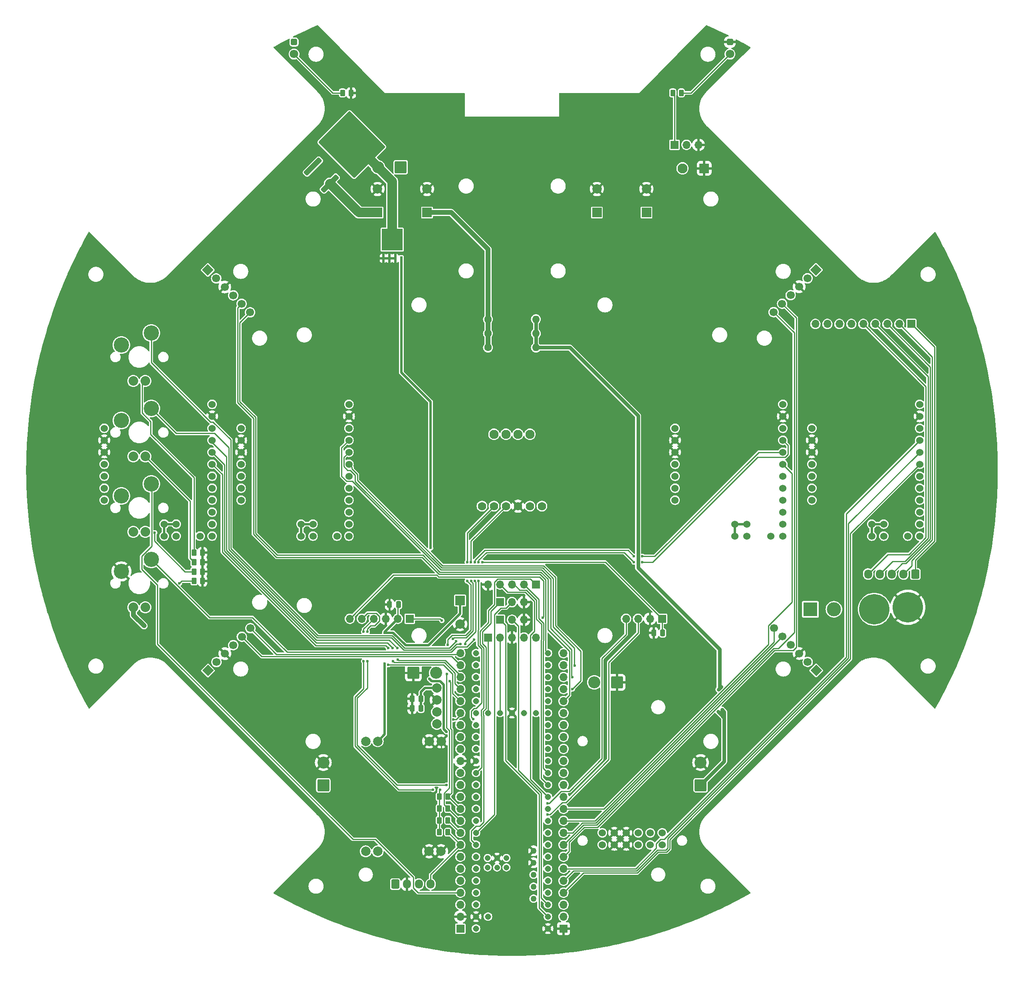
<source format=gbr>
%TF.GenerationSoftware,KiCad,Pcbnew,7.0.6-0*%
%TF.CreationDate,2023-09-15T15:09:58+10:00*%
%TF.ProjectId,Main 3.1,4d61696e-2033-42e3-912e-6b696361645f,rev?*%
%TF.SameCoordinates,Original*%
%TF.FileFunction,Copper,L1,Top*%
%TF.FilePolarity,Positive*%
%FSLAX46Y46*%
G04 Gerber Fmt 4.6, Leading zero omitted, Abs format (unit mm)*
G04 Created by KiCad (PCBNEW 7.0.6-0) date 2023-09-15 15:09:58*
%MOMM*%
%LPD*%
G01*
G04 APERTURE LIST*
G04 Aperture macros list*
%AMRoundRect*
0 Rectangle with rounded corners*
0 $1 Rounding radius*
0 $2 $3 $4 $5 $6 $7 $8 $9 X,Y pos of 4 corners*
0 Add a 4 corners polygon primitive as box body*
4,1,4,$2,$3,$4,$5,$6,$7,$8,$9,$2,$3,0*
0 Add four circle primitives for the rounded corners*
1,1,$1+$1,$2,$3*
1,1,$1+$1,$4,$5*
1,1,$1+$1,$6,$7*
1,1,$1+$1,$8,$9*
0 Add four rect primitives between the rounded corners*
20,1,$1+$1,$2,$3,$4,$5,0*
20,1,$1+$1,$4,$5,$6,$7,0*
20,1,$1+$1,$6,$7,$8,$9,0*
20,1,$1+$1,$8,$9,$2,$3,0*%
%AMHorizOval*
0 Thick line with rounded ends*
0 $1 width*
0 $2 $3 position (X,Y) of the first rounded end (center of the circle)*
0 $4 $5 position (X,Y) of the second rounded end (center of the circle)*
0 Add line between two ends*
20,1,$1,$2,$3,$4,$5,0*
0 Add two circle primitives to create the rounded ends*
1,1,$1,$2,$3*
1,1,$1,$4,$5*%
%AMRotRect*
0 Rectangle, with rotation*
0 The origin of the aperture is its center*
0 $1 length*
0 $2 width*
0 $3 Rotation angle, in degrees counterclockwise*
0 Add horizontal line*
21,1,$1,$2,0,0,$3*%
G04 Aperture macros list end*
%TA.AperFunction,SMDPad,CuDef*%
%ADD10RoundRect,0.250000X0.262500X0.450000X-0.262500X0.450000X-0.262500X-0.450000X0.262500X-0.450000X0*%
%TD*%
%TA.AperFunction,SMDPad,CuDef*%
%ADD11RoundRect,0.250000X0.250000X0.475000X-0.250000X0.475000X-0.250000X-0.475000X0.250000X-0.475000X0*%
%TD*%
%TA.AperFunction,ComponentPad*%
%ADD12C,6.451600*%
%TD*%
%TA.AperFunction,SMDPad,CuDef*%
%ADD13RoundRect,0.250000X-0.262500X-0.450000X0.262500X-0.450000X0.262500X0.450000X-0.262500X0.450000X0*%
%TD*%
%TA.AperFunction,ComponentPad*%
%ADD14C,1.524000*%
%TD*%
%TA.AperFunction,ComponentPad*%
%ADD15R,1.700000X1.700000*%
%TD*%
%TA.AperFunction,ComponentPad*%
%ADD16O,1.700000X1.700000*%
%TD*%
%TA.AperFunction,ComponentPad*%
%ADD17C,2.032000*%
%TD*%
%TA.AperFunction,ComponentPad*%
%ADD18C,3.225800*%
%TD*%
%TA.AperFunction,ComponentPad*%
%ADD19RoundRect,0.249999X-1.025001X-1.025001X1.025001X-1.025001X1.025001X1.025001X-1.025001X1.025001X0*%
%TD*%
%TA.AperFunction,ComponentPad*%
%ADD20C,2.550000*%
%TD*%
%TA.AperFunction,ComponentPad*%
%ADD21C,2.000000*%
%TD*%
%TA.AperFunction,ComponentPad*%
%ADD22RoundRect,0.250001X0.799999X0.799999X-0.799999X0.799999X-0.799999X-0.799999X0.799999X-0.799999X0*%
%TD*%
%TA.AperFunction,ComponentPad*%
%ADD23C,2.100000*%
%TD*%
%TA.AperFunction,SMDPad,CuDef*%
%ADD24R,0.500000X0.850000*%
%TD*%
%TA.AperFunction,SMDPad,CuDef*%
%ADD25R,4.410000X4.550000*%
%TD*%
%TA.AperFunction,ComponentPad*%
%ADD26RoundRect,0.250000X0.600000X0.725000X-0.600000X0.725000X-0.600000X-0.725000X0.600000X-0.725000X0*%
%TD*%
%TA.AperFunction,ComponentPad*%
%ADD27O,1.700000X1.950000*%
%TD*%
%TA.AperFunction,ComponentPad*%
%ADD28RoundRect,0.249999X1.025001X1.025001X-1.025001X1.025001X-1.025001X-1.025001X1.025001X-1.025001X0*%
%TD*%
%TA.AperFunction,ComponentPad*%
%ADD29C,1.308000*%
%TD*%
%TA.AperFunction,ComponentPad*%
%ADD30C,1.258000*%
%TD*%
%TA.AperFunction,ComponentPad*%
%ADD31C,1.208000*%
%TD*%
%TA.AperFunction,ComponentPad*%
%ADD32RoundRect,0.249999X1.025001X-1.025001X1.025001X1.025001X-1.025001X1.025001X-1.025001X-1.025001X0*%
%TD*%
%TA.AperFunction,ComponentPad*%
%ADD33R,3.000000X3.000000*%
%TD*%
%TA.AperFunction,ComponentPad*%
%ADD34C,3.000000*%
%TD*%
%TA.AperFunction,SMDPad,CuDef*%
%ADD35RoundRect,0.250000X-1.237437X-1.661701X1.661701X1.237437X1.237437X1.661701X-1.661701X-1.237437X0*%
%TD*%
%TA.AperFunction,SMDPad,CuDef*%
%ADD36RoundRect,0.250000X0.247487X-3.111270X3.111270X-0.247487X-0.247487X3.111270X-3.111270X0.247487X0*%
%TD*%
%TA.AperFunction,SMDPad,CuDef*%
%ADD37RoundRect,0.250002X0.494975X-6.788222X6.788222X-0.494975X-0.494975X6.788222X-6.788222X0.494975X0*%
%TD*%
%TA.AperFunction,ComponentPad*%
%ADD38R,2.000000X2.000000*%
%TD*%
%TA.AperFunction,ComponentPad*%
%ADD39RotRect,1.700000X1.700000X315.000000*%
%TD*%
%TA.AperFunction,ComponentPad*%
%ADD40HorizOval,1.700000X0.000000X0.000000X0.000000X0.000000X0*%
%TD*%
%TA.AperFunction,ComponentPad*%
%ADD41RotRect,1.700000X1.700000X45.000000*%
%TD*%
%TA.AperFunction,ComponentPad*%
%ADD42HorizOval,1.700000X0.000000X0.000000X0.000000X0.000000X0*%
%TD*%
%TA.AperFunction,ComponentPad*%
%ADD43RotRect,1.700000X1.700000X135.000000*%
%TD*%
%TA.AperFunction,ComponentPad*%
%ADD44HorizOval,1.700000X0.000000X0.000000X0.000000X0.000000X0*%
%TD*%
%TA.AperFunction,ComponentPad*%
%ADD45RotRect,1.700000X1.700000X225.000000*%
%TD*%
%TA.AperFunction,ComponentPad*%
%ADD46HorizOval,1.700000X0.000000X0.000000X0.000000X0.000000X0*%
%TD*%
%TA.AperFunction,ComponentPad*%
%ADD47C,1.778000*%
%TD*%
%TA.AperFunction,ComponentPad*%
%ADD48C,1.930400*%
%TD*%
%TA.AperFunction,ComponentPad*%
%ADD49C,1.600000*%
%TD*%
%TA.AperFunction,ComponentPad*%
%ADD50O,1.600000X1.600000*%
%TD*%
%TA.AperFunction,ComponentPad*%
%ADD51RoundRect,0.350000X-0.350000X0.350000X-0.350000X-0.350000X0.350000X-0.350000X0.350000X0.350000X0*%
%TD*%
%TA.AperFunction,ComponentPad*%
%ADD52C,1.800000*%
%TD*%
%TA.AperFunction,ComponentPad*%
%ADD53RoundRect,0.250000X-0.600000X-0.725000X0.600000X-0.725000X0.600000X0.725000X-0.600000X0.725000X0*%
%TD*%
%TA.AperFunction,ViaPad*%
%ADD54C,0.600000*%
%TD*%
%TA.AperFunction,Conductor*%
%ADD55C,0.250000*%
%TD*%
%TA.AperFunction,Conductor*%
%ADD56C,0.500000*%
%TD*%
%TA.AperFunction,Conductor*%
%ADD57C,1.000000*%
%TD*%
%TA.AperFunction,Conductor*%
%ADD58C,2.000000*%
%TD*%
%TA.AperFunction,Conductor*%
%ADD59C,0.750000*%
%TD*%
G04 APERTURE END LIST*
D10*
%TO.P,R11,1*%
%TO.N,/16*%
X136412500Y-219250000D03*
%TO.P,R11,2*%
%TO.N,+3V3*%
X134587500Y-219250000D03*
%TD*%
D11*
%TO.P,C1,1*%
%TO.N,+3V3*%
X130700000Y-198500000D03*
%TO.P,C1,2*%
%TO.N,GND*%
X128800000Y-198500000D03*
%TD*%
D12*
%TO.P,J16,1,Pin_1*%
%TO.N,Net-(J16-Pin_1)*%
X226813000Y-179500000D03*
%TO.P,J16,2,Pin_2*%
%TO.N,GND*%
X233925000Y-179075820D03*
%TD*%
D13*
%TO.P,R13,1*%
%TO.N,+5V*%
X184087500Y-70000000D03*
%TO.P,R13,2*%
%TO.N,Net-(D1-A)*%
X185912500Y-70000000D03*
%TD*%
D14*
%TO.P,U14,1,Vout*%
%TO.N,Net-(J19-Pin_2)*%
X169150000Y-226890000D03*
X169150000Y-229430000D03*
%TO.P,U14,2,GND*%
%TO.N,GND*%
X171690000Y-226890000D03*
X171690000Y-229430000D03*
X174230000Y-226890000D03*
X174230000Y-229430000D03*
%TO.P,U14,3,VIN*%
%TO.N,+15V*%
X176770000Y-226890000D03*
X176770000Y-229430000D03*
%TO.P,U14,4,VRP*%
%TO.N,unconnected-(U14-VRP-Pad4)*%
X179310000Y-226890000D03*
X179310000Y-229430000D03*
%TO.P,U14,5,EN*%
%TO.N,unconnected-(U14-EN-Pad5)*%
X181850000Y-229430000D03*
%TO.P,U14,6,PG*%
%TO.N,unconnected-(U14-PG-Pad6)*%
X181850000Y-226890000D03*
%TD*%
D15*
%TO.P,J15,1,Pin_1*%
%TO.N,/19*%
X147460000Y-177975000D03*
D16*
%TO.P,J15,2,Pin_2*%
%TO.N,/18*%
X150000000Y-177975000D03*
%TO.P,J15,3,Pin_3*%
%TO.N,GND*%
X152540000Y-177975000D03*
%TD*%
D10*
%TO.P,R7,1*%
%TO.N,GND*%
X84412500Y-173500000D03*
%TO.P,R7,2*%
%TO.N,Net-(R7-Pad2)*%
X82587500Y-173500000D03*
%TD*%
D15*
%TO.P,J11,1,Pin_1*%
%TO.N,GND*%
X160940000Y-247210000D03*
D16*
%TO.P,J11,2,Pin_2*%
%TO.N,/0*%
X160940000Y-244670000D03*
%TO.P,J11,3,Pin_3*%
%TO.N,/1*%
X160940000Y-242130000D03*
%TO.P,J11,4,Pin_4*%
%TO.N,/2*%
X160940000Y-239590000D03*
%TO.P,J11,5,Pin_5*%
%TO.N,/3*%
X160940000Y-237050000D03*
%TO.P,J11,6,Pin_6*%
%TO.N,/4*%
X160940000Y-234510000D03*
%TO.P,J11,7,Pin_7*%
%TO.N,/5*%
X160940000Y-231970000D03*
%TO.P,J11,8,Pin_8*%
%TO.N,/6*%
X160940000Y-229430000D03*
%TO.P,J11,9,Pin_9*%
%TO.N,/7*%
X160940000Y-226890000D03*
%TO.P,J11,10,Pin_10*%
%TO.N,/8*%
X160940000Y-224350000D03*
%TO.P,J11,11,Pin_11*%
%TO.N,/9*%
X160940000Y-221810000D03*
%TO.P,J11,12,Pin_12*%
%TO.N,/10*%
X160940000Y-219270000D03*
%TO.P,J11,13,Pin_13*%
%TO.N,/11*%
X160940000Y-216730000D03*
%TO.P,J11,14,Pin_14*%
%TO.N,/12*%
X160940000Y-214190000D03*
%TO.P,J11,15,Pin_15*%
%TO.N,/3.3V_1*%
X160940000Y-211650000D03*
%TO.P,J11,16,Pin_16*%
%TO.N,/24*%
X160940000Y-209110000D03*
%TO.P,J11,17,Pin_17*%
%TO.N,/25*%
X160940000Y-206570000D03*
%TO.P,J11,18,Pin_18*%
%TO.N,/26*%
X160940000Y-204030000D03*
%TO.P,J11,19,Pin_19*%
%TO.N,/27*%
X160940000Y-201490000D03*
%TO.P,J11,20,Pin_20*%
%TO.N,/28*%
X160940000Y-198950000D03*
%TO.P,J11,21,Pin_21*%
%TO.N,/29*%
X160940000Y-196410000D03*
%TO.P,J11,22,Pin_22*%
%TO.N,/30*%
X160940000Y-193870000D03*
%TO.P,J11,23,Pin_23*%
%TO.N,/31*%
X160940000Y-191330000D03*
%TO.P,J11,24,Pin_24*%
%TO.N,/32*%
X160940000Y-188790000D03*
%TD*%
D17*
%TO.P,U12,A,A*%
%TO.N,+5V*%
X69730000Y-179080000D03*
%TO.P,U12,K,K*%
%TO.N,Net-(R7-Pad2)*%
X72270000Y-179080000D03*
D18*
%TO.P,U12,S1,S1*%
%TO.N,GND*%
X67190000Y-171460000D03*
%TO.P,U12,S2,S1*%
%TO.N,/PROGRAM*%
X73540000Y-168920000D03*
%TD*%
D15*
%TO.P,J12,1,Pin_1*%
%TO.N,+5V*%
X139050000Y-247210000D03*
D16*
%TO.P,J12,2,Pin_2*%
%TO.N,GND*%
X139050000Y-244670000D03*
%TO.P,J12,3,Pin_3*%
%TO.N,/3.3V_2*%
X139050000Y-242130000D03*
%TO.P,J12,4,Pin_4*%
%TO.N,/23*%
X139050000Y-239590000D03*
%TO.P,J12,5,Pin_5*%
%TO.N,/22*%
X139050000Y-237050000D03*
%TO.P,J12,6,Pin_6*%
%TO.N,/21*%
X139050000Y-234510000D03*
%TO.P,J12,7,Pin_7*%
%TO.N,/20*%
X139050000Y-231970000D03*
%TO.P,J12,8,Pin_8*%
%TO.N,/19*%
X139050000Y-229430000D03*
%TO.P,J12,9,Pin_9*%
%TO.N,/18*%
X139050000Y-226890000D03*
%TO.P,J12,10,Pin_10*%
%TO.N,/17*%
X139050000Y-224350000D03*
%TO.P,J12,11,Pin_11*%
%TO.N,/16*%
X139050000Y-221810000D03*
%TO.P,J12,12,Pin_12*%
%TO.N,/15*%
X139050000Y-219270000D03*
%TO.P,J12,13,Pin_13*%
%TO.N,/14*%
X139050000Y-216730000D03*
%TO.P,J12,14,Pin_14*%
%TO.N,/13*%
X139050000Y-214190000D03*
%TO.P,J12,15,Pin_15*%
%TO.N,GND*%
X139050000Y-211650000D03*
%TO.P,J12,16,Pin_16*%
%TO.N,/41*%
X139050000Y-209110000D03*
%TO.P,J12,17,Pin_17*%
%TO.N,/40*%
X139050000Y-206570000D03*
%TO.P,J12,18,Pin_18*%
%TO.N,/39*%
X139050000Y-204030000D03*
%TO.P,J12,19,Pin_19*%
%TO.N,/38*%
X139050000Y-201490000D03*
%TO.P,J12,20,Pin_20*%
%TO.N,/37*%
X139050000Y-198950000D03*
%TO.P,J12,21,Pin_21*%
%TO.N,/36*%
X139050000Y-196410000D03*
%TO.P,J12,22,Pin_22*%
%TO.N,/35*%
X139050000Y-193870000D03*
%TO.P,J12,23,Pin_23*%
%TO.N,/34*%
X139050000Y-191330000D03*
%TO.P,J12,24,Pin_24*%
%TO.N,/33*%
X139050000Y-188790000D03*
%TD*%
D10*
%TO.P,R5,1*%
%TO.N,GND*%
X84412500Y-167500000D03*
%TO.P,R5,2*%
%TO.N,Net-(R5-Pad2)*%
X82587500Y-167500000D03*
%TD*%
D19*
%TO.P,J3,1,Pin_1*%
%TO.N,GND*%
X129100000Y-193000000D03*
D20*
%TO.P,J3,2,Pin_2*%
%TO.N,+3V3*%
X133900000Y-193000000D03*
%TD*%
D11*
%TO.P,C7,1*%
%TO.N,+3V3*%
X130700000Y-200500000D03*
%TO.P,C7,2*%
%TO.N,GND*%
X128800000Y-200500000D03*
%TD*%
D17*
%TO.P,U3,A,A*%
%TO.N,+5V*%
X69730000Y-163080000D03*
%TO.P,U3,K,K*%
%TO.N,Net-(R1-Pad2)*%
X72270000Y-163080000D03*
D18*
%TO.P,U3,S1,S1*%
%TO.N,+3V3*%
X67190000Y-155460000D03*
%TO.P,U3,S2,S1*%
%TO.N,/23*%
X73540000Y-152920000D03*
%TD*%
D15*
%TO.P,J1,1,Pin_1*%
%TO.N,Net-(J1-Pin_1)*%
X234640000Y-119000000D03*
D16*
%TO.P,J1,2,Pin_2*%
%TO.N,Net-(J1-Pin_2)*%
X232100000Y-119000000D03*
%TO.P,J1,3,Pin_3*%
%TO.N,Net-(J1-Pin_3)*%
X229560000Y-119000000D03*
%TO.P,J1,4,Pin_4*%
%TO.N,Net-(J1-Pin_4)*%
X227020000Y-119000000D03*
%TO.P,J1,5,Pin_5*%
%TO.N,Net-(J1-Pin_5)*%
X224480000Y-119000000D03*
%TO.P,J1,6,Pin_6*%
%TO.N,unconnected-(J1-Pin_6-Pad6)*%
X221940000Y-119000000D03*
%TO.P,J1,7,Pin_7*%
%TO.N,unconnected-(J1-Pin_7-Pad7)*%
X219400000Y-119000000D03*
%TO.P,J1,8,Pin_8*%
%TO.N,unconnected-(J1-Pin_8-Pad8)*%
X216860000Y-119000000D03*
%TO.P,J1,9,Pin_9*%
%TO.N,unconnected-(J1-Pin_9-Pad9)*%
X214320000Y-119000000D03*
%TD*%
D11*
%TO.P,C8,1*%
%TO.N,+5V*%
X125950000Y-178500000D03*
%TO.P,C8,2*%
%TO.N,GND*%
X124050000Y-178500000D03*
%TD*%
D21*
%TO.P,U1,1,SHDN*%
%TO.N,unconnected-(U1-SHDN-Pad1)*%
X134080000Y-203810000D03*
%TO.P,U1,2,VIN*%
%TO.N,+15V*%
X134080000Y-201270000D03*
%TO.P,U1,3,GND*%
%TO.N,GND*%
X134080000Y-198730000D03*
%TO.P,U1,4,VOUT*%
%TO.N,+3V3*%
X134080000Y-196190000D03*
%TD*%
D15*
%TO.P,U16,1,VCC*%
%TO.N,+5V*%
X181800000Y-181500000D03*
D16*
%TO.P,U16,2,GND*%
%TO.N,GND*%
X179260000Y-181500000D03*
%TO.P,U16,3,TX*%
%TO.N,/21*%
X176720000Y-181500000D03*
%TO.P,U16,4,RX*%
%TO.N,/20*%
X174180000Y-181500000D03*
%TD*%
D15*
%TO.P,J14,1,Pin_1*%
%TO.N,/0*%
X147475000Y-181725000D03*
D16*
%TO.P,J14,2,Pin_2*%
%TO.N,/1*%
X150015000Y-181725000D03*
%TO.P,J14,3,Pin_3*%
%TO.N,GND*%
X152555000Y-181725000D03*
%TD*%
D22*
%TO.P,J20,1,Pin_1*%
%TO.N,GND*%
X190750000Y-86000000D03*
D23*
%TO.P,J20,2,Pin_2*%
%TO.N,+15V*%
X186150000Y-86000000D03*
%TD*%
D10*
%TO.P,R9,1*%
%TO.N,/19*%
X136412500Y-226750000D03*
%TO.P,R9,2*%
%TO.N,+3V3*%
X134587500Y-226750000D03*
%TD*%
D15*
%TO.P,J13,1,Pin_1*%
%TO.N,/ON{slash}OFF*%
X144920000Y-185470000D03*
D16*
%TO.P,J13,2,Pin_2*%
%TO.N,/PROGRAM*%
X147460000Y-185470000D03*
%TO.P,J13,3,Pin_3*%
%TO.N,GND*%
X150000000Y-185470000D03*
%TO.P,J13,4,Pin_4*%
%TO.N,unconnected-(J13-Pin_4-Pad4)*%
X152540000Y-185470000D03*
%TO.P,J13,5,Pin_5*%
%TO.N,unconnected-(J13-Pin_5-Pad5)*%
X155080000Y-185470000D03*
%TD*%
D10*
%TO.P,R12,1*%
%TO.N,/17*%
X136412500Y-221750000D03*
%TO.P,R12,2*%
%TO.N,+3V3*%
X134587500Y-221750000D03*
%TD*%
D15*
%TO.P,J23,1,Pin_1*%
%TO.N,+5V*%
X184460000Y-81000000D03*
D16*
%TO.P,J23,2,Pin_2*%
%TO.N,unconnected-(J23-Pin_2-Pad2)*%
X187000000Y-81000000D03*
%TO.P,J23,3,Pin_3*%
%TO.N,GND*%
X189540000Y-81000000D03*
%TD*%
D10*
%TO.P,R1,1*%
%TO.N,GND*%
X84412500Y-171500000D03*
%TO.P,R1,2*%
%TO.N,Net-(R1-Pad2)*%
X82587500Y-171500000D03*
%TD*%
D11*
%TO.P,C9,1*%
%TO.N,+5V*%
X181950000Y-184500000D03*
%TO.P,C9,2*%
%TO.N,GND*%
X180050000Y-184500000D03*
%TD*%
D10*
%TO.P,R10,1*%
%TO.N,/18*%
X136412500Y-224250000D03*
%TO.P,R10,2*%
%TO.N,+3V3*%
X134587500Y-224250000D03*
%TD*%
D24*
%TO.P,Q1,1,S*%
%TO.N,GND*%
X122710000Y-105055000D03*
%TO.P,Q1,2,S*%
X123980000Y-105055000D03*
%TO.P,Q1,3,S*%
X125250000Y-105055000D03*
%TO.P,Q1,4,G*%
%TO.N,/40*%
X126520000Y-105055000D03*
D25*
%TO.P,Q1,5,D*%
%TO.N,Net-(D4-K)*%
X124615000Y-101105000D03*
%TD*%
D17*
%TO.P,U10,A,A*%
%TO.N,+5V*%
X69730000Y-147080000D03*
%TO.P,U10,K,K*%
%TO.N,Net-(R3-Pad2)*%
X72270000Y-147080000D03*
D18*
%TO.P,U10,S1,S1*%
%TO.N,+3V3*%
X67190000Y-139460000D03*
%TO.P,U10,S2,S1*%
%TO.N,/24*%
X73540000Y-136920000D03*
%TD*%
D26*
%TO.P,J18,1,Pin_1*%
%TO.N,Net-(J1-Pin_1)*%
X235500000Y-172025000D03*
D27*
%TO.P,J18,2,Pin_2*%
%TO.N,Net-(J1-Pin_2)*%
X233000000Y-172025000D03*
%TO.P,J18,3,Pin_3*%
%TO.N,Net-(J1-Pin_3)*%
X230500000Y-172025000D03*
%TO.P,J18,4,Pin_4*%
%TO.N,Net-(J1-Pin_4)*%
X228000000Y-172025000D03*
%TO.P,J18,5,Pin_5*%
%TO.N,Net-(J1-Pin_5)*%
X225500000Y-172025000D03*
%TD*%
D15*
%TO.P,J5,1,Pin_1*%
%TO.N,/13*%
X155080000Y-174225000D03*
D16*
%TO.P,J5,2,Pin_2*%
%TO.N,/12*%
X152540000Y-174225000D03*
%TO.P,J5,3,Pin_3*%
%TO.N,/11*%
X150000000Y-174225000D03*
%TO.P,J5,4,Pin_4*%
%TO.N,/10*%
X147460000Y-174225000D03*
%TO.P,J5,5,Pin_5*%
%TO.N,GND*%
X144920000Y-174225000D03*
%TD*%
D13*
%TO.P,R14,1*%
%TO.N,/LINE BREAK*%
X114087500Y-70000000D03*
%TO.P,R14,2*%
%TO.N,GND*%
X115912500Y-70000000D03*
%TD*%
D28*
%TO.P,J19,1,Pin_1*%
%TO.N,GND*%
X172250000Y-195000000D03*
D20*
%TO.P,J19,2,Pin_2*%
%TO.N,Net-(J19-Pin_2)*%
X167450000Y-195000000D03*
%TD*%
D15*
%TO.P,U15,1,EN*%
%TO.N,/38*%
X128350000Y-181500000D03*
D16*
%TO.P,U15,2,VCC*%
%TO.N,+5V*%
X125810000Y-181500000D03*
%TO.P,U15,3,GND*%
%TO.N,GND*%
X123270000Y-181500000D03*
%TO.P,U15,4,TX*%
%TO.N,/15*%
X120730000Y-181500000D03*
%TO.P,U15,5,RX*%
%TO.N,/14*%
X118190000Y-181500000D03*
%TO.P,U15,6,State*%
%TO.N,/27*%
X115650000Y-181500000D03*
%TD*%
D29*
%TO.P,U8,0,RX1*%
%TO.N,/0*%
X157620000Y-244670000D03*
%TO.P,U8,1,TX1*%
%TO.N,/1*%
X157620000Y-242130000D03*
%TO.P,U8,2,OUT2*%
%TO.N,/2*%
X157620000Y-239590000D03*
%TO.P,U8,3,LRCLK2*%
%TO.N,/3*%
X157620000Y-237050000D03*
%TO.P,U8,3.3V_1,3.3V*%
%TO.N,/3.3V_1*%
X157620000Y-211650000D03*
%TO.P,U8,3.3V_2,3.3V__1*%
%TO.N,/3.3V_2*%
X142380000Y-242130000D03*
%TO.P,U8,3.3V_3,3.3V__2*%
%TO.N,unconnected-(U8-3.3V__2-Pad3.3V_3)*%
X152540000Y-201490000D03*
%TO.P,U8,4,BCLK2*%
%TO.N,/4*%
X157620000Y-234510000D03*
%TO.P,U8,5,IN2*%
%TO.N,/5*%
X157620000Y-231970000D03*
D30*
%TO.P,U8,5V,5V*%
%TO.N,+5V*%
X154570000Y-240860000D03*
D29*
%TO.P,U8,6,OUT1D*%
%TO.N,/6*%
X157620000Y-229430000D03*
%TO.P,U8,7,RX2*%
%TO.N,/7*%
X157620000Y-226890000D03*
%TO.P,U8,8,TX2*%
%TO.N,/8*%
X157620000Y-224350000D03*
%TO.P,U8,9,OUT1C*%
%TO.N,/9*%
X157620000Y-221810000D03*
%TO.P,U8,10,CS1*%
%TO.N,/10*%
X157620000Y-219270000D03*
%TO.P,U8,11,MOSI*%
%TO.N,/11*%
X157620000Y-216730000D03*
%TO.P,U8,12,MISO*%
%TO.N,/12*%
X157620000Y-214190000D03*
%TO.P,U8,13,SCK*%
%TO.N,/13*%
X142380000Y-214190000D03*
%TO.P,U8,14,A0*%
%TO.N,/14*%
X142380000Y-216730000D03*
%TO.P,U8,15,A1*%
%TO.N,/15*%
X142380000Y-219270000D03*
%TO.P,U8,16,A2*%
%TO.N,/16*%
X142380000Y-221810000D03*
%TO.P,U8,17,A3*%
%TO.N,/17*%
X142380000Y-224350000D03*
%TO.P,U8,18,A4*%
%TO.N,/18*%
X142380000Y-226890000D03*
%TO.P,U8,19,A5*%
%TO.N,/19*%
X142380000Y-229430000D03*
%TO.P,U8,20,A6*%
%TO.N,/20*%
X142380000Y-231970000D03*
%TO.P,U8,21,A7*%
%TO.N,/21*%
X142380000Y-234510000D03*
%TO.P,U8,22,A8*%
%TO.N,/22*%
X142380000Y-237050000D03*
%TO.P,U8,23,A9*%
%TO.N,/23*%
X142380000Y-239590000D03*
%TO.P,U8,24,A10*%
%TO.N,/24*%
X157620000Y-209110000D03*
%TO.P,U8,25,A11*%
%TO.N,/25*%
X157620000Y-206570000D03*
%TO.P,U8,26,A12*%
%TO.N,/26*%
X157620000Y-204030000D03*
%TO.P,U8,27,A13*%
%TO.N,/27*%
X157620000Y-201490000D03*
%TO.P,U8,28,RX7*%
%TO.N,/28*%
X157620000Y-198950000D03*
%TO.P,U8,29,TX7*%
%TO.N,/29*%
X157620000Y-196410000D03*
%TO.P,U8,30,CRX3*%
%TO.N,/30*%
X157620000Y-193870000D03*
%TO.P,U8,31,CTX3*%
%TO.N,/31*%
X157620000Y-191330000D03*
%TO.P,U8,32,OUT1B*%
%TO.N,/32*%
X157620000Y-188790000D03*
%TO.P,U8,33,MCLK2*%
%TO.N,/33*%
X142380000Y-188790000D03*
%TO.P,U8,34,RX8*%
%TO.N,/34*%
X142380000Y-191330000D03*
%TO.P,U8,35,TX8*%
%TO.N,/35*%
X142380000Y-193870000D03*
%TO.P,U8,36,CS2*%
%TO.N,/36*%
X142380000Y-196410000D03*
%TO.P,U8,37,CS3*%
%TO.N,/37*%
X142380000Y-198950000D03*
%TO.P,U8,38,A14*%
%TO.N,/38*%
X142380000Y-201490000D03*
%TO.P,U8,39,A15*%
%TO.N,/39*%
X142380000Y-204030000D03*
%TO.P,U8,40,A16*%
%TO.N,/40*%
X142380000Y-206570000D03*
%TO.P,U8,41,A17*%
%TO.N,/41*%
X142380000Y-209110000D03*
D30*
%TO.P,U8,D+,D+*%
%TO.N,unconnected-(U8-PadD+)*%
X154570000Y-235780000D03*
%TO.P,U8,D-,D-*%
%TO.N,unconnected-(U8-PadD-)*%
X154570000Y-238320000D03*
D29*
%TO.P,U8,GND1,GND*%
%TO.N,GND*%
X157620000Y-247210000D03*
%TO.P,U8,GND2,GND__1*%
X142380000Y-211650000D03*
%TO.P,U8,GND3,GND__2*%
X142380000Y-244670000D03*
%TO.P,U8,GND4,GND__3*%
X150000000Y-201490000D03*
D31*
%TO.P,U8,GND5,GND__4*%
X146830000Y-232240000D03*
%TO.P,U8,LED,LED*%
%TO.N,unconnected-(U8-PadLED)*%
X146830000Y-234240000D03*
D29*
%TO.P,U8,ON/OFF,ON/OFF*%
%TO.N,/ON{slash}OFF*%
X144920000Y-201490000D03*
%TO.P,U8,PROGRAM,PROGRAM*%
%TO.N,/PROGRAM*%
X147460000Y-201490000D03*
D31*
%TO.P,U8,R+,R+*%
%TO.N,unconnected-(U8-PadR+)*%
X144830000Y-234240000D03*
%TO.P,U8,R-,R-*%
%TO.N,unconnected-(U8-PadR-)*%
X144830000Y-232240000D03*
%TO.P,U8,T+,T+*%
%TO.N,unconnected-(U8-PadT+)*%
X148830000Y-232240000D03*
%TO.P,U8,T-,T-*%
%TO.N,unconnected-(U8-PadT-)*%
X148830000Y-234240000D03*
D30*
%TO.P,U8,USB_GND1,USB_GND*%
%TO.N,GND*%
X154570000Y-233240000D03*
%TO.P,U8,USB_GND2,USB_GND__1*%
X154570000Y-230700000D03*
D29*
%TO.P,U8,VBAT,VBAT*%
%TO.N,unconnected-(U8-PadVBAT)*%
X155080000Y-201490000D03*
%TO.P,U8,VIN,VIN*%
%TO.N,+5V*%
X142380000Y-247210000D03*
%TO.P,U8,VUSB,VUSB*%
%TO.N,unconnected-(U8-PadVUSB)*%
X144920000Y-244670000D03*
%TD*%
D17*
%TO.P,U11,A,A*%
%TO.N,+5V*%
X69730000Y-131080000D03*
%TO.P,U11,K,K*%
%TO.N,Net-(R5-Pad2)*%
X72270000Y-131080000D03*
D18*
%TO.P,U11,S1,S1*%
%TO.N,+3V3*%
X67190000Y-123460000D03*
%TO.P,U11,S2,S1*%
%TO.N,/25*%
X73540000Y-120920000D03*
%TD*%
D10*
%TO.P,R3,1*%
%TO.N,GND*%
X84412500Y-169500000D03*
%TO.P,R3,2*%
%TO.N,Net-(R3-Pad2)*%
X82587500Y-169500000D03*
%TD*%
D32*
%TO.P,U9,1,VIN+*%
%TO.N,+15V*%
X110000000Y-216800000D03*
D20*
%TO.P,U9,2,VIN-*%
%TO.N,GND*%
X110000000Y-212000000D03*
D32*
%TO.P,U9,3,OUT+*%
%TO.N,Net-(U9-OUT+)*%
X190000000Y-216800000D03*
D20*
%TO.P,U9,4,OUT-*%
%TO.N,GND*%
X190000000Y-212000000D03*
%TD*%
D33*
%TO.P,J17,1,Pin_1*%
%TO.N,+15V*%
X213250000Y-179500000D03*
D34*
%TO.P,J17,2,Pin_2*%
%TO.N,Net-(J16-Pin_1)*%
X218250000Y-179500000D03*
%TD*%
D35*
%TO.P,D4,1,NC*%
%TO.N,unconnected-(D4-NC-Pad1)*%
X107794582Y-85613316D03*
D36*
%TO.P,D4,2,K*%
%TO.N,Net-(D4-K)*%
X112383705Y-80691852D03*
X116308148Y-84616295D03*
D37*
X116060660Y-80939340D03*
D36*
X115813173Y-77262385D03*
X119737615Y-81186827D03*
D35*
%TO.P,D4,3,A*%
%TO.N,Net-(D4-A)*%
X111386684Y-89205418D03*
%TD*%
D38*
%TO.P,C2,1*%
%TO.N,+5V*%
X139000000Y-177632323D03*
D21*
%TO.P,C2,2*%
%TO.N,GND*%
X139000000Y-182632323D03*
%TD*%
%TO.P,U2,1,IN-*%
%TO.N,GND*%
X132430000Y-230822500D03*
X134970000Y-230822500D03*
%TO.P,U2,2,IN+*%
%TO.N,+15V*%
X118990000Y-230822500D03*
X121530000Y-230822500D03*
%TO.P,U2,3,OUT-*%
%TO.N,GND*%
X132440000Y-207482500D03*
X134980000Y-207482500D03*
%TO.P,U2,4,OUT+*%
%TO.N,+5V*%
X119000000Y-207482500D03*
X121540000Y-207482500D03*
%TD*%
D38*
%TO.P,C3,1*%
%TO.N,Net-(D4-A)*%
X121500000Y-95367677D03*
D21*
%TO.P,C3,2*%
%TO.N,GND*%
X121500000Y-90367677D03*
%TD*%
D39*
%TO.P,J9,1,Pin_1*%
%TO.N,Net-(J9-Pin_1)*%
X85545227Y-192490128D03*
D40*
%TO.P,J9,2,Pin_2*%
%TO.N,Net-(J9-Pin_2)*%
X87341278Y-190694077D03*
%TO.P,J9,3,Pin_3*%
%TO.N,GND*%
X89137329Y-188898026D03*
%TO.P,J9,4,Pin_4*%
%TO.N,+3V3*%
X90933381Y-187101974D03*
%TO.P,J9,5,Pin_5*%
%TO.N,/34*%
X92729432Y-185305923D03*
%TO.P,J9,6,Pin_6*%
%TO.N,/33*%
X94525483Y-183509872D03*
%TD*%
D38*
%TO.P,C6,1*%
%TO.N,Net-(D4-A)*%
X178500000Y-95367677D03*
D21*
%TO.P,C6,2*%
%TO.N,GND*%
X178500000Y-90367677D03*
%TD*%
D38*
%TO.P,C5,1*%
%TO.N,Net-(D4-A)*%
X168000000Y-95367677D03*
D21*
%TO.P,C5,2*%
%TO.N,GND*%
X168000000Y-90367677D03*
%TD*%
D14*
%TO.P,U7,1,VM*%
%TO.N,unconnected-(U7-VM-Pad1)*%
X86430000Y-136030000D03*
%TO.P,U7,2,GND*%
%TO.N,GND*%
X86430000Y-138570000D03*
%TO.P,U7,3,VCC*%
%TO.N,unconnected-(U7-VCC-Pad3)*%
X86430000Y-141110000D03*
%TO.P,U7,4,INA1*%
%TO.N,/35*%
X86430000Y-143650000D03*
%TO.P,U7,5,INA2*%
%TO.N,/36*%
X86430000Y-146190000D03*
%TO.P,U7,6,PWMA*%
%TO.N,/37*%
X86430000Y-148730000D03*
%TO.P,U7,7,INB1*%
%TO.N,unconnected-(U7-INB1-Pad7)*%
X86430000Y-151270000D03*
%TO.P,U7,8,INB2*%
%TO.N,unconnected-(U7-INB2-Pad8)*%
X86430000Y-153810000D03*
%TO.P,U7,9,PWMB*%
%TO.N,unconnected-(U7-PWMB-Pad9)*%
X86430000Y-156350000D03*
%TO.P,U7,10,LO1*%
%TO.N,unconnected-(U7-LO1-Pad10)*%
X86430000Y-158890000D03*
%TO.P,U7,11,LO2*%
%TO.N,unconnected-(U7-LO2-Pad11)*%
X86430000Y-161430000D03*
%TO.P,U7,12,VREFA*%
%TO.N,unconnected-(U7-VREFA-Pad12)*%
X86430000Y-163970000D03*
%TO.P,U7,13,VREFB*%
%TO.N,unconnected-(U7-VREFB-Pad13)*%
X83890000Y-163970000D03*
%TO.P,U7,14,VIN*%
%TO.N,+15V*%
X63570000Y-141110000D03*
%TO.P,U7,15,GND*%
%TO.N,GND*%
X63570000Y-146190000D03*
X63570000Y-143650000D03*
%TO.P,U7,16,B+*%
%TO.N,Net-(J10-Pin_1)*%
X63570000Y-148730000D03*
%TO.P,U7,17,B-*%
X63570000Y-151270000D03*
%TO.P,U7,18,A-*%
%TO.N,Net-(J10-Pin_2)*%
X63570000Y-153810000D03*
%TO.P,U7,19,A+*%
X63570000Y-156350000D03*
%TO.P,U7,20,VCC*%
%TO.N,Net-(U7-HBMODE)*%
X78810000Y-161430000D03*
%TO.P,U7,21,VCC*%
X76270000Y-161430000D03*
%TO.P,U7,22,TBLKAB*%
%TO.N,unconnected-(U7-TBLKAB-Pad22)*%
X78810000Y-163970000D03*
%TO.P,U7,23,HBMODE*%
%TO.N,Net-(U7-HBMODE)*%
X76270000Y-163970000D03*
%TD*%
D28*
%TO.P,J6,1,Pin_1*%
%TO.N,Net-(D4-A)*%
X126400000Y-85750000D03*
D20*
%TO.P,J6,2,Pin_2*%
%TO.N,Net-(D4-K)*%
X121600000Y-85750000D03*
%TD*%
D41*
%TO.P,J8,1,Pin_1*%
%TO.N,Net-(J8-Pin_1)*%
X214490128Y-192454773D03*
D42*
%TO.P,J8,2,Pin_2*%
%TO.N,Net-(J8-Pin_2)*%
X212694077Y-190658722D03*
%TO.P,J8,3,Pin_3*%
%TO.N,GND*%
X210898026Y-188862671D03*
%TO.P,J8,4,Pin_4*%
%TO.N,+3V3*%
X209101974Y-187066619D03*
%TO.P,J8,5,Pin_5*%
%TO.N,/7*%
X207305923Y-185270568D03*
%TO.P,J8,6,Pin_6*%
%TO.N,/8*%
X205509872Y-183474517D03*
%TD*%
D14*
%TO.P,U6,1,VM*%
%TO.N,unconnected-(U6-VM-Pad1)*%
X115430000Y-136030000D03*
%TO.P,U6,2,GND*%
%TO.N,GND*%
X115430000Y-138570000D03*
%TO.P,U6,3,VCC*%
%TO.N,unconnected-(U6-VCC-Pad3)*%
X115430000Y-141110000D03*
%TO.P,U6,4,INA1*%
%TO.N,/30*%
X115430000Y-143650000D03*
%TO.P,U6,5,INA2*%
%TO.N,/31*%
X115430000Y-146190000D03*
%TO.P,U6,6,PWMA*%
%TO.N,/29*%
X115430000Y-148730000D03*
%TO.P,U6,7,INB1*%
%TO.N,unconnected-(U6-INB1-Pad7)*%
X115430000Y-151270000D03*
%TO.P,U6,8,INB2*%
%TO.N,unconnected-(U6-INB2-Pad8)*%
X115430000Y-153810000D03*
%TO.P,U6,9,PWMB*%
%TO.N,unconnected-(U6-PWMB-Pad9)*%
X115430000Y-156350000D03*
%TO.P,U6,10,LO1*%
%TO.N,unconnected-(U6-LO1-Pad10)*%
X115430000Y-158890000D03*
%TO.P,U6,11,LO2*%
%TO.N,unconnected-(U6-LO2-Pad11)*%
X115430000Y-161430000D03*
%TO.P,U6,12,VREFA*%
%TO.N,unconnected-(U6-VREFA-Pad12)*%
X115430000Y-163970000D03*
%TO.P,U6,13,VREFB*%
%TO.N,unconnected-(U6-VREFB-Pad13)*%
X112890000Y-163970000D03*
%TO.P,U6,14,VIN*%
%TO.N,+15V*%
X92570000Y-141110000D03*
%TO.P,U6,15,GND*%
%TO.N,GND*%
X92570000Y-146190000D03*
X92570000Y-143650000D03*
%TO.P,U6,16,B+*%
%TO.N,Net-(J9-Pin_1)*%
X92570000Y-148730000D03*
%TO.P,U6,17,B-*%
X92570000Y-151270000D03*
%TO.P,U6,18,A-*%
%TO.N,Net-(J9-Pin_2)*%
X92570000Y-153810000D03*
%TO.P,U6,19,A+*%
X92570000Y-156350000D03*
%TO.P,U6,20,VCC*%
%TO.N,Net-(U6-HBMODE)*%
X107810000Y-161430000D03*
%TO.P,U6,21,VCC*%
X105270000Y-161430000D03*
%TO.P,U6,22,TBLKAB*%
%TO.N,unconnected-(U6-TBLKAB-Pad22)*%
X107810000Y-163970000D03*
%TO.P,U6,23,HBMODE*%
%TO.N,Net-(U6-HBMODE)*%
X105270000Y-163970000D03*
%TD*%
D43*
%TO.P,J7,1,Pin_1*%
%TO.N,Net-(J7-Pin_1)*%
X214454773Y-107509872D03*
D44*
%TO.P,J7,2,Pin_2*%
%TO.N,Net-(J7-Pin_2)*%
X212658722Y-109305923D03*
%TO.P,J7,3,Pin_3*%
%TO.N,GND*%
X210862671Y-111101974D03*
%TO.P,J7,4,Pin_4*%
%TO.N,+3V3*%
X209066619Y-112898026D03*
%TO.P,J7,5,Pin_5*%
%TO.N,/5*%
X207270568Y-114694077D03*
%TO.P,J7,6,Pin_6*%
%TO.N,/6*%
X205474517Y-116490128D03*
%TD*%
D45*
%TO.P,J10,1,Pin_1*%
%TO.N,Net-(J10-Pin_1)*%
X85509872Y-107545227D03*
D46*
%TO.P,J10,2,Pin_2*%
%TO.N,Net-(J10-Pin_2)*%
X87305923Y-109341278D03*
%TO.P,J10,3,Pin_3*%
%TO.N,GND*%
X89101974Y-111137329D03*
%TO.P,J10,4,Pin_4*%
%TO.N,+3V3*%
X90898026Y-112933381D03*
%TO.P,J10,5,Pin_5*%
%TO.N,/32*%
X92694077Y-114729432D03*
%TO.P,J10,6,Pin_6*%
%TO.N,/28*%
X94490128Y-116525483D03*
%TD*%
D47*
%TO.P,U13,1,VIN*%
%TO.N,+3V3*%
X156350000Y-157620000D03*
%TO.P,U13,2,3V*%
%TO.N,unconnected-(U13-3V-Pad2)*%
X153810000Y-157620000D03*
%TO.P,U13,3,GND*%
%TO.N,GND*%
X151270000Y-157620000D03*
%TO.P,U13,4,SCL*%
%TO.N,/16*%
X148730000Y-157620000D03*
%TO.P,U13,5,SDA*%
%TO.N,/17*%
X146190000Y-157620000D03*
%TO.P,U13,6,RST*%
%TO.N,/RST*%
X143650000Y-157620000D03*
D48*
%TO.P,U13,7,INT*%
%TO.N,unconnected-(U13-INT-Pad7)*%
X153810000Y-142380000D03*
%TO.P,U13,8,ADR*%
%TO.N,unconnected-(U13-ADR-Pad8)*%
X151270000Y-142380000D03*
%TO.P,U13,9,PS0*%
%TO.N,unconnected-(U13-PS0-Pad9)*%
X148730000Y-142380000D03*
%TO.P,U13,10,PS1*%
%TO.N,unconnected-(U13-PS1-Pad10)*%
X146190000Y-142380000D03*
%TD*%
D49*
%TO.P,R16,1*%
%TO.N,Net-(D4-A)*%
X144920000Y-118000000D03*
D50*
%TO.P,R16,2*%
%TO.N,Net-(U9-OUT+)*%
X155080000Y-118000000D03*
%TD*%
D51*
%TO.P,Q2,1,C*%
%TO.N,+3V3*%
X103800001Y-59225000D03*
D52*
%TO.P,Q2,2,E*%
%TO.N,/LINE BREAK*%
X103800001Y-61765000D03*
%TD*%
D14*
%TO.P,U5,1,VM*%
%TO.N,unconnected-(U5-VM-Pad1)*%
X207430000Y-136030000D03*
%TO.P,U5,2,GND*%
%TO.N,GND*%
X207430000Y-138570000D03*
%TO.P,U5,3,VCC*%
%TO.N,unconnected-(U5-VCC-Pad3)*%
X207430000Y-141110000D03*
%TO.P,U5,4,INA1*%
%TO.N,/41*%
X207430000Y-143650000D03*
%TO.P,U5,5,INA2*%
%TO.N,/39*%
X207430000Y-146190000D03*
%TO.P,U5,6,PWMA*%
%TO.N,/9*%
X207430000Y-148730000D03*
%TO.P,U5,7,INB1*%
%TO.N,unconnected-(U5-INB1-Pad7)*%
X207430000Y-151270000D03*
%TO.P,U5,8,INB2*%
%TO.N,unconnected-(U5-INB2-Pad8)*%
X207430000Y-153810000D03*
%TO.P,U5,9,PWMB*%
%TO.N,unconnected-(U5-PWMB-Pad9)*%
X207430000Y-156350000D03*
%TO.P,U5,10,LO1*%
%TO.N,unconnected-(U5-LO1-Pad10)*%
X207430000Y-158890000D03*
%TO.P,U5,11,LO2*%
%TO.N,unconnected-(U5-LO2-Pad11)*%
X207430000Y-161430000D03*
%TO.P,U5,12,VREFA*%
%TO.N,unconnected-(U5-VREFA-Pad12)*%
X207430000Y-163970000D03*
%TO.P,U5,13,VREFB*%
%TO.N,unconnected-(U5-VREFB-Pad13)*%
X204890000Y-163970000D03*
%TO.P,U5,14,VIN*%
%TO.N,+15V*%
X184570000Y-141110000D03*
%TO.P,U5,15,GND*%
%TO.N,GND*%
X184570000Y-146190000D03*
X184570000Y-143650000D03*
%TO.P,U5,16,B+*%
%TO.N,Net-(J8-Pin_1)*%
X184570000Y-148730000D03*
%TO.P,U5,17,B-*%
X184570000Y-151270000D03*
%TO.P,U5,18,A-*%
%TO.N,Net-(J8-Pin_2)*%
X184570000Y-153810000D03*
%TO.P,U5,19,A+*%
X184570000Y-156350000D03*
%TO.P,U5,20,VCC*%
%TO.N,Net-(U5-HBMODE)*%
X199810000Y-161430000D03*
%TO.P,U5,21,VCC*%
X197270000Y-161430000D03*
%TO.P,U5,22,TBLKAB*%
%TO.N,unconnected-(U5-TBLKAB-Pad22)*%
X199810000Y-163970000D03*
%TO.P,U5,23,HBMODE*%
%TO.N,Net-(U5-HBMODE)*%
X197270000Y-163970000D03*
%TD*%
%TO.P,U4,1,VM*%
%TO.N,unconnected-(U4-VM-Pad1)*%
X236430000Y-136030000D03*
%TO.P,U4,2,GND*%
%TO.N,GND*%
X236430000Y-138570000D03*
%TO.P,U4,3,VCC*%
%TO.N,unconnected-(U4-VCC-Pad3)*%
X236430000Y-141110000D03*
%TO.P,U4,4,INA1*%
%TO.N,/4*%
X236430000Y-143650000D03*
%TO.P,U4,5,INA2*%
%TO.N,/3*%
X236430000Y-146190000D03*
%TO.P,U4,6,PWMA*%
%TO.N,/2*%
X236430000Y-148730000D03*
%TO.P,U4,7,INB1*%
%TO.N,unconnected-(U4-INB1-Pad7)*%
X236430000Y-151270000D03*
%TO.P,U4,8,INB2*%
%TO.N,unconnected-(U4-INB2-Pad8)*%
X236430000Y-153810000D03*
%TO.P,U4,9,PWMB*%
%TO.N,unconnected-(U4-PWMB-Pad9)*%
X236430000Y-156350000D03*
%TO.P,U4,10,LO1*%
%TO.N,unconnected-(U4-LO1-Pad10)*%
X236430000Y-158890000D03*
%TO.P,U4,11,LO2*%
%TO.N,unconnected-(U4-LO2-Pad11)*%
X236430000Y-161430000D03*
%TO.P,U4,12,VREFA*%
%TO.N,unconnected-(U4-VREFA-Pad12)*%
X236430000Y-163970000D03*
%TO.P,U4,13,VREFB*%
%TO.N,unconnected-(U4-VREFB-Pad13)*%
X233890000Y-163970000D03*
%TO.P,U4,14,VIN*%
%TO.N,+15V*%
X213570000Y-141110000D03*
%TO.P,U4,15,GND*%
%TO.N,GND*%
X213570000Y-146190000D03*
X213570000Y-143650000D03*
%TO.P,U4,16,B+*%
%TO.N,Net-(J7-Pin_1)*%
X213570000Y-148730000D03*
%TO.P,U4,17,B-*%
X213570000Y-151270000D03*
%TO.P,U4,18,A-*%
%TO.N,Net-(J7-Pin_2)*%
X213570000Y-153810000D03*
%TO.P,U4,19,A+*%
X213570000Y-156350000D03*
%TO.P,U4,20,VCC*%
%TO.N,Net-(U4-HBMODE)*%
X228810000Y-161430000D03*
%TO.P,U4,21,VCC*%
X226270000Y-161430000D03*
%TO.P,U4,22,TBLKAB*%
%TO.N,unconnected-(U4-TBLKAB-Pad22)*%
X228810000Y-163970000D03*
%TO.P,U4,23,HBMODE*%
%TO.N,Net-(U4-HBMODE)*%
X226270000Y-163970000D03*
%TD*%
D49*
%TO.P,R15,1*%
%TO.N,Net-(D4-A)*%
X144920000Y-121000000D03*
D50*
%TO.P,R15,2*%
%TO.N,Net-(U9-OUT+)*%
X155080000Y-121000000D03*
%TD*%
D53*
%TO.P,J21,1,Pin_1*%
%TO.N,+5V*%
X125250000Y-237775000D03*
D27*
%TO.P,J21,2,Pin_2*%
%TO.N,GND*%
X127750000Y-237775000D03*
%TO.P,J21,3,Pin_3*%
%TO.N,/18*%
X130250000Y-237775000D03*
%TO.P,J21,4,Pin_4*%
%TO.N,/19*%
X132750000Y-237775000D03*
%TD*%
D38*
%TO.P,C4,1*%
%TO.N,Net-(D4-A)*%
X132000000Y-95367677D03*
D21*
%TO.P,C4,2*%
%TO.N,GND*%
X132000000Y-90367677D03*
%TD*%
D49*
%TO.P,R8,1*%
%TO.N,Net-(D4-A)*%
X144920000Y-124000000D03*
D50*
%TO.P,R8,2*%
%TO.N,Net-(U9-OUT+)*%
X155080000Y-124000000D03*
%TD*%
D51*
%TO.P,D1,1,K*%
%TO.N,GND*%
X196200001Y-59225000D03*
D52*
%TO.P,D1,2,A*%
%TO.N,Net-(D1-A)*%
X196200001Y-61765000D03*
%TD*%
D54*
%TO.N,+3V3*%
X134750000Y-217750000D03*
%TO.N,GND*%
X159250000Y-205250000D03*
X122000000Y-184000000D03*
X102250000Y-190250000D03*
X117000000Y-190500000D03*
X104500000Y-190250000D03*
X103000000Y-190250000D03*
X106000000Y-190250000D03*
X105250000Y-187250000D03*
X117000000Y-184250000D03*
X112500000Y-184250000D03*
X126750000Y-183000000D03*
X114000000Y-190500000D03*
X106000000Y-187250000D03*
X159250000Y-210500000D03*
X114750000Y-184250000D03*
X121000000Y-184000000D03*
X117750000Y-184250000D03*
X114750000Y-190500000D03*
X113250000Y-184250000D03*
X106750000Y-187250000D03*
X114000000Y-184250000D03*
X116250000Y-190500000D03*
X112500000Y-190500000D03*
X113250000Y-190500000D03*
X103000000Y-187250000D03*
X135750000Y-211250000D03*
X107500000Y-190250000D03*
X106750000Y-190250000D03*
X103750000Y-187250000D03*
X105250000Y-190250000D03*
X103750000Y-190250000D03*
X116250000Y-184250000D03*
X115500000Y-184250000D03*
X107500000Y-187250000D03*
X104500000Y-187250000D03*
X117750000Y-190500000D03*
X102250000Y-187250000D03*
X115500000Y-190500000D03*
%TO.N,+5V*%
X72000000Y-183000000D03*
X143723045Y-169491507D03*
X122999500Y-191000000D03*
X122999500Y-184475500D03*
%TO.N,/30*%
X162824500Y-193870000D03*
%TO.N,/31*%
X163274500Y-191400000D03*
%TO.N,/29*%
X162824500Y-196410000D03*
%TO.N,/35*%
X125676635Y-187715500D03*
X125750000Y-190175500D03*
%TO.N,/24*%
X139073286Y-186875500D03*
%TO.N,/25*%
X138165494Y-186255235D03*
%TO.N,/14*%
X136125000Y-216750000D03*
X119349006Y-190500000D03*
X119349006Y-184250000D03*
%TO.N,/15*%
X118549503Y-184250000D03*
X118549503Y-190500000D03*
X133250000Y-217750000D03*
%TO.N,/21*%
X157500000Y-223000000D03*
%TO.N,/20*%
X157500000Y-220625000D03*
%TO.N,/17*%
X140500000Y-173500000D03*
X140500000Y-169500000D03*
X136375500Y-187075500D03*
X136163853Y-193250000D03*
%TO.N,/16*%
X136800500Y-194750000D03*
X137486690Y-185736690D03*
X141324820Y-169505903D03*
X141328442Y-173485383D03*
%TO.N,/41*%
X175852728Y-169500000D03*
X177601728Y-169500000D03*
X142923671Y-169505859D03*
X141750000Y-202750000D03*
X142926154Y-173477073D03*
%TO.N,/40*%
X132750000Y-166500000D03*
X136124500Y-205459103D03*
X132500000Y-194250000D03*
%TO.N,/39*%
X142124245Y-169494804D03*
X175852728Y-168250000D03*
X177601728Y-168250000D03*
X142127464Y-173513088D03*
X140080200Y-186824500D03*
%TO.N,/38*%
X135125000Y-181875000D03*
X137599500Y-202867439D03*
%TO.N,/37*%
X123750000Y-187715500D03*
X123758025Y-191252673D03*
%TO.N,/36*%
X124708839Y-187715500D03*
X124750000Y-190500000D03*
%TO.N,/27*%
X156530500Y-181250000D03*
%TO.N,/PROGRAM*%
X141950000Y-185900000D03*
%TO.N,Net-(R1-Pad2)*%
X74250000Y-163250000D03*
%TO.N,Net-(R7-Pad2)*%
X79501589Y-173998411D03*
%TO.N,Net-(U9-OUT+)*%
X194500000Y-200750000D03*
X193764551Y-196514550D03*
X194389551Y-195889549D03*
X193686941Y-201186940D03*
%TD*%
D55*
%TO.N,+3V3*%
X134587500Y-219250000D02*
X134587500Y-217912500D01*
D56*
X131560000Y-196190000D02*
X130700000Y-197050000D01*
D55*
X134587500Y-217912500D02*
X134750000Y-217750000D01*
X134587500Y-219250000D02*
X134587500Y-226750000D01*
D56*
X134080000Y-196190000D02*
X131560000Y-196190000D01*
X130700000Y-197050000D02*
X130700000Y-198500000D01*
X130700000Y-198500000D02*
X130700000Y-200500000D01*
D55*
%TO.N,GND*%
X134980000Y-210480000D02*
X134980000Y-207482500D01*
X135750000Y-211250000D02*
X134980000Y-210480000D01*
%TO.N,/2*%
X181033000Y-230967000D02*
X176590000Y-235410000D01*
X221750000Y-190022792D02*
X183450000Y-228322792D01*
X183450000Y-228322792D02*
X183450000Y-230300000D01*
X176590000Y-235410000D02*
X165120000Y-235410000D01*
X236430000Y-148730000D02*
X221750000Y-163410000D01*
X165120000Y-235410000D02*
X160940000Y-239590000D01*
X182783000Y-230967000D02*
X181033000Y-230967000D01*
X183450000Y-230300000D02*
X182783000Y-230967000D01*
X221750000Y-163410000D02*
X221750000Y-190022792D01*
%TO.N,+5V*%
X184087500Y-70000000D02*
X184460000Y-70372500D01*
D56*
X122999500Y-184475500D02*
X124800068Y-184475500D01*
D55*
X181950000Y-184500000D02*
X181800000Y-184350000D01*
D57*
X69730000Y-180730000D02*
X69730000Y-179080000D01*
D55*
X181800000Y-184350000D02*
X181800000Y-181500000D01*
D56*
X123000000Y-191000500D02*
X123000000Y-206022500D01*
X127449568Y-187125000D02*
X132275000Y-187125000D01*
D55*
X143731538Y-169500000D02*
X169800000Y-169500000D01*
X125810000Y-178640000D02*
X125810000Y-181500000D01*
D56*
X122999500Y-184310500D02*
X125810000Y-181500000D01*
D55*
X143723045Y-169491507D02*
X143731538Y-169500000D01*
D56*
X132275000Y-187125000D02*
X139000000Y-180400000D01*
X124800068Y-184475500D02*
X127449568Y-187125000D01*
D55*
X125950000Y-178500000D02*
X125810000Y-178640000D01*
D56*
X122999500Y-184475500D02*
X122999500Y-184310500D01*
X139000000Y-180400000D02*
X139000000Y-177632323D01*
D55*
X169800000Y-169500000D02*
X181800000Y-181500000D01*
D57*
X72000000Y-183000000D02*
X69730000Y-180730000D01*
D56*
X122999500Y-191000000D02*
X123000000Y-191000500D01*
X123000000Y-206022500D02*
X121540000Y-207482500D01*
D55*
X184460000Y-70372500D02*
X184460000Y-81000000D01*
%TO.N,/30*%
X116107000Y-152357000D02*
X114979749Y-152357000D01*
X113893000Y-151270251D02*
X113893000Y-145187000D01*
X158200000Y-183600000D02*
X158200000Y-173040812D01*
X113893000Y-145187000D02*
X115430000Y-143650000D01*
X162824500Y-193870000D02*
X162650000Y-193695500D01*
X162650000Y-188050000D02*
X158200000Y-183600000D01*
X162650000Y-193695500D02*
X162650000Y-188050000D01*
X134900000Y-171150000D02*
X116107000Y-152357000D01*
X114979749Y-152357000D02*
X113893000Y-151270251D01*
X158200000Y-173040812D02*
X156309188Y-171150000D01*
X156309188Y-171150000D02*
X134900000Y-171150000D01*
%TO.N,/31*%
X116750000Y-152363604D02*
X116750000Y-151052749D01*
X163250000Y-187686396D02*
X158750000Y-183186396D01*
X115162749Y-150000000D02*
X114343000Y-149180251D01*
X158750000Y-172954416D02*
X156495584Y-170700000D01*
X163250000Y-191375500D02*
X163250000Y-187686396D01*
X114343000Y-147277000D02*
X115430000Y-146190000D01*
X135086396Y-170700000D02*
X116750000Y-152363604D01*
X158750000Y-183186396D02*
X158750000Y-172954416D01*
X156495584Y-170700000D02*
X135086396Y-170700000D01*
X116750000Y-151052749D02*
X115697251Y-150000000D01*
X114343000Y-149180251D02*
X114343000Y-147277000D01*
X163274500Y-191400000D02*
X163250000Y-191375500D01*
X115697251Y-150000000D02*
X115162749Y-150000000D01*
%TO.N,/28*%
X95650000Y-138813604D02*
X95650000Y-163413604D01*
X157605000Y-173082208D02*
X157605000Y-183805000D01*
X95650000Y-163413604D02*
X100256396Y-168020000D01*
X161415000Y-187615000D02*
X161426701Y-187615000D01*
X157605000Y-183805000D02*
X161415000Y-187615000D01*
X131133604Y-168020000D02*
X134713604Y-171600000D01*
X92294077Y-135457681D02*
X95650000Y-138813604D01*
X162200000Y-188388299D02*
X162200000Y-197690000D01*
X92294077Y-118721534D02*
X92294077Y-135457681D01*
X161426701Y-187615000D02*
X162200000Y-188388299D01*
X100256396Y-168020000D02*
X131133604Y-168020000D01*
X94490128Y-116525483D02*
X92294077Y-118721534D01*
X156122792Y-171600000D02*
X157605000Y-173082208D01*
X134713604Y-171600000D02*
X156122792Y-171600000D01*
X162200000Y-197690000D02*
X160940000Y-198950000D01*
%TO.N,/29*%
X117200000Y-150866353D02*
X116067000Y-149733353D01*
X159200000Y-183000000D02*
X159200000Y-172768020D01*
X117200000Y-152177208D02*
X117200000Y-150866353D01*
X164600000Y-188400000D02*
X159200000Y-183000000D01*
X159200000Y-172768020D02*
X156681980Y-170250000D01*
X135272792Y-170250000D02*
X117200000Y-152177208D01*
X116067000Y-149733353D02*
X116067000Y-149367000D01*
X164600000Y-194634500D02*
X164600000Y-188400000D01*
X162824500Y-196410000D02*
X164600000Y-194634500D01*
X116067000Y-149367000D02*
X115430000Y-148730000D01*
X156681980Y-170250000D02*
X135272792Y-170250000D01*
%TO.N,/34*%
X137220000Y-189500000D02*
X139050000Y-191330000D01*
X96923509Y-189500000D02*
X137220000Y-189500000D01*
X92729432Y-185305923D02*
X96923509Y-189500000D01*
%TO.N,/35*%
X123961135Y-186000000D02*
X108522792Y-186000000D01*
X125924500Y-190350000D02*
X135850000Y-190350000D01*
X135850000Y-190350000D02*
X139050000Y-193550000D01*
X89500000Y-166977208D02*
X89500000Y-147197251D01*
X125676635Y-187715500D02*
X123961135Y-186000000D01*
X86430000Y-144127251D02*
X86430000Y-143650000D01*
X139050000Y-193550000D02*
X139050000Y-193870000D01*
X89500000Y-147197251D02*
X86430000Y-144127251D01*
X108522792Y-186000000D02*
X89500000Y-166977208D01*
X125750000Y-190175500D02*
X125924500Y-190350000D01*
%TO.N,/7*%
X162843604Y-226890000D02*
X160940000Y-226890000D01*
X207305923Y-185270568D02*
X167776491Y-224800000D01*
X167776491Y-224800000D02*
X164933604Y-224800000D01*
X164933604Y-224800000D02*
X162843604Y-226890000D01*
%TO.N,/8*%
X167590095Y-224350000D02*
X160940000Y-224350000D01*
X205509872Y-183474517D02*
X205509872Y-186430223D01*
X205509872Y-186430223D02*
X167590095Y-224350000D01*
%TO.N,/32*%
X155936396Y-172050000D02*
X157155000Y-173268604D01*
X130947208Y-168470000D02*
X134527208Y-172050000D01*
X157155000Y-188325000D02*
X157620000Y-188790000D01*
X157155000Y-173268604D02*
X157155000Y-188325000D01*
X91844077Y-135644077D02*
X95200000Y-139000000D01*
X92694077Y-114729432D02*
X91844077Y-115579432D01*
X95200000Y-139000000D02*
X95200000Y-163600000D01*
X100070000Y-168470000D02*
X130947208Y-168470000D01*
X91844077Y-115579432D02*
X91844077Y-135644077D01*
X134527208Y-172050000D02*
X155936396Y-172050000D01*
X95200000Y-163600000D02*
X100070000Y-168470000D01*
%TO.N,/18*%
X148725000Y-179250000D02*
X147600000Y-179250000D01*
X136412500Y-224252500D02*
X139050000Y-226890000D01*
X146285000Y-180565000D02*
X146285000Y-222985000D01*
X150000000Y-177975000D02*
X148725000Y-179250000D01*
X146285000Y-222985000D02*
X142380000Y-226890000D01*
X147600000Y-179250000D02*
X146285000Y-180565000D01*
%TO.N,/19*%
X141401000Y-228451000D02*
X142380000Y-229430000D01*
X132750000Y-236975000D02*
X132750000Y-235750000D01*
X147460000Y-177975000D02*
X145500000Y-179935000D01*
X145500000Y-179935000D02*
X145500000Y-182500000D01*
X142385484Y-225500000D02*
X141401000Y-226484484D01*
X144000000Y-224633604D02*
X143133604Y-225500000D01*
X132750000Y-235750000D02*
X139050000Y-229450000D01*
X143941000Y-201084484D02*
X143941000Y-201895516D01*
X145500000Y-182500000D02*
X143745000Y-184255000D01*
X139050000Y-229387500D02*
X139050000Y-229430000D01*
X144470000Y-187537088D02*
X144470000Y-200555484D01*
X143745000Y-184255000D02*
X143745000Y-186812088D01*
X144000000Y-201954516D02*
X144000000Y-224633604D01*
X143133604Y-225500000D02*
X142385484Y-225500000D01*
X143745000Y-186812088D02*
X144470000Y-187537088D01*
X144470000Y-200555484D02*
X143941000Y-201084484D01*
X141401000Y-226484484D02*
X141401000Y-228451000D01*
X143941000Y-201895516D02*
X144000000Y-201954516D01*
X136455000Y-226792500D02*
X139050000Y-229387500D01*
X139050000Y-229450000D02*
X139050000Y-229430000D01*
%TO.N,/0*%
X155750000Y-218672792D02*
X155750000Y-242800000D01*
X147475000Y-181725000D02*
X148635000Y-182885000D01*
X148635000Y-182885000D02*
X148635000Y-211557792D01*
X148635000Y-211557792D02*
X155750000Y-218672792D01*
X155750000Y-242800000D02*
X157620000Y-244670000D01*
%TO.N,/1*%
X151365000Y-213651396D02*
X151365000Y-183075000D01*
X156200000Y-240710000D02*
X156200000Y-218486396D01*
X151365000Y-183075000D02*
X150015000Y-181725000D01*
X156200000Y-218486396D02*
X151365000Y-213651396D01*
X157620000Y-242130000D02*
X156200000Y-240710000D01*
%TO.N,/3*%
X163030000Y-234960000D02*
X160940000Y-237050000D01*
X180846604Y-230517000D02*
X176403604Y-234960000D01*
X236430000Y-146190000D02*
X221300000Y-161320000D01*
X176403604Y-234960000D02*
X163030000Y-234960000D01*
X221300000Y-189836396D02*
X183000000Y-228136396D01*
X183000000Y-228136396D02*
X183000000Y-230113604D01*
X183000000Y-230113604D02*
X182596604Y-230517000D01*
X221300000Y-161320000D02*
X221300000Y-189836396D01*
X182596604Y-230517000D02*
X180846604Y-230517000D01*
%TO.N,/4*%
X182250000Y-228250000D02*
X220850000Y-189650000D01*
X180566375Y-230160833D02*
X180566375Y-229176374D01*
X180566375Y-229176374D02*
X181492749Y-228250000D01*
X160940000Y-234510000D02*
X176217208Y-234510000D01*
X220850000Y-189650000D02*
X220850000Y-159230000D01*
X220850000Y-159230000D02*
X236430000Y-143650000D01*
X181492749Y-228250000D02*
X182250000Y-228250000D01*
X176217208Y-234510000D02*
X180566375Y-230160833D01*
%TO.N,/5*%
X207270568Y-114694077D02*
X210276974Y-117700483D01*
X165306396Y-225700000D02*
X162115000Y-228891396D01*
X162115000Y-228891396D02*
X162115000Y-230795000D01*
X168149283Y-225700000D02*
X165306396Y-225700000D01*
X209588675Y-188241619D02*
X205607664Y-188241619D01*
X205607664Y-188241619D02*
X168149283Y-225700000D01*
X162115000Y-230795000D02*
X160940000Y-231970000D01*
X210276974Y-187553320D02*
X209588675Y-188241619D01*
X210276974Y-117700483D02*
X210276974Y-187553320D01*
%TO.N,/6*%
X205474517Y-116490128D02*
X209826974Y-120842585D01*
X165120000Y-225250000D02*
X160940000Y-229430000D01*
X167962887Y-225250000D02*
X165120000Y-225250000D01*
X209826974Y-120842585D02*
X209826974Y-184411218D01*
X205421268Y-187791619D02*
X167962887Y-225250000D01*
X206446573Y-187791619D02*
X205421268Y-187791619D01*
X209826974Y-184411218D02*
X206446573Y-187791619D01*
%TO.N,/9*%
X209376974Y-177945714D02*
X204334872Y-182987816D01*
X169493699Y-221810000D02*
X160940000Y-221810000D01*
X207430000Y-148730000D02*
X209376974Y-150676974D01*
X209376974Y-150676974D02*
X209376974Y-177945714D01*
X204334872Y-182987816D02*
X204334872Y-186968827D01*
X204334872Y-186968827D02*
X169493699Y-221810000D01*
%TO.N,/10*%
X154750000Y-184138299D02*
X153905000Y-184983299D01*
X153905000Y-215555000D02*
X157620000Y-219270000D01*
X152827208Y-175850000D02*
X154750000Y-177772792D01*
X154750000Y-177772792D02*
X154750000Y-184138299D01*
X153905000Y-184983299D02*
X153905000Y-215555000D01*
X149085000Y-175850000D02*
X152827208Y-175850000D01*
X147460000Y-174225000D02*
X149085000Y-175850000D01*
%TO.N,/11*%
X156255000Y-182655000D02*
X156255000Y-185956701D01*
X156255000Y-185956701D02*
X156191000Y-186020701D01*
X150475000Y-174225000D02*
X151650000Y-175400000D01*
X155200000Y-177586396D02*
X155200000Y-181600000D01*
X156191000Y-186020701D02*
X156191000Y-215301000D01*
X151650000Y-175400000D02*
X153013604Y-175400000D01*
X153013604Y-175400000D02*
X155200000Y-177586396D01*
X156191000Y-215301000D02*
X157620000Y-216730000D01*
X155200000Y-181600000D02*
X156255000Y-182655000D01*
X150000000Y-174225000D02*
X150475000Y-174225000D01*
%TO.N,/12*%
X156705000Y-182468604D02*
X155650000Y-181413604D01*
X156641000Y-213211000D02*
X156641000Y-186207097D01*
X155650000Y-177400000D02*
X152540000Y-174290000D01*
X156705000Y-186143097D02*
X156705000Y-182468604D01*
X157620000Y-214190000D02*
X156641000Y-213211000D01*
X156641000Y-186207097D02*
X156705000Y-186143097D01*
X152540000Y-174290000D02*
X152540000Y-174225000D01*
X155650000Y-181413604D02*
X155650000Y-177400000D01*
%TO.N,/24*%
X89950000Y-166790812D02*
X89950000Y-145200000D01*
X139073286Y-186875500D02*
X138238104Y-186875500D01*
X86947000Y-142197000D02*
X78817000Y-142197000D01*
X136963604Y-188150000D02*
X127025000Y-188150000D01*
X108709188Y-185550000D02*
X89950000Y-166790812D01*
X89950000Y-145200000D02*
X86947000Y-142197000D01*
X124425000Y-185550000D02*
X108709188Y-185550000D01*
X78817000Y-142197000D02*
X73540000Y-136920000D01*
X138238104Y-186875500D02*
X136963604Y-188150000D01*
X127025000Y-188150000D02*
X124425000Y-185550000D01*
%TO.N,/25*%
X108895584Y-185100000D02*
X90400000Y-166604416D01*
X90400000Y-143542749D02*
X86607251Y-139750000D01*
X90400000Y-166604416D02*
X90400000Y-143542749D01*
X86072749Y-139750000D02*
X73540000Y-127217251D01*
X127211396Y-187700000D02*
X124611396Y-185100000D01*
X124611396Y-185100000D02*
X108895584Y-185100000D01*
X86607251Y-139750000D02*
X86072749Y-139750000D01*
X136720729Y-187700000D02*
X127211396Y-187700000D01*
X73540000Y-127217251D02*
X73540000Y-120920000D01*
X138165494Y-186255235D02*
X136720729Y-187700000D01*
%TO.N,/14*%
X120000000Y-183000000D02*
X119349006Y-183650994D01*
X117193198Y-208306802D02*
X125636396Y-216750000D01*
X121905000Y-181986701D02*
X120891701Y-183000000D01*
X119349006Y-190500000D02*
X119349006Y-196150994D01*
X121216701Y-180325000D02*
X121905000Y-181013299D01*
X120891701Y-183000000D02*
X120000000Y-183000000D01*
X119349006Y-196150994D02*
X117193198Y-198306802D01*
X119365000Y-180325000D02*
X121216701Y-180325000D01*
X117193198Y-198306802D02*
X117193198Y-208306802D01*
X125636396Y-216750000D02*
X136125000Y-216750000D01*
X118190000Y-181500000D02*
X119365000Y-180325000D01*
X119349006Y-183650994D02*
X119349006Y-184250000D01*
X121905000Y-181013299D02*
X121905000Y-181986701D01*
%TO.N,/15*%
X118549503Y-184250000D02*
X118549503Y-183680497D01*
X126000000Y-217750000D02*
X133250000Y-217750000D01*
X118549503Y-183680497D02*
X120730000Y-181500000D01*
X116743198Y-198120406D02*
X116743198Y-208493198D01*
X116743198Y-208493198D02*
X126000000Y-217750000D01*
X118549503Y-190500000D02*
X118549503Y-196314101D01*
X118549503Y-196314101D02*
X116743198Y-198120406D01*
%TO.N,/23*%
X116269937Y-228265000D02*
X121015000Y-228265000D01*
X121015000Y-228265000D02*
X129075000Y-236325000D01*
X74851559Y-186846622D02*
X116269937Y-228265000D01*
X130090000Y-239590000D02*
X139050000Y-239590000D01*
X73540000Y-152920000D02*
X73611000Y-152991000D01*
X71500000Y-168219395D02*
X71500000Y-171000000D01*
X74851559Y-174351559D02*
X74851559Y-186846622D01*
X129075000Y-236325000D02*
X129075000Y-238575000D01*
X73611000Y-152991000D02*
X73611000Y-166108395D01*
X129075000Y-238575000D02*
X130090000Y-239590000D01*
X73611000Y-166108395D02*
X71500000Y-168219395D01*
X71500000Y-171000000D02*
X74851559Y-174351559D01*
%TO.N,/21*%
X176720000Y-184530000D02*
X176720000Y-181500000D01*
X158088299Y-223000000D02*
X160643299Y-220445000D01*
X161426701Y-220445000D02*
X170500000Y-211371701D01*
X170500000Y-190750000D02*
X176720000Y-184530000D01*
X160643299Y-220445000D02*
X161426701Y-220445000D01*
X170500000Y-211371701D02*
X170500000Y-190750000D01*
X157500000Y-223000000D02*
X158088299Y-223000000D01*
%TO.N,/20*%
X162155000Y-218095000D02*
X169050000Y-211200000D01*
X169050000Y-211200000D02*
X169050000Y-189950000D01*
X160405000Y-218095000D02*
X162155000Y-218095000D01*
X157875000Y-220625000D02*
X160405000Y-218095000D01*
X169050000Y-189950000D02*
X174180000Y-184820000D01*
X157500000Y-220625000D02*
X157875000Y-220625000D01*
X174180000Y-184820000D02*
X174180000Y-181500000D01*
%TO.N,/17*%
X136105000Y-193308853D02*
X136105000Y-204555719D01*
X136375500Y-185963997D02*
X137339497Y-185000000D01*
X136450000Y-221750000D02*
X139050000Y-224350000D01*
X140500000Y-173540825D02*
X140500000Y-173500000D01*
X141250000Y-183913604D02*
X141250000Y-174290825D01*
X140500000Y-163310000D02*
X146190000Y-157620000D01*
X140163604Y-185000000D02*
X141250000Y-183913604D01*
X136375500Y-187075500D02*
X136375500Y-185963997D01*
X136105000Y-204555719D02*
X136749500Y-205200219D01*
X141250000Y-174290825D02*
X140500000Y-173540825D01*
X135575000Y-220912500D02*
X136412500Y-221750000D01*
X135575000Y-218561827D02*
X135575000Y-220912500D01*
X136749500Y-217387327D02*
X135575000Y-218561827D01*
X136749500Y-205200219D02*
X136749500Y-217387327D01*
X137339497Y-185000000D02*
X140163604Y-185000000D01*
X136163853Y-193250000D02*
X136105000Y-193308853D01*
X140500000Y-169500000D02*
X140500000Y-163310000D01*
%TO.N,/16*%
X141324820Y-169505903D02*
X141324820Y-165025180D01*
X141700000Y-173969508D02*
X141700000Y-184100000D01*
X136490000Y-219250000D02*
X139050000Y-221810000D01*
X136975000Y-194924500D02*
X136975000Y-204789323D01*
X136975000Y-204789323D02*
X137199500Y-205013823D01*
X141700000Y-184100000D02*
X140300000Y-185500000D01*
X141328442Y-173485383D02*
X141328442Y-173597950D01*
X141324820Y-165025180D02*
X148730000Y-157620000D01*
X140300000Y-185500000D02*
X137723380Y-185500000D01*
X141328442Y-173597950D02*
X141700000Y-173969508D01*
X137199500Y-218463000D02*
X136412500Y-219250000D01*
X137199500Y-205013823D02*
X137199500Y-218463000D01*
X136800500Y-194750000D02*
X136975000Y-194924500D01*
X137723380Y-185500000D02*
X137486690Y-185736690D01*
%TO.N,/13*%
X155080000Y-174225000D02*
X153905000Y-173050000D01*
X144020000Y-187723484D02*
X144020000Y-200369088D01*
X145050000Y-182313604D02*
X143250000Y-184113604D01*
X143550000Y-213020000D02*
X142380000Y-214190000D01*
X146973299Y-173050000D02*
X146285000Y-173738299D01*
X143250000Y-184113604D02*
X143250000Y-186953484D01*
X143491000Y-202081912D02*
X143550000Y-202140912D01*
X143491000Y-200898088D02*
X143491000Y-202081912D01*
X143250000Y-186953484D02*
X144020000Y-187723484D01*
X143550000Y-202140912D02*
X143550000Y-213020000D01*
X144020000Y-200369088D02*
X143491000Y-200898088D01*
X145050000Y-179748604D02*
X145050000Y-182313604D01*
X146285000Y-173738299D02*
X146285000Y-178513604D01*
X153905000Y-173050000D02*
X146973299Y-173050000D01*
X146285000Y-178513604D02*
X145050000Y-179748604D01*
%TO.N,/41*%
X208517000Y-144737000D02*
X207430000Y-143650000D01*
X142900000Y-183827208D02*
X142785516Y-183941692D01*
X142375000Y-200500000D02*
X141985484Y-200500000D01*
X143570000Y-187909880D02*
X143570000Y-199305000D01*
X177601728Y-169500000D02*
X179838278Y-169500000D01*
X142785516Y-187125396D02*
X143570000Y-187909880D01*
X141985484Y-200500000D02*
X141401000Y-201084484D01*
X142900000Y-173503227D02*
X142900000Y-183827208D01*
X144550000Y-167450000D02*
X173802728Y-167450000D01*
X142785516Y-183941692D02*
X142785516Y-187125396D01*
X179838278Y-169500000D02*
X202061278Y-147277000D01*
X142923671Y-169076329D02*
X144550000Y-167450000D01*
X143570000Y-199305000D02*
X142375000Y-200500000D01*
X207880251Y-147277000D02*
X208517000Y-146640251D01*
X202061278Y-147277000D02*
X207880251Y-147277000D01*
X141401000Y-202401000D02*
X141750000Y-202750000D01*
X208517000Y-146640251D02*
X208517000Y-144737000D01*
X142926154Y-173477073D02*
X142900000Y-173503227D01*
X173802728Y-167450000D02*
X175852728Y-169500000D01*
X142923671Y-169505859D02*
X142923671Y-169076329D01*
X141401000Y-201084484D02*
X141401000Y-202401000D01*
D56*
%TO.N,/40*%
X126520000Y-129270000D02*
X132750000Y-135500000D01*
X134740000Y-194740000D02*
X135530000Y-195530000D01*
X135530000Y-204864603D02*
X136124500Y-205459103D01*
X132990000Y-194740000D02*
X134740000Y-194740000D01*
X132750000Y-135500000D02*
X132750000Y-166500000D01*
X132500000Y-194250000D02*
X132990000Y-194740000D01*
X135530000Y-195530000D02*
X135530000Y-204864603D01*
X126520000Y-105055000D02*
X126520000Y-129270000D01*
D55*
%TO.N,/39*%
X180250000Y-168250000D02*
X202310000Y-146190000D01*
X140080200Y-186824500D02*
X140080200Y-186469800D01*
X177601728Y-168250000D02*
X180250000Y-168250000D01*
X140080200Y-186469800D02*
X142335516Y-184214484D01*
X144250000Y-167000000D02*
X174602728Y-167000000D01*
X142335516Y-184214484D02*
X142335516Y-173721140D01*
X142124245Y-169125755D02*
X144250000Y-167000000D01*
X142335516Y-173721140D02*
X142127464Y-173513088D01*
X174602728Y-167000000D02*
X175852728Y-168250000D01*
X202310000Y-146190000D02*
X207430000Y-146190000D01*
X142124245Y-169494804D02*
X142124245Y-169125755D01*
%TO.N,/38*%
X139050000Y-201950000D02*
X139050000Y-201490000D01*
X137599500Y-202867439D02*
X138132561Y-202867439D01*
X138132561Y-202867439D02*
X139050000Y-201950000D01*
X135125000Y-181875000D02*
X134750000Y-181500000D01*
X134750000Y-181500000D02*
X128350000Y-181500000D01*
%TO.N,/37*%
X88600000Y-150900000D02*
X86430000Y-148730000D01*
X88600000Y-167350000D02*
X88600000Y-150900000D01*
X108450000Y-187200000D02*
X88600000Y-167350000D01*
X123750000Y-187715500D02*
X123234500Y-187200000D01*
X135477208Y-191250000D02*
X137425000Y-193197792D01*
X123760698Y-191250000D02*
X135477208Y-191250000D01*
X123234500Y-187200000D02*
X108450000Y-187200000D01*
X123758025Y-191252673D02*
X123760698Y-191250000D01*
X137425000Y-193197792D02*
X137425000Y-197325000D01*
X137425000Y-197325000D02*
X139050000Y-198950000D01*
%TO.N,/36*%
X124708839Y-187715500D02*
X123593339Y-186600000D01*
X137875000Y-195235000D02*
X139050000Y-196410000D01*
X135663604Y-190800000D02*
X137875000Y-193011396D01*
X123593339Y-186600000D02*
X108486396Y-186600000D01*
X89050000Y-167163604D02*
X89050000Y-148810000D01*
X124750000Y-190500000D02*
X125050000Y-190800000D01*
X137875000Y-193011396D02*
X137875000Y-195235000D01*
X125050000Y-190800000D02*
X135663604Y-190800000D01*
X108486396Y-186600000D02*
X89050000Y-167163604D01*
X89050000Y-148810000D02*
X86430000Y-146190000D01*
%TO.N,/33*%
X100065611Y-189050000D02*
X138790000Y-189050000D01*
X94525483Y-183509872D02*
X100065611Y-189050000D01*
X138790000Y-189050000D02*
X139050000Y-188790000D01*
D56*
%TO.N,Net-(U7-HBMODE)*%
X76270000Y-163970000D02*
X76270000Y-161430000D01*
X78810000Y-161430000D02*
X76270000Y-161430000D01*
%TO.N,Net-(U4-HBMODE)*%
X228810000Y-161430000D02*
X226270000Y-161430000D01*
X226270000Y-161430000D02*
X226270000Y-163970000D01*
%TO.N,Net-(U5-HBMODE)*%
X197270000Y-161430000D02*
X197270000Y-163970000D01*
X199810000Y-161430000D02*
X197270000Y-161430000D01*
D55*
%TO.N,/27*%
X155850000Y-172600000D02*
X156705000Y-173455000D01*
X115650000Y-181500000D02*
X124900000Y-172250000D01*
X124900000Y-172250000D02*
X134090812Y-172250000D01*
X156705000Y-181075500D02*
X156530500Y-181250000D01*
X134440812Y-172600000D02*
X155850000Y-172600000D01*
X156705000Y-173455000D02*
X156705000Y-181075500D01*
X134090812Y-172250000D02*
X134440812Y-172600000D01*
D56*
%TO.N,Net-(U6-HBMODE)*%
X107810000Y-161430000D02*
X105270000Y-161430000D01*
X105270000Y-161430000D02*
X105270000Y-163970000D01*
D58*
%TO.N,Net-(D4-A)*%
X111386684Y-89205418D02*
X117548943Y-95367677D01*
D57*
X137117677Y-95367677D02*
X132000000Y-95367677D01*
X144920000Y-118000000D02*
X144920000Y-103170000D01*
D58*
X117548943Y-95367677D02*
X121500000Y-95367677D01*
D57*
X144920000Y-124000000D02*
X144920000Y-118000000D01*
X144920000Y-103170000D02*
X137117677Y-95367677D01*
D55*
%TO.N,Net-(D1-A)*%
X185912500Y-70000000D02*
X187965001Y-70000000D01*
X187965001Y-70000000D02*
X196200001Y-61765000D01*
D58*
%TO.N,Net-(D4-K)*%
X116060660Y-80939340D02*
X116789340Y-80939340D01*
X124615000Y-101105000D02*
X124615000Y-88765000D01*
X116789340Y-80939340D02*
X121600000Y-85750000D01*
X124615000Y-88765000D02*
X121600000Y-85750000D01*
D55*
%TO.N,/ON{slash}OFF*%
X144920000Y-185470000D02*
X144920000Y-201490000D01*
%TO.N,/PROGRAM*%
X140400000Y-187500000D02*
X138250000Y-187500000D01*
X137150000Y-188600000D02*
X102350000Y-188600000D01*
X95000000Y-181250000D02*
X85870000Y-181250000D01*
X138250000Y-187500000D02*
X137150000Y-188600000D01*
X141950000Y-185900000D02*
X141950000Y-185950000D01*
X141950000Y-185950000D02*
X140400000Y-187500000D01*
X85870000Y-181250000D02*
X73540000Y-168920000D01*
X102350000Y-188600000D02*
X95000000Y-181250000D01*
X147460000Y-185470000D02*
X147460000Y-201490000D01*
%TO.N,Net-(J1-Pin_1)*%
X239550000Y-164995584D02*
X239550000Y-123910000D01*
X239550000Y-123910000D02*
X234640000Y-119000000D01*
X235500000Y-169045584D02*
X239550000Y-164995584D01*
X235500000Y-172025000D02*
X235500000Y-169045584D01*
%TO.N,Net-(J1-Pin_2)*%
X239100000Y-126000000D02*
X239100000Y-164809188D01*
X239100000Y-164809188D02*
X234775000Y-169134188D01*
X232100000Y-119000000D02*
X239100000Y-126000000D01*
X234775000Y-170250000D02*
X233000000Y-172025000D01*
X234775000Y-169134188D02*
X234775000Y-170250000D01*
%TO.N,Net-(J1-Pin_3)*%
X238650000Y-164622792D02*
X238650000Y-128090000D01*
X233472792Y-169800000D02*
X238650000Y-164622792D01*
X232725000Y-169800000D02*
X233472792Y-169800000D01*
X238650000Y-128090000D02*
X229560000Y-119000000D01*
X230500000Y-172025000D02*
X232725000Y-169800000D01*
%TO.N,/LINE BREAK*%
X112000000Y-70000000D02*
X114087500Y-70000000D01*
X103800001Y-61765000D02*
X103800001Y-61800001D01*
X103800001Y-61800001D02*
X112000000Y-70000000D01*
%TO.N,Net-(R1-Pad2)*%
X80700000Y-171500000D02*
X82587500Y-171500000D01*
X74250000Y-165050000D02*
X80700000Y-171500000D01*
X74250000Y-163250000D02*
X74250000Y-165050000D01*
%TO.N,Net-(R3-Pad2)*%
X81750000Y-156560000D02*
X72270000Y-147080000D01*
X82587500Y-169500000D02*
X81750000Y-168662500D01*
X81750000Y-168662500D02*
X81750000Y-156560000D01*
%TO.N,Net-(R5-Pad2)*%
X71602100Y-137852100D02*
X71602100Y-131747900D01*
X82587500Y-167500000D02*
X82587500Y-151587500D01*
X73419700Y-142419700D02*
X73419700Y-139669700D01*
X73419700Y-139669700D02*
X71602100Y-137852100D01*
X71602100Y-131747900D02*
X72270000Y-131080000D01*
X82587500Y-151587500D02*
X73419700Y-142419700D01*
%TO.N,Net-(R7-Pad2)*%
X82587500Y-173500000D02*
X80000000Y-173500000D01*
X80000000Y-173500000D02*
X79501589Y-173998411D01*
%TO.N,Net-(J1-Pin_4)*%
X238200000Y-130180000D02*
X238200000Y-164436396D01*
X233286396Y-169350000D02*
X230675000Y-169350000D01*
X238200000Y-164436396D02*
X233286396Y-169350000D01*
X230675000Y-169350000D02*
X228000000Y-172025000D01*
X227020000Y-119000000D02*
X238200000Y-130180000D01*
%TO.N,Net-(J1-Pin_5)*%
X224480000Y-119000000D02*
X237750000Y-132270000D01*
X237750000Y-132270000D02*
X237750000Y-164250000D01*
X237750000Y-164250000D02*
X234135292Y-167864708D01*
X234135292Y-167864708D02*
X229660292Y-167864708D01*
X229660292Y-167864708D02*
X225500000Y-172025000D01*
D59*
%TO.N,Net-(U9-OUT+)*%
X194500000Y-200750000D02*
X194500000Y-201999999D01*
X162250000Y-124000000D02*
X155080000Y-124000000D01*
X195000000Y-202499999D02*
X195000000Y-202750000D01*
X194000000Y-196279101D02*
X194000000Y-188000000D01*
D56*
X194389551Y-195889549D02*
X194389551Y-195889550D01*
D59*
X195000000Y-202750000D02*
X195000000Y-211750000D01*
D56*
X190000000Y-216750000D02*
X190000000Y-216800000D01*
D59*
X195000000Y-201250000D02*
X194500000Y-200750000D01*
X193764551Y-196514550D02*
X194000000Y-196279101D01*
X176727228Y-138477228D02*
X162250000Y-124000000D01*
X193686941Y-201186940D02*
X195000000Y-202499999D01*
X195000000Y-202750000D02*
X195000000Y-201250000D01*
X195000000Y-211750000D02*
X190000000Y-216750000D01*
X194000000Y-188000000D02*
X176727228Y-170727228D01*
X194389551Y-195889550D02*
X193764551Y-196514550D01*
D56*
X194500000Y-201999999D02*
X193686941Y-201186940D01*
D59*
X155080000Y-124000000D02*
X155080000Y-118000000D01*
X176727228Y-170727228D02*
X176727228Y-138477228D01*
%TD*%
%TA.AperFunction,Conductor*%
%TO.N,GND*%
G36*
X173662868Y-167845185D02*
G01*
X173683510Y-167861819D01*
X175264042Y-169442352D01*
X175297527Y-169503675D01*
X175299300Y-169513846D01*
X175316398Y-169643708D01*
X175316399Y-169643712D01*
X175371865Y-169777622D01*
X175371866Y-169777624D01*
X175371867Y-169777625D01*
X175460107Y-169892621D01*
X175575103Y-169980861D01*
X175709019Y-170036330D01*
X175836008Y-170053048D01*
X175852727Y-170055250D01*
X175852728Y-170055250D01*
X175852729Y-170055250D01*
X175892248Y-170050046D01*
X175961541Y-170040924D01*
X176030576Y-170051689D01*
X176082832Y-170098069D01*
X176101727Y-170163863D01*
X176101727Y-170644483D01*
X176100004Y-170660100D01*
X176100289Y-170660127D01*
X176099554Y-170667893D01*
X176101728Y-170737042D01*
X176101728Y-170766571D01*
X176101729Y-170766588D01*
X176102596Y-170773459D01*
X176103054Y-170779278D01*
X176104518Y-170825852D01*
X176104519Y-170825855D01*
X176110108Y-170845095D01*
X176114052Y-170864139D01*
X176116564Y-170884020D01*
X176130255Y-170918601D01*
X176133718Y-170927347D01*
X176135610Y-170932875D01*
X176140061Y-170948196D01*
X176148610Y-170977618D01*
X176152544Y-170984271D01*
X176158808Y-170994862D01*
X176167364Y-171012328D01*
X176174742Y-171030960D01*
X176194143Y-171057664D01*
X176202126Y-171068651D01*
X176205334Y-171073535D01*
X176229055Y-171113644D01*
X176229061Y-171113652D01*
X176243218Y-171127808D01*
X176255855Y-171142603D01*
X176267634Y-171158815D01*
X176283423Y-171171877D01*
X176303537Y-171188516D01*
X176307848Y-171192438D01*
X184824950Y-179709540D01*
X193338181Y-188222771D01*
X193371666Y-188284094D01*
X193374500Y-188310452D01*
X193374500Y-195968647D01*
X193354815Y-196035686D01*
X193338181Y-196056328D01*
X193294430Y-196100079D01*
X193294429Y-196100079D01*
X193221881Y-196193608D01*
X193221877Y-196193615D01*
X193159113Y-196338650D01*
X193159112Y-196338655D01*
X193134391Y-196494742D01*
X193134391Y-196494743D01*
X193134391Y-196494746D01*
X193149264Y-196652083D01*
X193149265Y-196652085D01*
X193149266Y-196652090D01*
X193202794Y-196800772D01*
X193202798Y-196800780D01*
X193272074Y-196902717D01*
X193291627Y-196931488D01*
X193291629Y-196931490D01*
X193291632Y-196931493D01*
X193410169Y-197035997D01*
X193410170Y-197035997D01*
X193410173Y-197036000D01*
X193474388Y-197068719D01*
X193525184Y-197116694D01*
X193541979Y-197184515D01*
X193519442Y-197250650D01*
X193505774Y-197266885D01*
X169374480Y-221398181D01*
X169313157Y-221431666D01*
X169286799Y-221434500D01*
X162059185Y-221434500D01*
X161992146Y-221414815D01*
X161948186Y-221365774D01*
X161879673Y-221228179D01*
X161756764Y-221065421D01*
X161748260Y-221057669D01*
X161687242Y-221002043D01*
X161631296Y-220951042D01*
X161595015Y-220891332D01*
X161596776Y-220821485D01*
X161636019Y-220763677D01*
X161642782Y-220758488D01*
X161647907Y-220754828D01*
X161647912Y-220754826D01*
X161647915Y-220754822D01*
X161654305Y-220750260D01*
X161660520Y-220745422D01*
X161660527Y-220745419D01*
X161697709Y-220705028D01*
X170728889Y-211673847D01*
X170748746Y-211657723D01*
X170757836Y-211651785D01*
X170779651Y-211623755D01*
X170784719Y-211618017D01*
X170787520Y-211615218D01*
X170801088Y-211596214D01*
X170834809Y-211552890D01*
X170834810Y-211552884D01*
X170838543Y-211545988D01*
X170842006Y-211538904D01*
X170842010Y-211538900D01*
X170852950Y-211502151D01*
X170857673Y-211486289D01*
X170861426Y-211475356D01*
X170875500Y-211434361D01*
X170875500Y-211434356D01*
X170876795Y-211426596D01*
X170877769Y-211418787D01*
X170875500Y-211363932D01*
X170875500Y-200250000D01*
X179494357Y-200250000D01*
X179501483Y-200336000D01*
X179502350Y-200346456D01*
X179502562Y-200351579D01*
X179502562Y-200364456D01*
X179501274Y-200368839D01*
X179501940Y-200376868D01*
X179504143Y-200383570D01*
X179506264Y-200396279D01*
X179506899Y-200401367D01*
X179514891Y-200497816D01*
X179514891Y-200497818D01*
X179538654Y-200591659D01*
X179539707Y-200596679D01*
X179541825Y-200609374D01*
X179541277Y-200613902D01*
X179543256Y-200621715D01*
X179546532Y-200627962D01*
X179550714Y-200640145D01*
X179552177Y-200645058D01*
X179573694Y-200730023D01*
X179575937Y-200738881D01*
X179596551Y-200785876D01*
X179614810Y-200827503D01*
X179616675Y-200832283D01*
X179620864Y-200844488D01*
X179621069Y-200849040D01*
X179624304Y-200856415D01*
X179628567Y-200862043D01*
X179634700Y-200873377D01*
X179636949Y-200877978D01*
X179675826Y-200966605D01*
X179728764Y-201047634D01*
X179731389Y-201052039D01*
X179737521Y-201063371D01*
X179738473Y-201067831D01*
X179742879Y-201074575D01*
X179748009Y-201079422D01*
X179755927Y-201089596D01*
X179758903Y-201093766D01*
X179809371Y-201171012D01*
X179811836Y-201174785D01*
X179835848Y-201200869D01*
X179877391Y-201245998D01*
X179880706Y-201249911D01*
X179888612Y-201260070D01*
X179890284Y-201264308D01*
X179895752Y-201270249D01*
X179901599Y-201274178D01*
X179911079Y-201282904D01*
X179914703Y-201286529D01*
X179980257Y-201357739D01*
X180056624Y-201417178D01*
X180060539Y-201420493D01*
X180070026Y-201429227D01*
X180072373Y-201433133D01*
X180078730Y-201438081D01*
X180085150Y-201440998D01*
X180095935Y-201448043D01*
X180100091Y-201451009D01*
X180176491Y-201510474D01*
X180261634Y-201556551D01*
X180266010Y-201559159D01*
X180276811Y-201566216D01*
X180279772Y-201569686D01*
X180286844Y-201573514D01*
X180293664Y-201575336D01*
X180305483Y-201580521D01*
X180310057Y-201582756D01*
X180395190Y-201628828D01*
X180486767Y-201660266D01*
X180491480Y-201662105D01*
X180503300Y-201667290D01*
X180506791Y-201670224D01*
X180514421Y-201672843D01*
X180521432Y-201673517D01*
X180529378Y-201675528D01*
X180533935Y-201676682D01*
X180538823Y-201678137D01*
X180600532Y-201699322D01*
X180630385Y-201709571D01*
X180725857Y-201725502D01*
X180730861Y-201726550D01*
X180743359Y-201729715D01*
X180747285Y-201732034D01*
X180755240Y-201733362D01*
X180762274Y-201732871D01*
X180775122Y-201733936D01*
X180780187Y-201734567D01*
X180875665Y-201750500D01*
X180875666Y-201750500D01*
X180972436Y-201750500D01*
X180977556Y-201750712D01*
X180989551Y-201751705D01*
X180990419Y-201751777D01*
X180994680Y-201753421D01*
X181002715Y-201753421D01*
X181009579Y-201751778D01*
X181022453Y-201750712D01*
X181027574Y-201750500D01*
X181124330Y-201750500D01*
X181124335Y-201750500D01*
X181219854Y-201734560D01*
X181224850Y-201733938D01*
X181237730Y-201732871D01*
X181242193Y-201733789D01*
X181250141Y-201732463D01*
X181256623Y-201729719D01*
X181269158Y-201726545D01*
X181274105Y-201725508D01*
X181369614Y-201709571D01*
X181461198Y-201678129D01*
X181466055Y-201676684D01*
X181478568Y-201673516D01*
X181483120Y-201673687D01*
X181490741Y-201671071D01*
X181496691Y-201667293D01*
X181508501Y-201662113D01*
X181513251Y-201660260D01*
X181604810Y-201628828D01*
X181689970Y-201582741D01*
X181694522Y-201580517D01*
X181706340Y-201575334D01*
X181710865Y-201574752D01*
X181717935Y-201570926D01*
X181723190Y-201566215D01*
X181733999Y-201559153D01*
X181738361Y-201556553D01*
X181823509Y-201510474D01*
X181899937Y-201450986D01*
X181904025Y-201448068D01*
X181914856Y-201440993D01*
X181919221Y-201439676D01*
X181925568Y-201434735D01*
X181929972Y-201429228D01*
X181939462Y-201420492D01*
X181943349Y-201417198D01*
X182019744Y-201357738D01*
X182085313Y-201286510D01*
X182088909Y-201282914D01*
X182098405Y-201274172D01*
X182102489Y-201272157D01*
X182107949Y-201266226D01*
X182111384Y-201260073D01*
X182119315Y-201249883D01*
X182122585Y-201246022D01*
X182188164Y-201174785D01*
X182241124Y-201093723D01*
X182244055Y-201089618D01*
X182252004Y-201079405D01*
X182255699Y-201076746D01*
X182260104Y-201070004D01*
X182262481Y-201063365D01*
X182268621Y-201052020D01*
X182271224Y-201047650D01*
X182324173Y-200966607D01*
X182363072Y-200877926D01*
X182365298Y-200873377D01*
X182371427Y-200862051D01*
X182374644Y-200858808D01*
X182377884Y-200851422D01*
X182379138Y-200844473D01*
X182383334Y-200832252D01*
X182385168Y-200827550D01*
X182424063Y-200738881D01*
X182447832Y-200645019D01*
X182449280Y-200640156D01*
X182453467Y-200627960D01*
X182456103Y-200624238D01*
X182458081Y-200616428D01*
X182458174Y-200609373D01*
X182460299Y-200596638D01*
X182461344Y-200591659D01*
X182485108Y-200497821D01*
X182493103Y-200401333D01*
X182493734Y-200396278D01*
X182498508Y-200367669D01*
X182497688Y-200361928D01*
X182498088Y-200342585D01*
X182498283Y-200338814D01*
X182505643Y-200250000D01*
X182498283Y-200161189D01*
X182498088Y-200157410D01*
X182497688Y-200138072D01*
X182498789Y-200134016D01*
X182497201Y-200124500D01*
X182493731Y-200103704D01*
X182493102Y-200098660D01*
X182485108Y-200002179D01*
X182461341Y-199908327D01*
X182460295Y-199903334D01*
X182460292Y-199903319D01*
X182458175Y-199890627D01*
X182458721Y-199886102D01*
X182456743Y-199878287D01*
X182453466Y-199872037D01*
X182449283Y-199859851D01*
X182447830Y-199854976D01*
X182424063Y-199761119D01*
X182385180Y-199672475D01*
X182383326Y-199667725D01*
X182379133Y-199655509D01*
X182378927Y-199650953D01*
X182375699Y-199643592D01*
X182371435Y-199637962D01*
X182365298Y-199626621D01*
X182363052Y-199622029D01*
X182324173Y-199533393D01*
X182324173Y-199533392D01*
X182271231Y-199452358D01*
X182268618Y-199447973D01*
X182262477Y-199436626D01*
X182261524Y-199432167D01*
X182257122Y-199425428D01*
X182251994Y-199420581D01*
X182244081Y-199410415D01*
X182241102Y-199406243D01*
X182188164Y-199325215D01*
X182178660Y-199314891D01*
X182122606Y-199253999D01*
X182119291Y-199250085D01*
X182111384Y-199239926D01*
X182109711Y-199235685D01*
X182104253Y-199229757D01*
X182098398Y-199225820D01*
X182088918Y-199217092D01*
X182085294Y-199213468D01*
X182052135Y-199177448D01*
X182019744Y-199142262D01*
X181988047Y-199117591D01*
X181943378Y-199082823D01*
X181939462Y-199079507D01*
X181929970Y-199070767D01*
X181927624Y-199066863D01*
X181921278Y-199061923D01*
X181914842Y-199058998D01*
X181904063Y-199051955D01*
X181899897Y-199048981D01*
X181823509Y-198989526D01*
X181823508Y-198989525D01*
X181823505Y-198989523D01*
X181823503Y-198989522D01*
X181750471Y-198950000D01*
X181738380Y-198943456D01*
X181733985Y-198940837D01*
X181723190Y-198933784D01*
X181720227Y-198930313D01*
X181713156Y-198926486D01*
X181706332Y-198924661D01*
X181694528Y-198919483D01*
X181689925Y-198917233D01*
X181604816Y-198871175D01*
X181604813Y-198871174D01*
X181604810Y-198871172D01*
X181604804Y-198871170D01*
X181604802Y-198871169D01*
X181513258Y-198839742D01*
X181508480Y-198837877D01*
X181496690Y-198832705D01*
X181493199Y-198829771D01*
X181485584Y-198827156D01*
X181478562Y-198826481D01*
X181474750Y-198825516D01*
X181466080Y-198823320D01*
X181461168Y-198821858D01*
X181369614Y-198790429D01*
X181274141Y-198774496D01*
X181269128Y-198773445D01*
X181256648Y-198770286D01*
X181252715Y-198767962D01*
X181244768Y-198766636D01*
X181237719Y-198767127D01*
X181224888Y-198766063D01*
X181219804Y-198765430D01*
X181124336Y-198749500D01*
X181124335Y-198749500D01*
X181027541Y-198749500D01*
X181022428Y-198749288D01*
X181011122Y-198748351D01*
X181009583Y-198748224D01*
X181005328Y-198746582D01*
X180997279Y-198746582D01*
X180990414Y-198748224D01*
X180980435Y-198749051D01*
X180980291Y-198749063D01*
X180977606Y-198749285D01*
X180972495Y-198749500D01*
X180875665Y-198749500D01*
X180780194Y-198765430D01*
X180775109Y-198766064D01*
X180762277Y-198767127D01*
X180757806Y-198766207D01*
X180749862Y-198767532D01*
X180743355Y-198770285D01*
X180730872Y-198773445D01*
X180725857Y-198774497D01*
X180630383Y-198790429D01*
X180538835Y-198821856D01*
X180533929Y-198823317D01*
X180521450Y-198826478D01*
X180516890Y-198826307D01*
X180509261Y-198828925D01*
X180503304Y-198832707D01*
X180491515Y-198837879D01*
X180486740Y-198839742D01*
X180395194Y-198871170D01*
X180395183Y-198871175D01*
X180310084Y-198917228D01*
X180305479Y-198919479D01*
X180293662Y-198924663D01*
X180289135Y-198925244D01*
X180282061Y-198929072D01*
X180276804Y-198933786D01*
X180266009Y-198940839D01*
X180261607Y-198943461D01*
X180176493Y-198989524D01*
X180176489Y-198989526D01*
X180100108Y-199048976D01*
X180095944Y-199051950D01*
X180088967Y-199056509D01*
X180085138Y-199059010D01*
X180080771Y-199060327D01*
X180074428Y-199065264D01*
X180070025Y-199070771D01*
X180060532Y-199079510D01*
X180056620Y-199082824D01*
X179980255Y-199142262D01*
X179914696Y-199213477D01*
X179911071Y-199217102D01*
X179901596Y-199225824D01*
X179897509Y-199227840D01*
X179892043Y-199233778D01*
X179888604Y-199239940D01*
X179880699Y-199250095D01*
X179877390Y-199254001D01*
X179811836Y-199325215D01*
X179758903Y-199406233D01*
X179755931Y-199410397D01*
X179749308Y-199418908D01*
X179747990Y-199420601D01*
X179744294Y-199423259D01*
X179739900Y-199429984D01*
X179737520Y-199436631D01*
X179731387Y-199447962D01*
X179728764Y-199452364D01*
X179675828Y-199533390D01*
X179636952Y-199622015D01*
X179634703Y-199626616D01*
X179631673Y-199632216D01*
X179628566Y-199637958D01*
X179625350Y-199641198D01*
X179622116Y-199648571D01*
X179620863Y-199655517D01*
X179616674Y-199667717D01*
X179614811Y-199672493D01*
X179600169Y-199705875D01*
X179575939Y-199761116D01*
X179575936Y-199761122D01*
X179552177Y-199854940D01*
X179550715Y-199859851D01*
X179546533Y-199872033D01*
X179543896Y-199875755D01*
X179541917Y-199883570D01*
X179541825Y-199890622D01*
X179539707Y-199903319D01*
X179538654Y-199908339D01*
X179514891Y-200002178D01*
X179514891Y-200002183D01*
X179506899Y-200098631D01*
X179506264Y-200103719D01*
X179504143Y-200116428D01*
X179502156Y-200120530D01*
X179501490Y-200128563D01*
X179502562Y-200135542D01*
X179502562Y-200148419D01*
X179502350Y-200153535D01*
X179499917Y-200182898D01*
X179494368Y-200249868D01*
X179494357Y-200250000D01*
X170875500Y-200250000D01*
X170875500Y-196871012D01*
X170895185Y-196803973D01*
X170947989Y-196758218D01*
X171017147Y-196748274D01*
X171038504Y-196753306D01*
X171072302Y-196764505D01*
X171175019Y-196774999D01*
X171999999Y-196774999D01*
X172000000Y-196774998D01*
X172000000Y-195733597D01*
X172076455Y-195760350D01*
X172206476Y-195775000D01*
X172293524Y-195775000D01*
X172423545Y-195760350D01*
X172500000Y-195733597D01*
X172500000Y-196774999D01*
X173324972Y-196774999D01*
X173324986Y-196774998D01*
X173427696Y-196764505D01*
X173427698Y-196764505D01*
X173594119Y-196709359D01*
X173594130Y-196709354D01*
X173743340Y-196617319D01*
X173743344Y-196617316D01*
X173867316Y-196493344D01*
X173867319Y-196493340D01*
X173959354Y-196344130D01*
X173959359Y-196344119D01*
X174014505Y-196177697D01*
X174024999Y-196074986D01*
X174025000Y-196074973D01*
X174025000Y-195250000D01*
X172983597Y-195250000D01*
X173010350Y-195173545D01*
X173029904Y-195000000D01*
X173010350Y-194826455D01*
X172983597Y-194750000D01*
X174024999Y-194750000D01*
X174024999Y-193925028D01*
X174024998Y-193925013D01*
X174014505Y-193822303D01*
X174014505Y-193822301D01*
X173959359Y-193655880D01*
X173959354Y-193655869D01*
X173867319Y-193506659D01*
X173867316Y-193506655D01*
X173743344Y-193382683D01*
X173743340Y-193382680D01*
X173594130Y-193290645D01*
X173594119Y-193290640D01*
X173427697Y-193235494D01*
X173324986Y-193225000D01*
X172500000Y-193225000D01*
X172500000Y-194266402D01*
X172423545Y-194239650D01*
X172293524Y-194225000D01*
X172206476Y-194225000D01*
X172076455Y-194239650D01*
X172000000Y-194266402D01*
X172000000Y-193225000D01*
X171175028Y-193225000D01*
X171175012Y-193225001D01*
X171072303Y-193235494D01*
X171072302Y-193235494D01*
X171038502Y-193246694D01*
X170968673Y-193249094D01*
X170908632Y-193213361D01*
X170877441Y-193150840D01*
X170875500Y-193128987D01*
X170875500Y-190956898D01*
X170895185Y-190889859D01*
X170911814Y-190869222D01*
X176948889Y-184832146D01*
X176968746Y-184816022D01*
X176977836Y-184810084D01*
X176999638Y-184782071D01*
X177004733Y-184776303D01*
X177007519Y-184773518D01*
X177007528Y-184773506D01*
X177021086Y-184754516D01*
X177024601Y-184750000D01*
X179050001Y-184750000D01*
X179050001Y-185024986D01*
X179060494Y-185127697D01*
X179115641Y-185294119D01*
X179115643Y-185294124D01*
X179207684Y-185443345D01*
X179331654Y-185567315D01*
X179480875Y-185659356D01*
X179480880Y-185659358D01*
X179647302Y-185714505D01*
X179647309Y-185714506D01*
X179750019Y-185724999D01*
X179799999Y-185724998D01*
X179800000Y-185724998D01*
X179800000Y-184750000D01*
X179050001Y-184750000D01*
X177024601Y-184750000D01*
X177054807Y-184711192D01*
X177058547Y-184704278D01*
X177062006Y-184697203D01*
X177062010Y-184697199D01*
X177077671Y-184644594D01*
X177095500Y-184592660D01*
X177095499Y-184592652D01*
X177096794Y-184584894D01*
X177097768Y-184577087D01*
X177095500Y-184522244D01*
X177095500Y-184250000D01*
X179050000Y-184250000D01*
X179800000Y-184250000D01*
X179800000Y-183275000D01*
X179799999Y-183274999D01*
X179750029Y-183275000D01*
X179750011Y-183275001D01*
X179647302Y-183285494D01*
X179480880Y-183340641D01*
X179480875Y-183340643D01*
X179331654Y-183432684D01*
X179207684Y-183556654D01*
X179115643Y-183705875D01*
X179115641Y-183705880D01*
X179060494Y-183872302D01*
X179060493Y-183872309D01*
X179050000Y-183975013D01*
X179050000Y-184250000D01*
X177095500Y-184250000D01*
X177095500Y-182619668D01*
X177115185Y-182552629D01*
X177167989Y-182506874D01*
X177174679Y-182504052D01*
X177212637Y-182489348D01*
X177386041Y-182381981D01*
X177536764Y-182244579D01*
X177659673Y-182081821D01*
X177726313Y-181947989D01*
X177746817Y-181906812D01*
X177794319Y-181855575D01*
X177861982Y-181838153D01*
X177928323Y-181860078D01*
X177972278Y-181914389D01*
X177977592Y-181929989D01*
X177986567Y-181963485D01*
X177986570Y-181963492D01*
X178086399Y-182177578D01*
X178221894Y-182371082D01*
X178388917Y-182538105D01*
X178582421Y-182673600D01*
X178796507Y-182773429D01*
X178796516Y-182773433D01*
X179010000Y-182830634D01*
X179010000Y-181935501D01*
X179117685Y-181984680D01*
X179224237Y-182000000D01*
X179295763Y-182000000D01*
X179402315Y-181984680D01*
X179510000Y-181935501D01*
X179510000Y-182830633D01*
X179723483Y-182773433D01*
X179723492Y-182773429D01*
X179937578Y-182673600D01*
X180131082Y-182538105D01*
X180298105Y-182371082D01*
X180433600Y-182177577D01*
X180433601Y-182177575D01*
X180463118Y-182114277D01*
X180509290Y-182061837D01*
X180576483Y-182042685D01*
X180643364Y-182062900D01*
X180688699Y-182116065D01*
X180699500Y-182166681D01*
X180699500Y-182374678D01*
X180714032Y-182447735D01*
X180714033Y-182447739D01*
X180714034Y-182447740D01*
X180769399Y-182530601D01*
X180834627Y-182574184D01*
X180852260Y-182585966D01*
X180852264Y-182585967D01*
X180925321Y-182600499D01*
X180925324Y-182600500D01*
X180925326Y-182600500D01*
X181300500Y-182600500D01*
X181367539Y-182620185D01*
X181413294Y-182672989D01*
X181424500Y-182724500D01*
X181424500Y-183543964D01*
X181404815Y-183611003D01*
X181374812Y-183643230D01*
X181342457Y-183667450D01*
X181342451Y-183667457D01*
X181256206Y-183782664D01*
X181256201Y-183782674D01*
X181248817Y-183802471D01*
X181206945Y-183858404D01*
X181141480Y-183882820D01*
X181073207Y-183867967D01*
X181023803Y-183818561D01*
X181014930Y-183798140D01*
X180984358Y-183705880D01*
X180984356Y-183705875D01*
X180892315Y-183556654D01*
X180768345Y-183432684D01*
X180619124Y-183340643D01*
X180619119Y-183340641D01*
X180452697Y-183285494D01*
X180452690Y-183285493D01*
X180349986Y-183275000D01*
X180300000Y-183275000D01*
X180300000Y-185724999D01*
X180349972Y-185724999D01*
X180349986Y-185724998D01*
X180452697Y-185714505D01*
X180619119Y-185659358D01*
X180619124Y-185659356D01*
X180768345Y-185567315D01*
X180892315Y-185443345D01*
X180984356Y-185294124D01*
X180984359Y-185294117D01*
X181014930Y-185201860D01*
X181054702Y-185144415D01*
X181119218Y-185117591D01*
X181187994Y-185129906D01*
X181239194Y-185177448D01*
X181248818Y-185197529D01*
X181256203Y-185217329D01*
X181256206Y-185217335D01*
X181342452Y-185332544D01*
X181342455Y-185332547D01*
X181457664Y-185418793D01*
X181457671Y-185418797D01*
X181467498Y-185422462D01*
X181592517Y-185469091D01*
X181652127Y-185475500D01*
X182247872Y-185475499D01*
X182307483Y-185469091D01*
X182442331Y-185418796D01*
X182557546Y-185332546D01*
X182643796Y-185217331D01*
X182694091Y-185082483D01*
X182700500Y-185022873D01*
X182700499Y-183977128D01*
X182694091Y-183917517D01*
X182693016Y-183914636D01*
X182643797Y-183782671D01*
X182643793Y-183782664D01*
X182557547Y-183667455D01*
X182557544Y-183667452D01*
X182442335Y-183581206D01*
X182442328Y-183581202D01*
X182307483Y-183530908D01*
X182286243Y-183528625D01*
X182221692Y-183501886D01*
X182181845Y-183444493D01*
X182175500Y-183405336D01*
X182175500Y-182724500D01*
X182195185Y-182657461D01*
X182247989Y-182611706D01*
X182299500Y-182600500D01*
X182674676Y-182600500D01*
X182674677Y-182600499D01*
X182747740Y-182585966D01*
X182830601Y-182530601D01*
X182885966Y-182447740D01*
X182900500Y-182374674D01*
X182900500Y-180625326D01*
X182900500Y-180625323D01*
X182900499Y-180625321D01*
X182885967Y-180552264D01*
X182885966Y-180552260D01*
X182876233Y-180537693D01*
X182830601Y-180469399D01*
X182747740Y-180414034D01*
X182747739Y-180414033D01*
X182747735Y-180414032D01*
X182674677Y-180399500D01*
X182674674Y-180399500D01*
X181281899Y-180399500D01*
X181214860Y-180379815D01*
X181194218Y-180363181D01*
X170102149Y-169271111D01*
X170086022Y-169251252D01*
X170080086Y-169242167D01*
X170080083Y-169242163D01*
X170052074Y-169220363D01*
X170046310Y-169215272D01*
X170043515Y-169212477D01*
X170024505Y-169198906D01*
X169981189Y-169165190D01*
X169974274Y-169161448D01*
X169967200Y-169157990D01*
X169914596Y-169142329D01*
X169862658Y-169124499D01*
X169854923Y-169123208D01*
X169847085Y-169122231D01*
X169792244Y-169124500D01*
X144191140Y-169124500D01*
X144124101Y-169104815D01*
X144115654Y-169098876D01*
X144000670Y-169010646D01*
X144000668Y-169010645D01*
X143866757Y-168955178D01*
X143866747Y-168955175D01*
X143858990Y-168954154D01*
X143795095Y-168925885D01*
X143756626Y-168867558D01*
X143755798Y-168797694D01*
X143787498Y-168743537D01*
X144669217Y-167861819D01*
X144730541Y-167828334D01*
X144756899Y-167825500D01*
X173595829Y-167825500D01*
X173662868Y-167845185D01*
G37*
%TD.AperFunction*%
%TA.AperFunction,Conductor*%
G36*
X169660140Y-169895185D02*
G01*
X169680782Y-169911819D01*
X179767874Y-179998911D01*
X179801359Y-180060234D01*
X179796375Y-180129926D01*
X179754503Y-180185859D01*
X179689039Y-180210276D01*
X179648100Y-180206367D01*
X179510000Y-180169363D01*
X179510000Y-181064498D01*
X179402315Y-181015320D01*
X179295763Y-181000000D01*
X179224237Y-181000000D01*
X179117685Y-181015320D01*
X179010000Y-181064498D01*
X179010000Y-180169364D01*
X179009999Y-180169364D01*
X178796513Y-180226567D01*
X178796507Y-180226570D01*
X178582422Y-180326399D01*
X178582420Y-180326400D01*
X178388926Y-180461886D01*
X178388920Y-180461891D01*
X178221891Y-180628920D01*
X178221886Y-180628926D01*
X178086400Y-180822420D01*
X178086399Y-180822422D01*
X177986570Y-181036507D01*
X177986568Y-181036511D01*
X177977592Y-181070011D01*
X177941226Y-181129671D01*
X177878379Y-181160199D01*
X177809003Y-181151904D01*
X177755126Y-181107418D01*
X177746817Y-181093188D01*
X177691544Y-180982185D01*
X177659673Y-180918179D01*
X177587359Y-180822420D01*
X177536762Y-180755418D01*
X177386041Y-180618019D01*
X177386039Y-180618017D01*
X177212642Y-180510655D01*
X177212639Y-180510653D01*
X177212637Y-180510652D01*
X177212636Y-180510651D01*
X177212635Y-180510651D01*
X177086769Y-180461891D01*
X177022456Y-180436976D01*
X176821976Y-180399500D01*
X176618024Y-180399500D01*
X176417544Y-180436976D01*
X176417541Y-180436976D01*
X176417541Y-180436977D01*
X176227364Y-180510651D01*
X176227357Y-180510655D01*
X176053960Y-180618017D01*
X176053958Y-180618019D01*
X175903237Y-180755418D01*
X175780327Y-180918178D01*
X175689422Y-181100739D01*
X175689417Y-181100752D01*
X175633602Y-181296917D01*
X175614785Y-181499999D01*
X175614785Y-181500000D01*
X175633602Y-181703082D01*
X175689417Y-181899247D01*
X175689422Y-181899260D01*
X175780327Y-182081821D01*
X175903237Y-182244581D01*
X176053958Y-182381980D01*
X176053960Y-182381982D01*
X176123694Y-182425159D01*
X176227363Y-182489348D01*
X176265293Y-182504042D01*
X176320694Y-182546612D01*
X176344286Y-182612378D01*
X176344500Y-182619668D01*
X176344500Y-184323099D01*
X176324815Y-184390138D01*
X176308181Y-184410780D01*
X170271108Y-190447852D01*
X170251254Y-190463976D01*
X170242165Y-190469914D01*
X170242164Y-190469915D01*
X170220363Y-190497923D01*
X170215286Y-190503674D01*
X170212484Y-190506477D01*
X170212474Y-190506488D01*
X170198905Y-190525495D01*
X170165192Y-190568808D01*
X170161447Y-190575729D01*
X170157988Y-190582804D01*
X170142329Y-190635403D01*
X170124500Y-190687338D01*
X170123206Y-190695092D01*
X170122231Y-190702911D01*
X170124500Y-190757755D01*
X170124500Y-211164800D01*
X170104815Y-211231839D01*
X170088181Y-211252481D01*
X162230387Y-219110274D01*
X162169064Y-219143759D01*
X162099372Y-219138775D01*
X162043439Y-219096903D01*
X162023441Y-219056530D01*
X161970582Y-218870750D01*
X161961909Y-218853333D01*
X161918000Y-218765151D01*
X161879673Y-218688179D01*
X161865360Y-218669226D01*
X161840669Y-218603866D01*
X161855234Y-218535531D01*
X161904431Y-218485919D01*
X161964315Y-218470500D01*
X162103196Y-218470500D01*
X162128641Y-218473139D01*
X162132440Y-218473935D01*
X162139268Y-218475367D01*
X162160225Y-218472754D01*
X162174492Y-218470977D01*
X162182168Y-218470500D01*
X162186112Y-218470500D01*
X162186114Y-218470500D01*
X162186116Y-218470499D01*
X162186122Y-218470499D01*
X162201487Y-218467934D01*
X162209140Y-218466657D01*
X162263626Y-218459866D01*
X162263627Y-218459865D01*
X162263629Y-218459865D01*
X162271141Y-218457628D01*
X162278606Y-218455066D01*
X162278606Y-218455065D01*
X162278610Y-218455065D01*
X162326877Y-218428944D01*
X162376211Y-218404826D01*
X162376213Y-218404823D01*
X162382594Y-218400268D01*
X162388819Y-218395422D01*
X162388826Y-218395419D01*
X162426008Y-218355028D01*
X169278889Y-211502146D01*
X169298746Y-211486022D01*
X169307836Y-211480084D01*
X169329651Y-211452054D01*
X169334719Y-211446316D01*
X169337520Y-211443517D01*
X169351088Y-211424513D01*
X169384809Y-211381189D01*
X169384810Y-211381183D01*
X169388543Y-211374287D01*
X169392006Y-211367203D01*
X169392010Y-211367199D01*
X169407673Y-211314587D01*
X169425500Y-211262660D01*
X169425500Y-211262655D01*
X169426795Y-211254895D01*
X169427769Y-211247086D01*
X169425500Y-211192231D01*
X169425500Y-190156898D01*
X169445185Y-190089859D01*
X169461814Y-190069222D01*
X174408889Y-185122146D01*
X174428746Y-185106022D01*
X174437836Y-185100084D01*
X174459651Y-185072054D01*
X174464719Y-185066316D01*
X174467520Y-185063517D01*
X174481088Y-185044513D01*
X174514809Y-185001189D01*
X174514810Y-185001183D01*
X174518543Y-184994287D01*
X174522006Y-184987203D01*
X174522010Y-184987199D01*
X174532495Y-184951981D01*
X174537673Y-184934588D01*
X174542489Y-184920559D01*
X174555500Y-184882660D01*
X174555500Y-184882655D01*
X174556795Y-184874895D01*
X174557769Y-184867086D01*
X174555500Y-184812231D01*
X174555500Y-182619668D01*
X174575185Y-182552629D01*
X174627989Y-182506874D01*
X174634679Y-182504052D01*
X174672637Y-182489348D01*
X174846041Y-182381981D01*
X174996764Y-182244579D01*
X175119673Y-182081821D01*
X175210582Y-181899250D01*
X175266397Y-181703083D01*
X175285215Y-181500000D01*
X175282898Y-181475000D01*
X175266397Y-181296917D01*
X175256467Y-181262016D01*
X175210582Y-181100750D01*
X175209083Y-181097740D01*
X175151544Y-180982185D01*
X175119673Y-180918179D01*
X175047359Y-180822420D01*
X174996762Y-180755418D01*
X174846041Y-180618019D01*
X174846039Y-180618017D01*
X174672642Y-180510655D01*
X174672639Y-180510653D01*
X174672637Y-180510652D01*
X174672636Y-180510651D01*
X174672635Y-180510651D01*
X174546769Y-180461891D01*
X174482456Y-180436976D01*
X174281976Y-180399500D01*
X174078024Y-180399500D01*
X173877544Y-180436976D01*
X173877541Y-180436976D01*
X173877541Y-180436977D01*
X173687364Y-180510651D01*
X173687357Y-180510655D01*
X173513960Y-180618017D01*
X173513958Y-180618019D01*
X173363237Y-180755418D01*
X173240327Y-180918178D01*
X173149422Y-181100739D01*
X173149417Y-181100752D01*
X173093602Y-181296917D01*
X173074785Y-181499999D01*
X173074785Y-181500000D01*
X173093602Y-181703082D01*
X173149417Y-181899247D01*
X173149422Y-181899260D01*
X173240327Y-182081821D01*
X173363237Y-182244581D01*
X173513958Y-182381980D01*
X173513960Y-182381982D01*
X173583694Y-182425159D01*
X173687363Y-182489348D01*
X173725293Y-182504042D01*
X173780694Y-182546612D01*
X173804286Y-182612378D01*
X173804500Y-182619668D01*
X173804500Y-184613099D01*
X173784815Y-184680138D01*
X173768181Y-184700780D01*
X168821108Y-189647852D01*
X168801254Y-189663976D01*
X168792165Y-189669914D01*
X168792164Y-189669915D01*
X168770363Y-189697923D01*
X168765286Y-189703674D01*
X168762484Y-189706477D01*
X168762474Y-189706488D01*
X168748905Y-189725495D01*
X168715192Y-189768808D01*
X168711447Y-189775729D01*
X168707988Y-189782804D01*
X168692329Y-189835403D01*
X168674500Y-189887338D01*
X168673206Y-189895092D01*
X168672231Y-189902911D01*
X168674500Y-189957755D01*
X168674500Y-193770680D01*
X168654815Y-193837719D01*
X168602011Y-193883474D01*
X168532853Y-193893418D01*
X168469969Y-193864970D01*
X168349439Y-193762028D01*
X168346701Y-193760350D01*
X168144702Y-193636565D01*
X167951201Y-193556415D01*
X167922863Y-193544677D01*
X167922859Y-193544676D01*
X167922853Y-193544674D01*
X167689382Y-193488623D01*
X167450000Y-193469783D01*
X167210617Y-193488623D01*
X166977146Y-193544674D01*
X166977134Y-193544678D01*
X166755297Y-193636565D01*
X166550563Y-193762026D01*
X166367973Y-193917973D01*
X166212026Y-194100563D01*
X166086565Y-194305297D01*
X165994678Y-194527134D01*
X165994674Y-194527146D01*
X165938623Y-194760617D01*
X165919783Y-195000000D01*
X165938623Y-195239382D01*
X165994674Y-195472853D01*
X165994678Y-195472865D01*
X166086565Y-195694702D01*
X166197309Y-195875420D01*
X166212028Y-195899439D01*
X166367973Y-196082027D01*
X166550561Y-196237972D01*
X166550563Y-196237973D01*
X166755297Y-196363434D01*
X166816061Y-196388603D01*
X166977137Y-196455323D01*
X167210621Y-196511377D01*
X167450000Y-196530217D01*
X167689379Y-196511377D01*
X167922863Y-196455323D01*
X168144704Y-196363433D01*
X168349439Y-196237972D01*
X168469971Y-196135027D01*
X168533729Y-196106458D01*
X168602815Y-196116895D01*
X168655291Y-196163025D01*
X168674500Y-196229319D01*
X168674500Y-210993099D01*
X168654815Y-211060138D01*
X168638181Y-211080780D01*
X162035781Y-217683181D01*
X161974458Y-217716666D01*
X161948100Y-217719500D01*
X161808179Y-217719500D01*
X161741140Y-217699815D01*
X161695385Y-217647011D01*
X161685441Y-217577853D01*
X161714466Y-217514297D01*
X161724632Y-217503870D01*
X161756764Y-217474579D01*
X161879673Y-217311821D01*
X161970582Y-217129250D01*
X162026397Y-216933083D01*
X162045215Y-216730000D01*
X162026397Y-216526917D01*
X161970582Y-216330750D01*
X161879673Y-216148179D01*
X161756764Y-215985421D01*
X161756762Y-215985418D01*
X161606041Y-215848019D01*
X161606039Y-215848017D01*
X161432642Y-215740655D01*
X161432635Y-215740651D01*
X161243855Y-215667518D01*
X161242456Y-215666976D01*
X161041976Y-215629500D01*
X160838024Y-215629500D01*
X160637544Y-215666976D01*
X160637541Y-215666976D01*
X160637541Y-215666977D01*
X160447364Y-215740651D01*
X160447357Y-215740655D01*
X160273960Y-215848017D01*
X160273958Y-215848019D01*
X160123237Y-215985418D01*
X160000327Y-216148178D01*
X159909422Y-216330739D01*
X159909417Y-216330752D01*
X159853602Y-216526917D01*
X159834785Y-216729999D01*
X159834785Y-216730000D01*
X159853602Y-216933082D01*
X159909417Y-217129247D01*
X159909422Y-217129260D01*
X160000327Y-217311821D01*
X160123237Y-217474581D01*
X160231322Y-217573113D01*
X160267604Y-217632824D01*
X160265843Y-217702672D01*
X160226600Y-217760479D01*
X160202246Y-217776149D01*
X160183793Y-217785170D01*
X160177398Y-217789735D01*
X160171174Y-217794580D01*
X160134003Y-217834958D01*
X158729428Y-219239532D01*
X158668105Y-219273017D01*
X158598413Y-219268033D01*
X158542480Y-219226161D01*
X158518426Y-219164815D01*
X158509608Y-219080908D01*
X158450853Y-218900080D01*
X158355786Y-218735420D01*
X158228562Y-218594123D01*
X158074741Y-218482365D01*
X157901045Y-218405031D01*
X157901043Y-218405030D01*
X157715067Y-218365500D01*
X157524933Y-218365500D01*
X157524932Y-218365500D01*
X157361193Y-218400303D01*
X157291526Y-218394987D01*
X157247732Y-218366694D01*
X154316819Y-215435781D01*
X154283334Y-215374458D01*
X154280500Y-215348100D01*
X154280500Y-202270515D01*
X154300185Y-202203476D01*
X154352989Y-202157721D01*
X154422147Y-202147777D01*
X154477381Y-202170195D01*
X154625259Y-202277635D01*
X154798955Y-202354969D01*
X154984933Y-202394500D01*
X155175067Y-202394500D01*
X155361045Y-202354969D01*
X155534741Y-202277635D01*
X155618615Y-202216696D01*
X155684420Y-202193217D01*
X155752474Y-202209042D01*
X155801169Y-202259148D01*
X155815500Y-202317015D01*
X155815500Y-215249196D01*
X155812862Y-215274634D01*
X155810633Y-215285268D01*
X155810633Y-215285269D01*
X155810633Y-215285271D01*
X155815023Y-215320491D01*
X155815500Y-215328167D01*
X155815500Y-215332116D01*
X155819342Y-215355141D01*
X155826134Y-215409627D01*
X155828373Y-215417147D01*
X155830934Y-215424608D01*
X155830935Y-215424610D01*
X155857055Y-215472876D01*
X155857055Y-215472877D01*
X155881174Y-215522211D01*
X155885742Y-215528609D01*
X155890582Y-215534827D01*
X155930971Y-215572009D01*
X156718223Y-216359260D01*
X156751708Y-216420583D01*
X156748473Y-216485258D01*
X156730394Y-216540901D01*
X156730392Y-216540906D01*
X156730391Y-216540908D01*
X156730392Y-216540908D01*
X156710518Y-216730000D01*
X156730392Y-216919092D01*
X156730393Y-216919095D01*
X156789144Y-217099913D01*
X156789147Y-217099920D01*
X156884214Y-217264580D01*
X157011438Y-217405877D01*
X157165259Y-217517635D01*
X157338955Y-217594969D01*
X157524933Y-217634500D01*
X157715067Y-217634500D01*
X157901045Y-217594969D01*
X158074741Y-217517635D01*
X158228562Y-217405877D01*
X158355786Y-217264580D01*
X158450853Y-217099920D01*
X158509608Y-216919092D01*
X158529482Y-216730000D01*
X158509608Y-216540908D01*
X158450853Y-216360080D01*
X158355786Y-216195420D01*
X158228562Y-216054123D01*
X158074741Y-215942365D01*
X157901045Y-215865031D01*
X157901043Y-215865030D01*
X157715067Y-215825500D01*
X157524933Y-215825500D01*
X157524932Y-215825500D01*
X157361193Y-215860303D01*
X157291526Y-215854987D01*
X157247732Y-215826694D01*
X156602819Y-215181781D01*
X156569334Y-215120458D01*
X156566500Y-215094100D01*
X156566500Y-214637057D01*
X156586185Y-214570018D01*
X156638989Y-214524263D01*
X156708147Y-214514319D01*
X156771703Y-214543344D01*
X156797884Y-214575054D01*
X156884214Y-214724580D01*
X157011438Y-214865877D01*
X157165259Y-214977635D01*
X157338955Y-215054969D01*
X157524933Y-215094500D01*
X157715067Y-215094500D01*
X157901045Y-215054969D01*
X158074741Y-214977635D01*
X158228562Y-214865877D01*
X158355786Y-214724580D01*
X158450853Y-214559920D01*
X158509608Y-214379092D01*
X158529482Y-214190000D01*
X159834785Y-214190000D01*
X159853602Y-214393082D01*
X159909417Y-214589247D01*
X159909422Y-214589260D01*
X160000327Y-214771821D01*
X160123237Y-214934581D01*
X160273958Y-215071980D01*
X160273960Y-215071982D01*
X160316448Y-215098289D01*
X160447363Y-215179348D01*
X160637544Y-215253024D01*
X160838024Y-215290500D01*
X160838026Y-215290500D01*
X161041974Y-215290500D01*
X161041976Y-215290500D01*
X161242456Y-215253024D01*
X161432637Y-215179348D01*
X161606041Y-215071981D01*
X161756764Y-214934579D01*
X161879673Y-214771821D01*
X161970582Y-214589250D01*
X162026397Y-214393083D01*
X162045215Y-214190000D01*
X162026397Y-213986917D01*
X161970582Y-213790750D01*
X161962739Y-213775000D01*
X161919527Y-213688217D01*
X161879673Y-213608179D01*
X161756764Y-213445421D01*
X161756762Y-213445418D01*
X161606041Y-213308019D01*
X161606039Y-213308017D01*
X161432642Y-213200655D01*
X161432635Y-213200651D01*
X161299129Y-213148931D01*
X161242456Y-213126976D01*
X161041976Y-213089500D01*
X160838024Y-213089500D01*
X160637544Y-213126976D01*
X160637541Y-213126976D01*
X160637541Y-213126977D01*
X160447364Y-213200651D01*
X160447357Y-213200655D01*
X160273960Y-213308017D01*
X160273958Y-213308019D01*
X160123237Y-213445418D01*
X160000327Y-213608178D01*
X159909422Y-213790739D01*
X159909417Y-213790752D01*
X159853602Y-213986917D01*
X159834785Y-214189999D01*
X159834785Y-214190000D01*
X158529482Y-214190000D01*
X158509608Y-214000908D01*
X158450853Y-213820080D01*
X158355786Y-213655420D01*
X158228562Y-213514123D01*
X158074741Y-213402365D01*
X157901045Y-213325031D01*
X157901043Y-213325030D01*
X157715067Y-213285500D01*
X157524933Y-213285500D01*
X157524932Y-213285500D01*
X157361193Y-213320303D01*
X157291526Y-213314987D01*
X157247732Y-213286694D01*
X157052819Y-213091780D01*
X157019334Y-213030457D01*
X157016500Y-213004099D01*
X157016500Y-212562345D01*
X157036185Y-212495306D01*
X157088989Y-212449551D01*
X157158147Y-212439607D01*
X157190929Y-212449064D01*
X157338955Y-212514969D01*
X157524933Y-212554500D01*
X157715067Y-212554500D01*
X157901045Y-212514969D01*
X158074741Y-212437635D01*
X158228562Y-212325877D01*
X158355786Y-212184580D01*
X158450853Y-212019920D01*
X158509608Y-211839092D01*
X158529482Y-211650000D01*
X159834785Y-211650000D01*
X159853602Y-211853082D01*
X159909417Y-212049247D01*
X159909422Y-212049260D01*
X160000327Y-212231821D01*
X160123237Y-212394581D01*
X160273958Y-212531980D01*
X160273960Y-212531982D01*
X160373141Y-212593392D01*
X160447363Y-212639348D01*
X160637544Y-212713024D01*
X160838024Y-212750500D01*
X160838026Y-212750500D01*
X161041974Y-212750500D01*
X161041976Y-212750500D01*
X161242456Y-212713024D01*
X161432637Y-212639348D01*
X161606041Y-212531981D01*
X161756764Y-212394579D01*
X161879673Y-212231821D01*
X161970582Y-212049250D01*
X162026397Y-211853083D01*
X162045215Y-211650000D01*
X162041991Y-211615212D01*
X162026397Y-211446917D01*
X162013048Y-211400000D01*
X161970582Y-211250750D01*
X161961165Y-211231839D01*
X161920415Y-211150000D01*
X161879673Y-211068179D01*
X161805868Y-210970445D01*
X161756762Y-210905418D01*
X161606041Y-210768019D01*
X161606039Y-210768017D01*
X161432642Y-210660655D01*
X161432635Y-210660651D01*
X161337546Y-210623813D01*
X161242456Y-210586976D01*
X161041976Y-210549500D01*
X160838024Y-210549500D01*
X160637544Y-210586976D01*
X160637541Y-210586976D01*
X160637541Y-210586977D01*
X160447364Y-210660651D01*
X160447357Y-210660655D01*
X160273960Y-210768017D01*
X160273958Y-210768019D01*
X160123237Y-210905418D01*
X160000327Y-211068178D01*
X159909422Y-211250739D01*
X159909417Y-211250752D01*
X159853602Y-211446917D01*
X159834785Y-211649999D01*
X159834785Y-211650000D01*
X158529482Y-211650000D01*
X158509608Y-211460908D01*
X158450853Y-211280080D01*
X158355786Y-211115420D01*
X158228562Y-210974123D01*
X158074741Y-210862365D01*
X157901045Y-210785031D01*
X157901043Y-210785030D01*
X157715067Y-210745500D01*
X157524933Y-210745500D01*
X157338957Y-210785030D01*
X157190935Y-210850933D01*
X157121685Y-210860217D01*
X157058408Y-210830588D01*
X157021195Y-210771453D01*
X157016500Y-210737653D01*
X157016500Y-210022345D01*
X157036185Y-209955306D01*
X157088989Y-209909551D01*
X157158147Y-209899607D01*
X157190929Y-209909064D01*
X157338955Y-209974969D01*
X157524933Y-210014500D01*
X157715067Y-210014500D01*
X157901045Y-209974969D01*
X158074741Y-209897635D01*
X158228562Y-209785877D01*
X158355786Y-209644580D01*
X158450853Y-209479920D01*
X158509608Y-209299092D01*
X158529482Y-209110000D01*
X159834785Y-209110000D01*
X159853602Y-209313082D01*
X159909417Y-209509247D01*
X159909422Y-209509260D01*
X160000327Y-209691821D01*
X160123237Y-209854581D01*
X160273958Y-209991980D01*
X160273960Y-209991982D01*
X160373141Y-210053392D01*
X160447363Y-210099348D01*
X160637544Y-210173024D01*
X160838024Y-210210500D01*
X160838026Y-210210500D01*
X161041974Y-210210500D01*
X161041976Y-210210500D01*
X161242456Y-210173024D01*
X161432637Y-210099348D01*
X161606041Y-209991981D01*
X161756764Y-209854579D01*
X161879673Y-209691821D01*
X161970582Y-209509250D01*
X162026397Y-209313083D01*
X162045215Y-209110000D01*
X162044688Y-209104318D01*
X162026397Y-208906917D01*
X162019387Y-208882280D01*
X161970582Y-208710750D01*
X161968271Y-208706109D01*
X161916344Y-208601824D01*
X161879673Y-208528179D01*
X161756764Y-208365421D01*
X161756762Y-208365418D01*
X161606041Y-208228019D01*
X161606039Y-208228017D01*
X161432642Y-208120655D01*
X161432635Y-208120651D01*
X161337546Y-208083813D01*
X161242456Y-208046976D01*
X161041976Y-208009500D01*
X160838024Y-208009500D01*
X160637544Y-208046976D01*
X160637541Y-208046976D01*
X160637541Y-208046977D01*
X160447364Y-208120651D01*
X160447357Y-208120655D01*
X160273960Y-208228017D01*
X160273958Y-208228019D01*
X160123237Y-208365418D01*
X160000327Y-208528178D01*
X159909422Y-208710739D01*
X159909417Y-208710752D01*
X159853602Y-208906917D01*
X159834785Y-209109999D01*
X159834785Y-209110000D01*
X158529482Y-209110000D01*
X158509608Y-208920908D01*
X158451657Y-208742555D01*
X158450855Y-208740086D01*
X158450854Y-208740085D01*
X158450853Y-208740080D01*
X158355786Y-208575420D01*
X158228562Y-208434123D01*
X158074741Y-208322365D01*
X157901045Y-208245031D01*
X157901043Y-208245030D01*
X157715067Y-208205500D01*
X157524933Y-208205500D01*
X157338957Y-208245030D01*
X157190935Y-208310933D01*
X157121685Y-208320217D01*
X157058408Y-208290588D01*
X157021195Y-208231453D01*
X157016500Y-208197653D01*
X157016500Y-207482345D01*
X157036185Y-207415306D01*
X157088989Y-207369551D01*
X157158147Y-207359607D01*
X157190929Y-207369064D01*
X157338955Y-207434969D01*
X157524933Y-207474500D01*
X157715067Y-207474500D01*
X157901045Y-207434969D01*
X158074741Y-207357635D01*
X158228562Y-207245877D01*
X158355786Y-207104580D01*
X158450853Y-206939920D01*
X158509608Y-206759092D01*
X158529482Y-206570000D01*
X159834785Y-206570000D01*
X159853602Y-206773082D01*
X159909417Y-206969247D01*
X159909422Y-206969260D01*
X160000327Y-207151821D01*
X160123237Y-207314581D01*
X160273958Y-207451980D01*
X160273960Y-207451982D01*
X160323239Y-207482494D01*
X160447363Y-207559348D01*
X160637544Y-207633024D01*
X160838024Y-207670500D01*
X160838026Y-207670500D01*
X161041974Y-207670500D01*
X161041976Y-207670500D01*
X161242456Y-207633024D01*
X161432637Y-207559348D01*
X161594705Y-207459000D01*
X163861619Y-207459000D01*
X163880303Y-207660642D01*
X163880304Y-207660644D01*
X163935721Y-207855415D01*
X163935727Y-207855430D01*
X164025988Y-208036697D01*
X164148027Y-208198303D01*
X164250871Y-208292057D01*
X164292706Y-208330195D01*
X164297679Y-208334728D01*
X164297681Y-208334730D01*
X164347249Y-208365421D01*
X164469855Y-208441335D01*
X164501151Y-208453459D01*
X164504143Y-208454722D01*
X164504250Y-208454759D01*
X164504252Y-208454760D01*
X164506651Y-208455590D01*
X164658687Y-208514489D01*
X164691349Y-208520594D01*
X164694564Y-208521285D01*
X164700918Y-208522826D01*
X164700918Y-208522827D01*
X164711175Y-208524300D01*
X164857746Y-208551700D01*
X164857748Y-208551700D01*
X164892868Y-208551700D01*
X164901008Y-208552282D01*
X164901014Y-208552163D01*
X164906912Y-208552443D01*
X164906913Y-208552444D01*
X164906913Y-208552443D01*
X164906914Y-208552444D01*
X164907621Y-208552410D01*
X164914442Y-208552085D01*
X164914451Y-208552087D01*
X164921105Y-208551770D01*
X164924057Y-208551700D01*
X165060251Y-208551700D01*
X165060254Y-208551700D01*
X165103177Y-208543676D01*
X165111597Y-208542694D01*
X165114790Y-208542542D01*
X165114796Y-208542540D01*
X165116320Y-208542468D01*
X165116349Y-208542465D01*
X165150013Y-208540860D01*
X165180493Y-208529223D01*
X165259313Y-208514489D01*
X165303928Y-208497204D01*
X165311665Y-208494779D01*
X165317036Y-208493477D01*
X165317044Y-208493473D01*
X165318880Y-208493028D01*
X165318889Y-208493026D01*
X165349264Y-208485656D01*
X165375772Y-208469372D01*
X165448145Y-208441335D01*
X165492421Y-208413920D01*
X165499283Y-208410247D01*
X165506342Y-208407024D01*
X165506342Y-208407023D01*
X165510079Y-208405318D01*
X165511556Y-208404643D01*
X165511560Y-208404641D01*
X165511848Y-208404509D01*
X165513315Y-208404295D01*
X165517108Y-208402106D01*
X165534588Y-208394123D01*
X165556455Y-208374272D01*
X165620320Y-208334729D01*
X165662026Y-208296708D01*
X165667791Y-208292057D01*
X165675389Y-208286646D01*
X165678386Y-208285609D01*
X165685511Y-208279436D01*
X165699414Y-208269535D01*
X165716238Y-208247287D01*
X165769974Y-208198301D01*
X165806649Y-208149734D01*
X165811229Y-208144341D01*
X165814705Y-208140696D01*
X165818859Y-208138298D01*
X165827654Y-208127114D01*
X165837920Y-208116347D01*
X165849587Y-208092875D01*
X165892012Y-208036697D01*
X165918609Y-207983282D01*
X165926192Y-207975103D01*
X165927593Y-207971604D01*
X165938397Y-207950647D01*
X165945233Y-207940009D01*
X165951879Y-207916466D01*
X165982277Y-207855420D01*
X165998953Y-207796807D01*
X166005753Y-207786028D01*
X166007102Y-207779030D01*
X166013745Y-207756407D01*
X166017586Y-207746810D01*
X166019599Y-207724247D01*
X166037696Y-207660643D01*
X166044620Y-207585911D01*
X166045467Y-207579966D01*
X166048727Y-207563056D01*
X166048727Y-207563051D01*
X166048892Y-207562196D01*
X166048897Y-207562160D01*
X166052473Y-207543602D01*
X166050456Y-207522931D01*
X166056381Y-207459000D01*
X166050456Y-207395069D01*
X166053480Y-207379614D01*
X166049173Y-207357265D01*
X166049169Y-207357243D01*
X166048727Y-207354949D01*
X166048727Y-207354944D01*
X166045471Y-207338050D01*
X166044618Y-207332065D01*
X166037696Y-207257357D01*
X166019600Y-207193756D01*
X166019744Y-207176578D01*
X166013746Y-207161596D01*
X166007104Y-207138975D01*
X166006569Y-207136199D01*
X165998953Y-207121192D01*
X165982277Y-207062580D01*
X165951879Y-207001533D01*
X165948622Y-206983264D01*
X165938398Y-206967354D01*
X165927595Y-206946399D01*
X165927591Y-206946389D01*
X165918608Y-206934715D01*
X165910569Y-206918570D01*
X165892012Y-206881303D01*
X165849586Y-206825122D01*
X165842555Y-206806511D01*
X165827652Y-206790881D01*
X165820757Y-206782113D01*
X165814714Y-206777312D01*
X165812971Y-206775485D01*
X165811248Y-206773677D01*
X165806648Y-206768263D01*
X165769974Y-206719699D01*
X165769971Y-206719696D01*
X165769968Y-206719693D01*
X165716238Y-206670712D01*
X165705238Y-206652609D01*
X165685509Y-206638560D01*
X165679933Y-206633728D01*
X165675368Y-206631338D01*
X165667805Y-206625952D01*
X165661997Y-206621265D01*
X165652508Y-206612615D01*
X165620320Y-206583271D01*
X165582445Y-206559820D01*
X165556453Y-206543726D01*
X165541480Y-206527022D01*
X165517108Y-206515892D01*
X165514243Y-206514237D01*
X165512003Y-206513560D01*
X165499294Y-206507756D01*
X165492405Y-206504069D01*
X165465030Y-206487120D01*
X165448145Y-206476665D01*
X165448142Y-206476664D01*
X165448141Y-206476663D01*
X165448133Y-206476659D01*
X165375769Y-206448625D01*
X165357030Y-206434225D01*
X165311679Y-206423223D01*
X165303895Y-206420782D01*
X165285993Y-206413847D01*
X165259317Y-206403512D01*
X165259304Y-206403509D01*
X165180484Y-206388774D01*
X165158374Y-206377531D01*
X165111604Y-206375304D01*
X165103152Y-206374318D01*
X165060257Y-206366300D01*
X165060254Y-206366300D01*
X164924017Y-206366300D01*
X164921067Y-206366230D01*
X164906913Y-206365555D01*
X164901014Y-206365837D01*
X164901008Y-206365717D01*
X164892868Y-206366300D01*
X164857746Y-206366300D01*
X164814854Y-206374318D01*
X164711198Y-206393694D01*
X164700925Y-206395171D01*
X164694545Y-206396719D01*
X164691327Y-206397409D01*
X164658695Y-206403508D01*
X164658690Y-206403510D01*
X164658687Y-206403510D01*
X164658687Y-206403511D01*
X164655765Y-206404643D01*
X164506666Y-206462404D01*
X164505259Y-206462891D01*
X164504150Y-206463275D01*
X164501120Y-206464552D01*
X164469856Y-206476664D01*
X164469855Y-206476664D01*
X164297678Y-206583272D01*
X164148027Y-206719696D01*
X164025988Y-206881302D01*
X163935727Y-207062569D01*
X163935721Y-207062584D01*
X163880304Y-207257355D01*
X163880303Y-207257357D01*
X163861619Y-207458999D01*
X163861619Y-207459000D01*
X161594705Y-207459000D01*
X161606041Y-207451981D01*
X161756764Y-207314579D01*
X161879673Y-207151821D01*
X161970582Y-206969250D01*
X162026397Y-206773083D01*
X162045215Y-206570000D01*
X162040665Y-206520902D01*
X162026397Y-206366917D01*
X162021894Y-206351090D01*
X161970582Y-206170750D01*
X161967697Y-206164957D01*
X161904226Y-206037488D01*
X161879673Y-205988179D01*
X161776627Y-205851724D01*
X161756762Y-205825418D01*
X161606041Y-205688019D01*
X161606039Y-205688017D01*
X161432642Y-205580655D01*
X161432635Y-205580651D01*
X161337546Y-205543814D01*
X161242456Y-205506976D01*
X161041976Y-205469500D01*
X160838024Y-205469500D01*
X160637544Y-205506976D01*
X160637541Y-205506976D01*
X160637541Y-205506977D01*
X160447364Y-205580651D01*
X160447357Y-205580655D01*
X160273960Y-205688017D01*
X160273958Y-205688019D01*
X160123237Y-205825418D01*
X160000327Y-205988178D01*
X159909422Y-206170739D01*
X159909417Y-206170752D01*
X159853602Y-206366917D01*
X159834785Y-206569999D01*
X159834785Y-206570000D01*
X158529482Y-206570000D01*
X158509608Y-206380908D01*
X158450853Y-206200080D01*
X158355786Y-206035420D01*
X158228562Y-205894123D01*
X158074741Y-205782365D01*
X157901045Y-205705031D01*
X157901043Y-205705030D01*
X157715067Y-205665500D01*
X157524933Y-205665500D01*
X157338957Y-205705030D01*
X157190935Y-205770933D01*
X157121685Y-205780217D01*
X157058408Y-205750588D01*
X157021195Y-205691453D01*
X157016500Y-205657653D01*
X157016500Y-204942345D01*
X157036185Y-204875306D01*
X157088989Y-204829551D01*
X157158147Y-204819607D01*
X157190929Y-204829064D01*
X157338955Y-204894969D01*
X157524933Y-204934500D01*
X157715067Y-204934500D01*
X157901045Y-204894969D01*
X158074741Y-204817635D01*
X158228562Y-204705877D01*
X158355786Y-204564580D01*
X158450853Y-204399920D01*
X158509608Y-204219092D01*
X158529482Y-204030000D01*
X159834785Y-204030000D01*
X159853602Y-204233082D01*
X159909417Y-204429247D01*
X159909422Y-204429260D01*
X160000327Y-204611821D01*
X160123237Y-204774581D01*
X160183005Y-204829066D01*
X160266519Y-204905199D01*
X160273958Y-204911980D01*
X160273960Y-204911982D01*
X160350999Y-204959682D01*
X160447363Y-205019348D01*
X160637544Y-205093024D01*
X160838024Y-205130500D01*
X160838026Y-205130500D01*
X161041974Y-205130500D01*
X161041976Y-205130500D01*
X161242456Y-205093024D01*
X161432637Y-205019348D01*
X161606041Y-204911981D01*
X161756764Y-204774579D01*
X161879673Y-204611821D01*
X161970582Y-204429250D01*
X162026397Y-204233083D01*
X162045215Y-204030000D01*
X162026397Y-203826917D01*
X161970582Y-203630750D01*
X161970574Y-203630734D01*
X161921063Y-203531301D01*
X161879673Y-203448179D01*
X161766521Y-203298341D01*
X161756762Y-203285418D01*
X161606041Y-203148019D01*
X161606039Y-203148017D01*
X161432642Y-203040655D01*
X161432635Y-203040651D01*
X161286021Y-202983853D01*
X161242456Y-202966976D01*
X161041976Y-202929500D01*
X160838024Y-202929500D01*
X160637544Y-202966976D01*
X160637541Y-202966976D01*
X160637541Y-202966977D01*
X160447364Y-203040651D01*
X160447357Y-203040655D01*
X160273960Y-203148017D01*
X160273958Y-203148019D01*
X160123237Y-203285418D01*
X160000327Y-203448178D01*
X159909422Y-203630739D01*
X159909417Y-203630752D01*
X159853602Y-203826917D01*
X159834785Y-204029999D01*
X159834785Y-204030000D01*
X158529482Y-204030000D01*
X158509608Y-203840908D01*
X158450853Y-203660080D01*
X158355786Y-203495420D01*
X158228562Y-203354123D01*
X158074741Y-203242365D01*
X157901045Y-203165031D01*
X157901043Y-203165030D01*
X157715067Y-203125500D01*
X157524933Y-203125500D01*
X157338957Y-203165030D01*
X157190935Y-203230933D01*
X157121685Y-203240217D01*
X157058408Y-203210588D01*
X157021195Y-203151453D01*
X157016500Y-203117653D01*
X157016500Y-202402345D01*
X157036185Y-202335306D01*
X157088989Y-202289551D01*
X157158147Y-202279607D01*
X157190929Y-202289064D01*
X157338955Y-202354969D01*
X157524933Y-202394500D01*
X157715067Y-202394500D01*
X157901045Y-202354969D01*
X158074741Y-202277635D01*
X158228562Y-202165877D01*
X158355786Y-202024580D01*
X158450853Y-201859920D01*
X158509608Y-201679092D01*
X158529482Y-201490000D01*
X159834785Y-201490000D01*
X159853602Y-201693082D01*
X159909417Y-201889247D01*
X159909422Y-201889260D01*
X160000327Y-202071821D01*
X160123237Y-202234581D01*
X160233728Y-202335306D01*
X160271712Y-202369933D01*
X160273958Y-202371980D01*
X160273960Y-202371982D01*
X160331300Y-202407485D01*
X160447363Y-202479348D01*
X160637544Y-202553024D01*
X160838024Y-202590500D01*
X160838026Y-202590500D01*
X161041974Y-202590500D01*
X161041976Y-202590500D01*
X161242456Y-202553024D01*
X161432637Y-202479348D01*
X161606041Y-202371981D01*
X161756764Y-202234579D01*
X161879673Y-202071821D01*
X161970582Y-201889250D01*
X162026397Y-201693083D01*
X162045215Y-201490000D01*
X162032959Y-201357739D01*
X162026397Y-201286917D01*
X162001081Y-201197943D01*
X161970582Y-201090750D01*
X161970018Y-201089618D01*
X161910400Y-200969887D01*
X161879673Y-200908179D01*
X161801301Y-200804398D01*
X161756762Y-200745418D01*
X161606041Y-200608019D01*
X161606039Y-200608017D01*
X161432642Y-200500655D01*
X161432635Y-200500651D01*
X161335758Y-200463121D01*
X161242456Y-200426976D01*
X161041976Y-200389500D01*
X160838024Y-200389500D01*
X160637544Y-200426976D01*
X160637541Y-200426976D01*
X160637541Y-200426977D01*
X160447364Y-200500651D01*
X160447357Y-200500655D01*
X160273960Y-200608017D01*
X160273958Y-200608019D01*
X160123237Y-200745418D01*
X160000327Y-200908178D01*
X159909422Y-201090739D01*
X159909417Y-201090752D01*
X159853602Y-201286917D01*
X159834785Y-201489999D01*
X159834785Y-201490000D01*
X158529482Y-201490000D01*
X158509608Y-201300908D01*
X158450853Y-201120080D01*
X158355786Y-200955420D01*
X158228562Y-200814123D01*
X158074741Y-200702365D01*
X157901045Y-200625031D01*
X157901043Y-200625030D01*
X157715067Y-200585500D01*
X157524933Y-200585500D01*
X157338957Y-200625030D01*
X157190935Y-200690933D01*
X157121685Y-200700217D01*
X157058408Y-200670588D01*
X157021195Y-200611453D01*
X157016500Y-200577653D01*
X157016500Y-199862345D01*
X157036185Y-199795306D01*
X157088989Y-199749551D01*
X157158147Y-199739607D01*
X157190929Y-199749064D01*
X157338955Y-199814969D01*
X157524933Y-199854500D01*
X157715067Y-199854500D01*
X157901045Y-199814969D01*
X158074741Y-199737635D01*
X158228562Y-199625877D01*
X158355786Y-199484580D01*
X158450853Y-199319920D01*
X158509608Y-199139092D01*
X158529482Y-198950000D01*
X158509608Y-198760908D01*
X158450853Y-198580080D01*
X158355786Y-198415420D01*
X158228562Y-198274123D01*
X158074741Y-198162365D01*
X157901045Y-198085031D01*
X157901043Y-198085030D01*
X157715067Y-198045500D01*
X157524933Y-198045500D01*
X157338957Y-198085030D01*
X157190935Y-198150933D01*
X157121685Y-198160217D01*
X157058408Y-198130588D01*
X157021195Y-198071453D01*
X157016500Y-198037653D01*
X157016500Y-197322345D01*
X157036185Y-197255306D01*
X157088989Y-197209551D01*
X157158147Y-197199607D01*
X157190929Y-197209064D01*
X157338955Y-197274969D01*
X157524933Y-197314500D01*
X157715067Y-197314500D01*
X157901045Y-197274969D01*
X158074741Y-197197635D01*
X158228562Y-197085877D01*
X158355786Y-196944580D01*
X158450853Y-196779920D01*
X158509608Y-196599092D01*
X158529482Y-196410000D01*
X158509608Y-196220908D01*
X158450853Y-196040080D01*
X158355786Y-195875420D01*
X158228562Y-195734123D01*
X158074741Y-195622365D01*
X157901045Y-195545031D01*
X157901043Y-195545030D01*
X157715067Y-195505500D01*
X157524933Y-195505500D01*
X157338957Y-195545030D01*
X157190935Y-195610933D01*
X157121685Y-195620217D01*
X157058408Y-195590588D01*
X157021195Y-195531453D01*
X157016500Y-195497653D01*
X157016500Y-194782345D01*
X157036185Y-194715306D01*
X157088989Y-194669551D01*
X157158147Y-194659607D01*
X157190929Y-194669064D01*
X157338955Y-194734969D01*
X157524933Y-194774500D01*
X157715067Y-194774500D01*
X157901045Y-194734969D01*
X158074741Y-194657635D01*
X158228562Y-194545877D01*
X158355786Y-194404580D01*
X158450853Y-194239920D01*
X158509608Y-194059092D01*
X158529482Y-193870000D01*
X158509608Y-193680908D01*
X158450853Y-193500080D01*
X158355786Y-193335420D01*
X158230501Y-193196276D01*
X158228563Y-193194124D01*
X158223500Y-193190445D01*
X158074741Y-193082365D01*
X157901045Y-193005031D01*
X157901043Y-193005030D01*
X157715067Y-192965500D01*
X157524933Y-192965500D01*
X157338957Y-193005030D01*
X157190935Y-193070933D01*
X157121685Y-193080217D01*
X157058408Y-193050588D01*
X157021195Y-192991453D01*
X157016500Y-192957653D01*
X157016500Y-192242345D01*
X157036185Y-192175306D01*
X157088989Y-192129551D01*
X157158147Y-192119607D01*
X157190929Y-192129064D01*
X157338955Y-192194969D01*
X157524933Y-192234500D01*
X157715067Y-192234500D01*
X157901045Y-192194969D01*
X158074741Y-192117635D01*
X158228562Y-192005877D01*
X158355786Y-191864580D01*
X158450853Y-191699920D01*
X158509608Y-191519092D01*
X158529482Y-191330000D01*
X158509608Y-191140908D01*
X158450853Y-190960080D01*
X158355786Y-190795420D01*
X158228562Y-190654123D01*
X158074741Y-190542365D01*
X157901045Y-190465031D01*
X157901043Y-190465030D01*
X157715067Y-190425500D01*
X157524933Y-190425500D01*
X157338957Y-190465030D01*
X157190935Y-190530933D01*
X157121685Y-190540217D01*
X157058408Y-190510588D01*
X157021195Y-190451453D01*
X157016500Y-190417653D01*
X157016500Y-189702345D01*
X157036185Y-189635306D01*
X157088989Y-189589551D01*
X157158147Y-189579607D01*
X157190929Y-189589064D01*
X157338955Y-189654969D01*
X157524933Y-189694500D01*
X157715067Y-189694500D01*
X157901045Y-189654969D01*
X158074741Y-189577635D01*
X158228562Y-189465877D01*
X158355786Y-189324580D01*
X158450853Y-189159920D01*
X158509608Y-188979092D01*
X158529482Y-188790000D01*
X158509608Y-188600908D01*
X158450853Y-188420080D01*
X158355786Y-188255420D01*
X158228562Y-188114123D01*
X158074741Y-188002365D01*
X157901045Y-187925031D01*
X157901043Y-187925030D01*
X157715067Y-187885500D01*
X157654500Y-187885500D01*
X157587461Y-187865815D01*
X157541706Y-187813011D01*
X157530500Y-187761500D01*
X157530500Y-184560899D01*
X157550185Y-184493860D01*
X157602989Y-184448105D01*
X157672147Y-184438161D01*
X157735703Y-184467186D01*
X157742181Y-184473218D01*
X160773151Y-187504188D01*
X160806636Y-187565511D01*
X160801652Y-187635203D01*
X160759780Y-187691136D01*
X160708257Y-187713757D01*
X160637544Y-187726976D01*
X160637542Y-187726976D01*
X160637540Y-187726977D01*
X160447364Y-187800651D01*
X160447357Y-187800655D01*
X160273960Y-187908017D01*
X160273958Y-187908019D01*
X160123237Y-188045418D01*
X160000327Y-188208178D01*
X159909422Y-188390739D01*
X159909417Y-188390752D01*
X159853602Y-188586917D01*
X159834785Y-188789999D01*
X159834785Y-188790000D01*
X159853602Y-188993082D01*
X159909417Y-189189247D01*
X159909422Y-189189260D01*
X160000327Y-189371821D01*
X160123237Y-189534581D01*
X160273958Y-189671980D01*
X160273960Y-189671982D01*
X160329672Y-189706477D01*
X160447363Y-189779348D01*
X160637544Y-189853024D01*
X160838024Y-189890500D01*
X160838026Y-189890500D01*
X161041974Y-189890500D01*
X161041976Y-189890500D01*
X161242456Y-189853024D01*
X161432637Y-189779348D01*
X161606041Y-189671981D01*
X161616960Y-189662026D01*
X161679763Y-189631408D01*
X161749151Y-189639604D01*
X161803092Y-189684013D01*
X161824461Y-189750535D01*
X161824500Y-189753662D01*
X161824500Y-190366337D01*
X161804815Y-190433376D01*
X161752011Y-190479131D01*
X161682853Y-190489075D01*
X161619297Y-190460050D01*
X161616963Y-190457975D01*
X161606042Y-190448019D01*
X161606039Y-190448017D01*
X161432642Y-190340655D01*
X161432635Y-190340651D01*
X161314309Y-190294812D01*
X161242456Y-190266976D01*
X161041976Y-190229500D01*
X160838024Y-190229500D01*
X160637544Y-190266976D01*
X160637541Y-190266976D01*
X160637541Y-190266977D01*
X160447364Y-190340651D01*
X160447357Y-190340655D01*
X160273960Y-190448017D01*
X160273958Y-190448019D01*
X160123237Y-190585418D01*
X160000327Y-190748178D01*
X159909422Y-190930739D01*
X159909417Y-190930752D01*
X159853602Y-191126917D01*
X159834785Y-191329999D01*
X159834785Y-191330000D01*
X159853602Y-191533082D01*
X159909417Y-191729247D01*
X159909422Y-191729260D01*
X160000327Y-191911821D01*
X160123237Y-192074581D01*
X160273958Y-192211980D01*
X160273960Y-192211982D01*
X160373141Y-192273392D01*
X160447363Y-192319348D01*
X160637544Y-192393024D01*
X160838024Y-192430500D01*
X160838026Y-192430500D01*
X161041974Y-192430500D01*
X161041976Y-192430500D01*
X161242456Y-192393024D01*
X161432637Y-192319348D01*
X161606041Y-192211981D01*
X161616960Y-192202026D01*
X161679763Y-192171408D01*
X161749151Y-192179604D01*
X161803092Y-192224013D01*
X161824461Y-192290535D01*
X161824500Y-192293662D01*
X161824500Y-192906337D01*
X161804815Y-192973376D01*
X161752011Y-193019131D01*
X161682853Y-193029075D01*
X161619297Y-193000050D01*
X161616963Y-192997975D01*
X161606042Y-192988019D01*
X161606039Y-192988017D01*
X161432642Y-192880655D01*
X161432635Y-192880651D01*
X161292737Y-192826455D01*
X161242456Y-192806976D01*
X161041976Y-192769500D01*
X160838024Y-192769500D01*
X160637544Y-192806976D01*
X160637541Y-192806976D01*
X160637541Y-192806977D01*
X160447364Y-192880651D01*
X160447357Y-192880655D01*
X160273960Y-192988017D01*
X160273958Y-192988019D01*
X160123237Y-193125418D01*
X160000327Y-193288178D01*
X159909422Y-193470739D01*
X159909417Y-193470752D01*
X159853602Y-193666917D01*
X159834785Y-193869999D01*
X159834785Y-193870000D01*
X159853602Y-194073082D01*
X159909417Y-194269247D01*
X159909422Y-194269260D01*
X160000327Y-194451821D01*
X160123237Y-194614581D01*
X160273958Y-194751980D01*
X160273960Y-194751982D01*
X160325883Y-194784131D01*
X160447363Y-194859348D01*
X160637544Y-194933024D01*
X160838024Y-194970500D01*
X160838026Y-194970500D01*
X161041974Y-194970500D01*
X161041976Y-194970500D01*
X161242456Y-194933024D01*
X161432637Y-194859348D01*
X161606041Y-194751981D01*
X161616960Y-194742026D01*
X161679763Y-194711408D01*
X161749151Y-194719604D01*
X161803092Y-194764013D01*
X161824461Y-194830535D01*
X161824500Y-194833662D01*
X161824500Y-195446337D01*
X161804815Y-195513376D01*
X161752011Y-195559131D01*
X161682853Y-195569075D01*
X161619297Y-195540050D01*
X161616963Y-195537975D01*
X161606042Y-195528019D01*
X161606039Y-195528017D01*
X161432642Y-195420655D01*
X161432635Y-195420651D01*
X161296986Y-195368101D01*
X161242456Y-195346976D01*
X161041976Y-195309500D01*
X160838024Y-195309500D01*
X160637544Y-195346976D01*
X160637541Y-195346976D01*
X160637541Y-195346977D01*
X160447364Y-195420651D01*
X160447357Y-195420655D01*
X160273960Y-195528017D01*
X160273958Y-195528019D01*
X160123237Y-195665418D01*
X160000327Y-195828178D01*
X159909422Y-196010739D01*
X159909417Y-196010752D01*
X159853602Y-196206917D01*
X159834785Y-196409999D01*
X159834785Y-196410000D01*
X159853602Y-196613082D01*
X159909417Y-196809247D01*
X159909422Y-196809260D01*
X160000327Y-196991821D01*
X160123237Y-197154581D01*
X160273958Y-197291980D01*
X160273960Y-197291982D01*
X160343655Y-197335135D01*
X160447363Y-197399348D01*
X160637544Y-197473024D01*
X160838024Y-197510500D01*
X160838026Y-197510500D01*
X161041974Y-197510500D01*
X161041976Y-197510500D01*
X161242456Y-197473024D01*
X161432637Y-197399348D01*
X161606041Y-197291981D01*
X161616960Y-197282026D01*
X161679763Y-197251408D01*
X161749151Y-197259604D01*
X161803092Y-197304013D01*
X161824461Y-197370535D01*
X161824500Y-197373662D01*
X161824500Y-197483100D01*
X161804815Y-197550139D01*
X161788181Y-197570781D01*
X161465028Y-197893933D01*
X161403705Y-197927418D01*
X161334013Y-197922434D01*
X161332554Y-197921879D01*
X161242461Y-197886977D01*
X161220223Y-197882820D01*
X161041976Y-197849500D01*
X160838024Y-197849500D01*
X160637544Y-197886976D01*
X160637541Y-197886976D01*
X160637541Y-197886977D01*
X160447364Y-197960651D01*
X160447357Y-197960655D01*
X160273960Y-198068017D01*
X160273958Y-198068019D01*
X160123237Y-198205418D01*
X160000327Y-198368178D01*
X159909422Y-198550739D01*
X159909417Y-198550752D01*
X159853602Y-198746917D01*
X159834785Y-198949999D01*
X159834785Y-198950000D01*
X159853602Y-199153082D01*
X159909417Y-199349247D01*
X159909422Y-199349260D01*
X160000327Y-199531821D01*
X160123237Y-199694581D01*
X160273958Y-199831980D01*
X160273960Y-199831982D01*
X160345152Y-199876062D01*
X160447363Y-199939348D01*
X160637544Y-200013024D01*
X160838024Y-200050500D01*
X160838026Y-200050500D01*
X161041974Y-200050500D01*
X161041976Y-200050500D01*
X161242456Y-200013024D01*
X161432637Y-199939348D01*
X161606041Y-199831981D01*
X161744373Y-199705875D01*
X161756762Y-199694581D01*
X161756764Y-199694579D01*
X161879673Y-199531821D01*
X161970582Y-199349250D01*
X162026397Y-199153083D01*
X162045215Y-198950000D01*
X162037910Y-198871170D01*
X162026397Y-198746917D01*
X162010804Y-198692114D01*
X161970582Y-198550750D01*
X161970581Y-198550748D01*
X161969013Y-198545237D01*
X161970994Y-198544673D01*
X161965902Y-198484174D01*
X161998614Y-198422435D01*
X161999630Y-198421405D01*
X162428889Y-197992146D01*
X162448746Y-197976022D01*
X162457836Y-197970084D01*
X162479638Y-197942071D01*
X162484733Y-197936303D01*
X162487519Y-197933518D01*
X162487528Y-197933506D01*
X162501086Y-197914516D01*
X162534807Y-197871192D01*
X162538547Y-197864280D01*
X162542003Y-197857207D01*
X162542010Y-197857199D01*
X162557670Y-197804596D01*
X162575500Y-197752660D01*
X162575500Y-197752655D01*
X162576790Y-197744924D01*
X162577768Y-197737085D01*
X162575500Y-197682244D01*
X162575500Y-197073862D01*
X162595185Y-197006823D01*
X162647989Y-196961068D01*
X162715682Y-196950923D01*
X162824500Y-196965250D01*
X162968209Y-196946330D01*
X163102125Y-196890861D01*
X163217121Y-196802621D01*
X163305361Y-196687625D01*
X163360830Y-196553709D01*
X163377927Y-196423844D01*
X163406194Y-196359949D01*
X163413173Y-196352362D01*
X164828889Y-194936646D01*
X164848746Y-194920522D01*
X164857836Y-194914584D01*
X164879638Y-194886571D01*
X164884733Y-194880803D01*
X164887519Y-194878018D01*
X164887528Y-194878006D01*
X164901086Y-194859016D01*
X164934807Y-194815692D01*
X164938547Y-194808780D01*
X164942003Y-194801707D01*
X164942010Y-194801699D01*
X164957670Y-194749096D01*
X164975500Y-194697160D01*
X164975500Y-194697155D01*
X164976790Y-194689424D01*
X164977768Y-194681585D01*
X164975500Y-194626744D01*
X164975500Y-188451804D01*
X164978139Y-188426359D01*
X164979455Y-188420079D01*
X164980367Y-188415732D01*
X164978160Y-188398026D01*
X164975977Y-188380506D01*
X164975500Y-188372830D01*
X164975500Y-188368889D01*
X164975498Y-188368876D01*
X164971657Y-188345859D01*
X164964866Y-188291376D01*
X164964866Y-188291374D01*
X164964864Y-188291370D01*
X164962622Y-188283840D01*
X164960065Y-188276392D01*
X164960065Y-188276390D01*
X164933944Y-188228122D01*
X164909826Y-188178789D01*
X164909824Y-188178787D01*
X164909824Y-188178786D01*
X164905267Y-188172404D01*
X164900415Y-188166169D01*
X164860029Y-188128992D01*
X162238416Y-185507379D01*
X161786027Y-185054990D01*
X168105244Y-185054990D01*
X168112968Y-185153133D01*
X168113159Y-185157999D01*
X168113159Y-185171903D01*
X168112005Y-185175831D01*
X168112605Y-185183448D01*
X168114535Y-185189421D01*
X168116714Y-185203169D01*
X168117286Y-185208008D01*
X168120159Y-185244502D01*
X168125010Y-185306139D01*
X168125011Y-185306143D01*
X168125011Y-185306144D01*
X168147986Y-185401846D01*
X168148936Y-185406618D01*
X168151114Y-185420369D01*
X168150589Y-185424428D01*
X168152374Y-185431862D01*
X168155220Y-185437471D01*
X168159520Y-185450707D01*
X168160841Y-185455390D01*
X168183820Y-185551105D01*
X168221490Y-185642046D01*
X168223174Y-185646613D01*
X168227473Y-185659842D01*
X168227590Y-185663932D01*
X168230514Y-185670992D01*
X168234202Y-185676086D01*
X168240512Y-185688471D01*
X168242550Y-185692892D01*
X168280225Y-185783848D01*
X168331669Y-185867798D01*
X168334048Y-185872045D01*
X168340355Y-185884423D01*
X168341111Y-185888449D01*
X168345104Y-185894965D01*
X168349538Y-185899413D01*
X168357720Y-185910674D01*
X168360425Y-185914723D01*
X168398886Y-185977483D01*
X168411857Y-185998650D01*
X168465896Y-186061922D01*
X168475786Y-186073501D01*
X168478800Y-186077324D01*
X168486983Y-186088587D01*
X168488357Y-186092439D01*
X168493319Y-186098248D01*
X168498396Y-186101950D01*
X168508233Y-186111786D01*
X168511532Y-186115354D01*
X168523452Y-186129311D01*
X168569969Y-186183776D01*
X168575469Y-186190215D01*
X168650333Y-186254155D01*
X168653894Y-186257447D01*
X168663732Y-186267285D01*
X168665692Y-186270875D01*
X168671496Y-186275832D01*
X168677084Y-186278691D01*
X168677088Y-186278694D01*
X168688355Y-186286880D01*
X168692176Y-186289892D01*
X168767034Y-186353827D01*
X168829935Y-186392373D01*
X168850957Y-186405255D01*
X168855006Y-186407960D01*
X168866268Y-186416143D01*
X168868766Y-186419383D01*
X168875277Y-186423372D01*
X168881255Y-186425326D01*
X168893647Y-186431640D01*
X168897872Y-186434005D01*
X168981834Y-186485457D01*
X169016944Y-186500000D01*
X169072785Y-186523130D01*
X169077209Y-186525169D01*
X169089598Y-186531482D01*
X169092573Y-186534292D01*
X169099622Y-186537212D01*
X169105829Y-186538205D01*
X169119083Y-186542512D01*
X169123612Y-186544183D01*
X169180207Y-186567625D01*
X169214578Y-186581863D01*
X169214579Y-186581864D01*
X169240894Y-186588181D01*
X169310327Y-186604850D01*
X169314958Y-186606156D01*
X169328216Y-186610464D01*
X169331594Y-186612773D01*
X169339022Y-186614556D01*
X169345307Y-186614568D01*
X169359058Y-186616746D01*
X169363834Y-186617696D01*
X169459545Y-186640674D01*
X169557696Y-186648398D01*
X169562510Y-186648969D01*
X169576255Y-186651146D01*
X169579952Y-186652898D01*
X169587565Y-186653498D01*
X169593782Y-186652525D01*
X169607685Y-186652525D01*
X169612551Y-186652716D01*
X169710693Y-186660440D01*
X169808834Y-186652716D01*
X169813701Y-186652525D01*
X169827602Y-186652525D01*
X169831529Y-186653678D01*
X169839150Y-186653078D01*
X169845136Y-186651144D01*
X169858872Y-186648969D01*
X169863671Y-186648400D01*
X169961841Y-186640674D01*
X170057566Y-186617692D01*
X170062325Y-186616746D01*
X170065106Y-186616305D01*
X170076075Y-186614568D01*
X170080134Y-186615092D01*
X170087578Y-186613305D01*
X170093199Y-186610454D01*
X170106430Y-186606155D01*
X170111064Y-186604848D01*
X170184276Y-186587272D01*
X170206789Y-186581868D01*
X170206793Y-186581866D01*
X170206804Y-186581864D01*
X170297791Y-186544175D01*
X170302292Y-186542515D01*
X170315555Y-186538205D01*
X170319640Y-186538089D01*
X170326695Y-186535167D01*
X170331782Y-186531484D01*
X170344193Y-186525160D01*
X170348566Y-186523144D01*
X170439552Y-186485457D01*
X170523507Y-186434008D01*
X170527718Y-186431650D01*
X170540128Y-186425326D01*
X170544151Y-186424571D01*
X170550660Y-186420582D01*
X170555111Y-186416147D01*
X170563367Y-186410147D01*
X170566371Y-186407964D01*
X170570394Y-186405276D01*
X170654352Y-186353827D01*
X170729225Y-186289879D01*
X170733007Y-186286897D01*
X170744298Y-186278693D01*
X170748143Y-186277322D01*
X170753949Y-186272363D01*
X170757650Y-186267288D01*
X170767503Y-186257435D01*
X170771039Y-186254166D01*
X170845917Y-186190215D01*
X170909868Y-186115337D01*
X170913137Y-186111801D01*
X170922989Y-186101949D01*
X170926576Y-186099990D01*
X170931536Y-186094183D01*
X170934396Y-186088596D01*
X170934403Y-186088587D01*
X170942599Y-186077305D01*
X170945581Y-186073523D01*
X171009529Y-185998650D01*
X171060978Y-185914692D01*
X171063670Y-185910665D01*
X171071849Y-185899409D01*
X171075087Y-185896911D01*
X171079073Y-185890406D01*
X171081029Y-185884426D01*
X171081031Y-185884423D01*
X171087352Y-185872016D01*
X171089715Y-185867798D01*
X171141159Y-185783850D01*
X171178846Y-185692864D01*
X171180862Y-185688491D01*
X171187185Y-185676082D01*
X171189992Y-185673110D01*
X171192913Y-185666059D01*
X171193907Y-185659856D01*
X171198217Y-185646590D01*
X171199877Y-185642089D01*
X171237566Y-185551102D01*
X171238008Y-185549264D01*
X171247672Y-185509006D01*
X171260553Y-185455349D01*
X171261864Y-185450707D01*
X171266167Y-185437463D01*
X171268476Y-185434086D01*
X171270258Y-185426664D01*
X171270270Y-185420367D01*
X171272449Y-185406614D01*
X171273398Y-185401848D01*
X171296376Y-185306139D01*
X171304102Y-185207969D01*
X171304671Y-185203169D01*
X171308227Y-185180720D01*
X171308227Y-185180717D01*
X171308894Y-185176507D01*
X171308894Y-185176501D01*
X171309195Y-185174600D01*
X171308447Y-185169493D01*
X171308667Y-185158271D01*
X171308848Y-185149031D01*
X171309027Y-185145391D01*
X171310246Y-185129906D01*
X171316142Y-185054991D01*
X171309026Y-184964584D01*
X171308848Y-184960939D01*
X171308672Y-184951981D01*
X171308447Y-184940484D01*
X171309431Y-184936871D01*
X171308755Y-184932602D01*
X171308227Y-184929268D01*
X171308227Y-184929262D01*
X171304671Y-184906808D01*
X171304100Y-184901994D01*
X171296376Y-184803843D01*
X171273398Y-184708131D01*
X171272448Y-184703356D01*
X171270270Y-184689605D01*
X171270794Y-184685549D01*
X171269012Y-184678128D01*
X171266166Y-184672516D01*
X171261858Y-184659256D01*
X171260552Y-184654625D01*
X171244898Y-184589422D01*
X171237566Y-184558877D01*
X171237565Y-184558876D01*
X171219419Y-184515069D01*
X171199885Y-184467910D01*
X171198214Y-184463381D01*
X171193907Y-184450128D01*
X171193791Y-184446038D01*
X171190873Y-184438994D01*
X171187184Y-184433896D01*
X171180871Y-184421507D01*
X171178832Y-184417083D01*
X171165001Y-184383692D01*
X171141159Y-184326132D01*
X171089707Y-184242170D01*
X171087342Y-184237945D01*
X171081028Y-184225553D01*
X171080272Y-184221529D01*
X171076285Y-184215023D01*
X171071845Y-184210566D01*
X171063662Y-184199304D01*
X171060957Y-184195255D01*
X171054910Y-184185388D01*
X171009529Y-184111332D01*
X170945593Y-184036472D01*
X170942582Y-184032653D01*
X170934394Y-184021383D01*
X170933021Y-184017535D01*
X170928071Y-184011739D01*
X170922987Y-184008030D01*
X170913149Y-183998192D01*
X170909857Y-183994631D01*
X170845917Y-183919767D01*
X170843281Y-183917516D01*
X170813850Y-183892379D01*
X170771056Y-183855830D01*
X170767488Y-183852531D01*
X170757652Y-183842694D01*
X170755692Y-183839104D01*
X170749889Y-183834148D01*
X170744289Y-183831281D01*
X170733026Y-183823098D01*
X170729203Y-183820084D01*
X170713334Y-183806531D01*
X170654352Y-183756155D01*
X170631294Y-183742025D01*
X170570425Y-183704723D01*
X170566376Y-183702018D01*
X170555115Y-183693836D01*
X170552618Y-183690598D01*
X170546114Y-183686612D01*
X170540131Y-183684656D01*
X170534898Y-183681990D01*
X170527733Y-183678338D01*
X170523493Y-183675963D01*
X170439550Y-183624523D01*
X170348598Y-183586850D01*
X170344179Y-183584813D01*
X170331792Y-183578502D01*
X170328815Y-183575691D01*
X170321757Y-183572767D01*
X170315544Y-183571771D01*
X170302315Y-183567472D01*
X170297748Y-183565788D01*
X170206807Y-183528118D01*
X170111092Y-183505139D01*
X170106409Y-183503818D01*
X170093173Y-183499518D01*
X170089793Y-183497207D01*
X170082366Y-183495424D01*
X170076071Y-183495412D01*
X170062320Y-183493234D01*
X170057548Y-183492284D01*
X169961845Y-183469309D01*
X169961841Y-183469308D01*
X169917624Y-183465828D01*
X169863710Y-183461584D01*
X169858871Y-183461012D01*
X169845123Y-183458833D01*
X169841430Y-183457082D01*
X169833823Y-183456483D01*
X169827605Y-183457457D01*
X169813701Y-183457457D01*
X169808835Y-183457266D01*
X169781527Y-183455116D01*
X169710693Y-183449542D01*
X169710692Y-183449542D01*
X169612551Y-183457266D01*
X169607685Y-183457457D01*
X169593780Y-183457457D01*
X169589851Y-183456303D01*
X169582241Y-183456902D01*
X169576261Y-183458834D01*
X169562512Y-183461012D01*
X169557674Y-183461585D01*
X169459544Y-183469308D01*
X169459538Y-183469309D01*
X169363833Y-183492286D01*
X169359055Y-183493236D01*
X169345301Y-183495414D01*
X169341244Y-183494889D01*
X169333827Y-183496670D01*
X169328222Y-183499514D01*
X169314980Y-183503817D01*
X169310292Y-183505139D01*
X169214585Y-183528116D01*
X169123632Y-183565789D01*
X169119062Y-183567475D01*
X169105832Y-183571774D01*
X169101744Y-183571890D01*
X169094687Y-183574813D01*
X169089593Y-183578501D01*
X169077206Y-183584812D01*
X169072789Y-183586848D01*
X168981834Y-183624525D01*
X168897894Y-183675961D01*
X168893647Y-183678340D01*
X168881257Y-183684653D01*
X168877232Y-183685408D01*
X168870723Y-183689397D01*
X168866272Y-183693834D01*
X168855009Y-183702017D01*
X168850960Y-183704723D01*
X168767032Y-183756156D01*
X168692174Y-183820090D01*
X168688350Y-183823104D01*
X168677091Y-183831284D01*
X168673242Y-183832657D01*
X168667436Y-183837615D01*
X168663733Y-183842693D01*
X168653895Y-183852532D01*
X168650319Y-183855837D01*
X168575468Y-183919766D01*
X168511539Y-183994617D01*
X168508234Y-183998193D01*
X168498395Y-184008031D01*
X168494808Y-184009989D01*
X168489848Y-184015796D01*
X168486986Y-184021389D01*
X168478806Y-184032648D01*
X168475792Y-184036472D01*
X168411858Y-184111330D01*
X168360425Y-184195258D01*
X168357719Y-184199307D01*
X168349536Y-184210570D01*
X168346297Y-184213067D01*
X168342309Y-184219573D01*
X168340355Y-184225555D01*
X168334042Y-184237945D01*
X168331663Y-184242192D01*
X168280227Y-184326132D01*
X168242550Y-184417087D01*
X168240514Y-184421504D01*
X168234203Y-184433891D01*
X168231393Y-184436865D01*
X168228470Y-184443924D01*
X168227476Y-184450130D01*
X168223177Y-184463360D01*
X168221491Y-184467930D01*
X168183818Y-184558883D01*
X168160841Y-184654590D01*
X168159519Y-184659278D01*
X168155216Y-184672520D01*
X168152907Y-184675895D01*
X168151126Y-184683312D01*
X168151116Y-184689599D01*
X168148938Y-184703353D01*
X168147988Y-184708131D01*
X168125011Y-184803836D01*
X168125010Y-184803842D01*
X168117287Y-184901972D01*
X168116714Y-184906810D01*
X168114536Y-184920559D01*
X168112784Y-184924253D01*
X168112185Y-184931863D01*
X168113159Y-184938077D01*
X168113159Y-184951981D01*
X168112968Y-184956847D01*
X168105244Y-185054990D01*
X161786027Y-185054990D01*
X159611816Y-182880778D01*
X159578333Y-182819458D01*
X159575499Y-182793109D01*
X159575499Y-172819826D01*
X159578139Y-172794375D01*
X159580367Y-172783751D01*
X159580367Y-172783750D01*
X159575977Y-172748526D01*
X159575500Y-172740850D01*
X159575500Y-172736909D01*
X159575498Y-172736896D01*
X159575440Y-172736551D01*
X159571657Y-172713879D01*
X159564866Y-172659394D01*
X159564864Y-172659390D01*
X159562622Y-172651860D01*
X159560065Y-172644412D01*
X159560065Y-172644410D01*
X159533944Y-172596142D01*
X159509826Y-172546809D01*
X159509824Y-172546807D01*
X159509824Y-172546806D01*
X159505276Y-172540436D01*
X159500420Y-172534196D01*
X159500419Y-172534194D01*
X159460029Y-172497012D01*
X158257997Y-171294980D01*
X157050199Y-170087181D01*
X157016714Y-170025858D01*
X157021698Y-169956166D01*
X157063570Y-169900233D01*
X157129034Y-169875816D01*
X157137880Y-169875500D01*
X169593101Y-169875500D01*
X169660140Y-169895185D01*
G37*
%TD.AperFunction*%
%TA.AperFunction,Conductor*%
G36*
X127296027Y-191645185D02*
G01*
X127341782Y-191697989D01*
X127351726Y-191767147D01*
X127346694Y-191788504D01*
X127335494Y-191822302D01*
X127325000Y-191925013D01*
X127325000Y-192750000D01*
X128366403Y-192750000D01*
X128339650Y-192826455D01*
X128320096Y-193000000D01*
X128339650Y-193173545D01*
X128366403Y-193250000D01*
X127325001Y-193250000D01*
X127325001Y-194074986D01*
X127335494Y-194177696D01*
X127335494Y-194177698D01*
X127390640Y-194344119D01*
X127390645Y-194344130D01*
X127482680Y-194493340D01*
X127482683Y-194493344D01*
X127606655Y-194617316D01*
X127606659Y-194617319D01*
X127755869Y-194709354D01*
X127755880Y-194709359D01*
X127922302Y-194764505D01*
X128025019Y-194774999D01*
X128849999Y-194774999D01*
X128850000Y-194774998D01*
X128850000Y-193733597D01*
X128926455Y-193760350D01*
X129056476Y-193775000D01*
X129143524Y-193775000D01*
X129273545Y-193760350D01*
X129350000Y-193733597D01*
X129350000Y-194774999D01*
X130174972Y-194774999D01*
X130174986Y-194774998D01*
X130277696Y-194764505D01*
X130277698Y-194764505D01*
X130444119Y-194709359D01*
X130444130Y-194709354D01*
X130593340Y-194617319D01*
X130593344Y-194617316D01*
X130717316Y-194493344D01*
X130717319Y-194493340D01*
X130809354Y-194344130D01*
X130809359Y-194344119D01*
X130864505Y-194177697D01*
X130874999Y-194074986D01*
X130875000Y-194074973D01*
X130875000Y-193250000D01*
X129833597Y-193250000D01*
X129860350Y-193173545D01*
X129879904Y-193000000D01*
X129860350Y-192826455D01*
X129833597Y-192750000D01*
X130874999Y-192750000D01*
X130874999Y-191925028D01*
X130874998Y-191925013D01*
X130864505Y-191822303D01*
X130864505Y-191822301D01*
X130853306Y-191788504D01*
X130850904Y-191718676D01*
X130886636Y-191658634D01*
X130949156Y-191627441D01*
X130971012Y-191625500D01*
X132824299Y-191625500D01*
X132891338Y-191645185D01*
X132937093Y-191697989D01*
X132947037Y-191767147D01*
X132918012Y-191830703D01*
X132904830Y-191843790D01*
X132817975Y-191917970D01*
X132662026Y-192100563D01*
X132536565Y-192305297D01*
X132444678Y-192527134D01*
X132444674Y-192527146D01*
X132388623Y-192760617D01*
X132369783Y-193000000D01*
X132388623Y-193239382D01*
X132444674Y-193472853D01*
X132444676Y-193472859D01*
X132444677Y-193472863D01*
X132471684Y-193538063D01*
X132472852Y-193540883D01*
X132480321Y-193610353D01*
X132449046Y-193672832D01*
X132388957Y-193708484D01*
X132374481Y-193711275D01*
X132356290Y-193713670D01*
X132356287Y-193713671D01*
X132222377Y-193769137D01*
X132107379Y-193857379D01*
X132019137Y-193972377D01*
X131963671Y-194106287D01*
X131963670Y-194106291D01*
X131944750Y-194249999D01*
X131944750Y-194250000D01*
X131963670Y-194393708D01*
X131963671Y-194393712D01*
X132019137Y-194527622D01*
X132019138Y-194527624D01*
X132019139Y-194527625D01*
X132107379Y-194642621D01*
X132222375Y-194730861D01*
X132286089Y-194757251D01*
X132326317Y-194784131D01*
X132588614Y-195046428D01*
X132605246Y-195067066D01*
X132607854Y-195071125D01*
X132607857Y-195071128D01*
X132647067Y-195105103D01*
X132650283Y-195108097D01*
X132661407Y-195119221D01*
X132661412Y-195119224D01*
X132661417Y-195119229D01*
X132673979Y-195128633D01*
X132677427Y-195131411D01*
X132707947Y-195157856D01*
X132716627Y-195165377D01*
X132721010Y-195167379D01*
X132743807Y-195180905D01*
X132747669Y-195183796D01*
X132796295Y-195201932D01*
X132800351Y-195203612D01*
X132822457Y-195213708D01*
X132847540Y-195225164D01*
X132847541Y-195225164D01*
X132847543Y-195225165D01*
X132852312Y-195225850D01*
X132878002Y-195232407D01*
X132882517Y-195234091D01*
X132934258Y-195237791D01*
X132938657Y-195238264D01*
X132954201Y-195240500D01*
X132969904Y-195240500D01*
X132974324Y-195240658D01*
X132978093Y-195240927D01*
X132988316Y-195241658D01*
X133053779Y-195266070D01*
X133095654Y-195322001D01*
X133100643Y-195391693D01*
X133081050Y-195436465D01*
X132992898Y-195562360D01*
X132992895Y-195562366D01*
X132966998Y-195617904D01*
X132920826Y-195670344D01*
X132854616Y-195689500D01*
X131627143Y-195689500D01*
X131600785Y-195686666D01*
X131596074Y-195685641D01*
X131596070Y-195685641D01*
X131557552Y-195688396D01*
X131544328Y-195689342D01*
X131539906Y-195689500D01*
X131524199Y-195689500D01*
X131508656Y-195691734D01*
X131504260Y-195692207D01*
X131452517Y-195695909D01*
X131452513Y-195695910D01*
X131447986Y-195697598D01*
X131422327Y-195704146D01*
X131417550Y-195704833D01*
X131417543Y-195704835D01*
X131370353Y-195726385D01*
X131366264Y-195728078D01*
X131317675Y-195746200D01*
X131317664Y-195746206D01*
X131313799Y-195749100D01*
X131291020Y-195762615D01*
X131286636Y-195764617D01*
X131286626Y-195764623D01*
X131262676Y-195785375D01*
X131247428Y-195798587D01*
X131243996Y-195801354D01*
X131231402Y-195810781D01*
X131220291Y-195821892D01*
X131217055Y-195824905D01*
X131177861Y-195858867D01*
X131177854Y-195858876D01*
X131175243Y-195862938D01*
X131158616Y-195883568D01*
X130393568Y-196648616D01*
X130372938Y-196665243D01*
X130368876Y-196667854D01*
X130368867Y-196667861D01*
X130334905Y-196707055D01*
X130331892Y-196710291D01*
X130320781Y-196721402D01*
X130311354Y-196733996D01*
X130308587Y-196737428D01*
X130299190Y-196748274D01*
X130274623Y-196776626D01*
X130274617Y-196776636D01*
X130272615Y-196781020D01*
X130259100Y-196803799D01*
X130256206Y-196807664D01*
X130256200Y-196807675D01*
X130238078Y-196856264D01*
X130236385Y-196860353D01*
X130214835Y-196907543D01*
X130214833Y-196907550D01*
X130214146Y-196912327D01*
X130207598Y-196937986D01*
X130205910Y-196942513D01*
X130205909Y-196942517D01*
X130202207Y-196994260D01*
X130201734Y-196998656D01*
X130199500Y-197014199D01*
X130199500Y-197029904D01*
X130199342Y-197034329D01*
X130195640Y-197086070D01*
X130195641Y-197086073D01*
X130196666Y-197090788D01*
X130199499Y-197117139D01*
X130199499Y-197525249D01*
X130179814Y-197592288D01*
X130149811Y-197624515D01*
X130092457Y-197667450D01*
X130092451Y-197667457D01*
X130006206Y-197782664D01*
X130006201Y-197782674D01*
X129998817Y-197802471D01*
X129956945Y-197858404D01*
X129891480Y-197882820D01*
X129823207Y-197867967D01*
X129773803Y-197818561D01*
X129764930Y-197798140D01*
X129734358Y-197705880D01*
X129734356Y-197705875D01*
X129642315Y-197556654D01*
X129518345Y-197432684D01*
X129369124Y-197340643D01*
X129369119Y-197340641D01*
X129202697Y-197285494D01*
X129202690Y-197285493D01*
X129099986Y-197275000D01*
X129050000Y-197275000D01*
X129050000Y-201724999D01*
X129099972Y-201724999D01*
X129099986Y-201724998D01*
X129202697Y-201714505D01*
X129369119Y-201659358D01*
X129369124Y-201659356D01*
X129518345Y-201567315D01*
X129642315Y-201443345D01*
X129734356Y-201294124D01*
X129734359Y-201294117D01*
X129764930Y-201201860D01*
X129804702Y-201144415D01*
X129869218Y-201117591D01*
X129937994Y-201129906D01*
X129989194Y-201177448D01*
X129998818Y-201197529D01*
X130006203Y-201217329D01*
X130006206Y-201217335D01*
X130092452Y-201332544D01*
X130092455Y-201332547D01*
X130207664Y-201418793D01*
X130207671Y-201418797D01*
X130250404Y-201434735D01*
X130342517Y-201469091D01*
X130402127Y-201475500D01*
X130997872Y-201475499D01*
X131057483Y-201469091D01*
X131192331Y-201418796D01*
X131307546Y-201332546D01*
X131393796Y-201217331D01*
X131444091Y-201082483D01*
X131450500Y-201022873D01*
X131450499Y-199977128D01*
X131444091Y-199917517D01*
X131440673Y-199908354D01*
X131393797Y-199782671D01*
X131393793Y-199782664D01*
X131307548Y-199667457D01*
X131307546Y-199667454D01*
X131307542Y-199667451D01*
X131250188Y-199624515D01*
X131208318Y-199568581D01*
X131200500Y-199525249D01*
X131200500Y-199474749D01*
X131220185Y-199407710D01*
X131250190Y-199375482D01*
X131307546Y-199332546D01*
X131393796Y-199217331D01*
X131444091Y-199082483D01*
X131450500Y-199022873D01*
X131450499Y-197977128D01*
X131444091Y-197917517D01*
X131432700Y-197886977D01*
X131393797Y-197782671D01*
X131393793Y-197782664D01*
X131307548Y-197667457D01*
X131307546Y-197667454D01*
X131250187Y-197624515D01*
X131208317Y-197568582D01*
X131200499Y-197525253D01*
X131200499Y-197308674D01*
X131220184Y-197241636D01*
X131236813Y-197220999D01*
X131730994Y-196726819D01*
X131792318Y-196693334D01*
X131818676Y-196690500D01*
X132854616Y-196690500D01*
X132921655Y-196710185D01*
X132966998Y-196762096D01*
X132988246Y-196807664D01*
X132992898Y-196817639D01*
X133118402Y-196996877D01*
X133273123Y-197151598D01*
X133358044Y-197211060D01*
X133401668Y-197265637D01*
X133408860Y-197335135D01*
X133377338Y-197397490D01*
X133345937Y-197421688D01*
X133256765Y-197469945D01*
X133209942Y-197506388D01*
X133209942Y-197506390D01*
X133908431Y-198204878D01*
X133791542Y-198255651D01*
X133674261Y-198351066D01*
X133587072Y-198474585D01*
X133556645Y-198560197D01*
X132856564Y-197860116D01*
X132756267Y-198013632D01*
X132656412Y-198241282D01*
X132595387Y-198482261D01*
X132595385Y-198482270D01*
X132574858Y-198729994D01*
X132574858Y-198730005D01*
X132595385Y-198977729D01*
X132595387Y-198977738D01*
X132656412Y-199218717D01*
X132756266Y-199446364D01*
X132856564Y-199599882D01*
X133554070Y-198902376D01*
X133556884Y-198915915D01*
X133626442Y-199050156D01*
X133729638Y-199160652D01*
X133858819Y-199239209D01*
X133910001Y-199253549D01*
X133209942Y-199953609D01*
X133256768Y-199990055D01*
X133256770Y-199990056D01*
X133345936Y-200038310D01*
X133395527Y-200087529D01*
X133410635Y-200155746D01*
X133386465Y-200221301D01*
X133358043Y-200248940D01*
X133273118Y-200308405D01*
X133118402Y-200463121D01*
X132992900Y-200642357D01*
X132992898Y-200642361D01*
X132900426Y-200840668D01*
X132900422Y-200840677D01*
X132843793Y-201052020D01*
X132843793Y-201052024D01*
X132824723Y-201269997D01*
X132824723Y-201270002D01*
X132830195Y-201332544D01*
X132842701Y-201475500D01*
X132843793Y-201487975D01*
X132843793Y-201487979D01*
X132900422Y-201699322D01*
X132900424Y-201699326D01*
X132900425Y-201699330D01*
X132924882Y-201751778D01*
X132992897Y-201897638D01*
X132992898Y-201897639D01*
X133118402Y-202076877D01*
X133273123Y-202231598D01*
X133441070Y-202349196D01*
X133452361Y-202357102D01*
X133603583Y-202427618D01*
X133656022Y-202473790D01*
X133675174Y-202540984D01*
X133654958Y-202607865D01*
X133603583Y-202652382D01*
X133452361Y-202722898D01*
X133452357Y-202722900D01*
X133273121Y-202848402D01*
X133118402Y-203003121D01*
X132992900Y-203182357D01*
X132992898Y-203182361D01*
X132938816Y-203298341D01*
X132906059Y-203368589D01*
X132900426Y-203380668D01*
X132900422Y-203380677D01*
X132843793Y-203592020D01*
X132843793Y-203592024D01*
X132824723Y-203809997D01*
X132824723Y-203810002D01*
X132843793Y-204027975D01*
X132843793Y-204027979D01*
X132900422Y-204239322D01*
X132900424Y-204239326D01*
X132900425Y-204239330D01*
X132946661Y-204338484D01*
X132992897Y-204437638D01*
X132992898Y-204437639D01*
X133118402Y-204616877D01*
X133273123Y-204771598D01*
X133452361Y-204897102D01*
X133650670Y-204989575D01*
X133650676Y-204989576D01*
X133650677Y-204989577D01*
X133668412Y-204994329D01*
X133862023Y-205046207D01*
X134044926Y-205062208D01*
X134079998Y-205065277D01*
X134080000Y-205065277D01*
X134080002Y-205065277D01*
X134108254Y-205062805D01*
X134297977Y-205046207D01*
X134509330Y-204989575D01*
X134707639Y-204897102D01*
X134834724Y-204808115D01*
X134900929Y-204785788D01*
X134968696Y-204802798D01*
X135016509Y-204853745D01*
X135028228Y-204896114D01*
X135028871Y-204896022D01*
X135031734Y-204915946D01*
X135032207Y-204920343D01*
X135035909Y-204972088D01*
X135037593Y-204976603D01*
X135044148Y-205002285D01*
X135044834Y-205007058D01*
X135044835Y-205007060D01*
X135066383Y-205054245D01*
X135068071Y-205058319D01*
X135086203Y-205106932D01*
X135089096Y-205110797D01*
X135102617Y-205133586D01*
X135104619Y-205137970D01*
X135104622Y-205137974D01*
X135104623Y-205137976D01*
X135138598Y-205177186D01*
X135141362Y-205180616D01*
X135150775Y-205193191D01*
X135150782Y-205193199D01*
X135161886Y-205204303D01*
X135164896Y-205207535D01*
X135192810Y-205239750D01*
X135198871Y-205246745D01*
X135198874Y-205246748D01*
X135202928Y-205249353D01*
X135223571Y-205265988D01*
X135590367Y-205632784D01*
X135617247Y-205673012D01*
X135630509Y-205705030D01*
X135643639Y-205736728D01*
X135731879Y-205851724D01*
X135846875Y-205939964D01*
X135846876Y-205939964D01*
X135846877Y-205939965D01*
X135881865Y-205954457D01*
X135980791Y-205995433D01*
X136096951Y-206010726D01*
X136124499Y-206014353D01*
X136124500Y-206014353D01*
X136124501Y-206014353D01*
X136160179Y-206009655D01*
X136233814Y-205999961D01*
X136302849Y-206010726D01*
X136355105Y-206057106D01*
X136374000Y-206122900D01*
X136374000Y-206492781D01*
X136354315Y-206559820D01*
X136301511Y-206605575D01*
X136237209Y-206616119D01*
X136203434Y-206612616D01*
X135463076Y-207352973D01*
X135439493Y-207272656D01*
X135361761Y-207151702D01*
X135253100Y-207057548D01*
X135122315Y-206997820D01*
X135112534Y-206996413D01*
X135850057Y-206258890D01*
X135850056Y-206258889D01*
X135803229Y-206222443D01*
X135584614Y-206104135D01*
X135584603Y-206104130D01*
X135349493Y-206023416D01*
X135104293Y-205982500D01*
X134855707Y-205982500D01*
X134610506Y-206023416D01*
X134375396Y-206104130D01*
X134375390Y-206104132D01*
X134156761Y-206222449D01*
X134109942Y-206258888D01*
X134109942Y-206258890D01*
X134847466Y-206996413D01*
X134837685Y-206997820D01*
X134706900Y-207057548D01*
X134598239Y-207151702D01*
X134520507Y-207272656D01*
X134496923Y-207352976D01*
X133756562Y-206612615D01*
X133722794Y-206616118D01*
X133697211Y-206616118D01*
X133663435Y-206612615D01*
X132923076Y-207352975D01*
X132899493Y-207272656D01*
X132821761Y-207151702D01*
X132713100Y-207057548D01*
X132582315Y-206997820D01*
X132572534Y-206996413D01*
X133310057Y-206258890D01*
X133310056Y-206258889D01*
X133263229Y-206222443D01*
X133044614Y-206104135D01*
X133044603Y-206104130D01*
X132809493Y-206023416D01*
X132564293Y-205982500D01*
X132315707Y-205982500D01*
X132070506Y-206023416D01*
X131835396Y-206104130D01*
X131835390Y-206104132D01*
X131616761Y-206222449D01*
X131569942Y-206258888D01*
X131569942Y-206258890D01*
X132307466Y-206996413D01*
X132297685Y-206997820D01*
X132166900Y-207057548D01*
X132058239Y-207151702D01*
X131980507Y-207272656D01*
X131956923Y-207352975D01*
X131216564Y-206612616D01*
X131116267Y-206766132D01*
X131016412Y-206993782D01*
X130955387Y-207234761D01*
X130955385Y-207234770D01*
X130934858Y-207482494D01*
X130934858Y-207482505D01*
X130955385Y-207730229D01*
X130955387Y-207730238D01*
X131016412Y-207971217D01*
X131116266Y-208198864D01*
X131216564Y-208352382D01*
X131956923Y-207612023D01*
X131980507Y-207692344D01*
X132058239Y-207813298D01*
X132166900Y-207907452D01*
X132297685Y-207967180D01*
X132307466Y-207968586D01*
X131569942Y-208706109D01*
X131616768Y-208742555D01*
X131616770Y-208742556D01*
X131835385Y-208860864D01*
X131835396Y-208860869D01*
X132070506Y-208941583D01*
X132315707Y-208982500D01*
X132564293Y-208982500D01*
X132809493Y-208941583D01*
X133044603Y-208860869D01*
X133044614Y-208860864D01*
X133263228Y-208742557D01*
X133263231Y-208742555D01*
X133310056Y-208706109D01*
X132572533Y-207968586D01*
X132582315Y-207967180D01*
X132713100Y-207907452D01*
X132821761Y-207813298D01*
X132899493Y-207692344D01*
X132923076Y-207612024D01*
X133663433Y-208352381D01*
X133697211Y-208348879D01*
X133722794Y-208348880D01*
X133756564Y-208352382D01*
X134496923Y-207612023D01*
X134520507Y-207692344D01*
X134598239Y-207813298D01*
X134706900Y-207907452D01*
X134837685Y-207967180D01*
X134847466Y-207968586D01*
X134109942Y-208706109D01*
X134156768Y-208742555D01*
X134156770Y-208742556D01*
X134375385Y-208860864D01*
X134375396Y-208860869D01*
X134610506Y-208941583D01*
X134855707Y-208982500D01*
X135104293Y-208982500D01*
X135349493Y-208941583D01*
X135584603Y-208860869D01*
X135584614Y-208860864D01*
X135803228Y-208742557D01*
X135803231Y-208742555D01*
X135850056Y-208706109D01*
X135112533Y-207968586D01*
X135122315Y-207967180D01*
X135253100Y-207907452D01*
X135361761Y-207813298D01*
X135439493Y-207692344D01*
X135463077Y-207612023D01*
X136203434Y-208352381D01*
X136237207Y-208348879D01*
X136305920Y-208361542D01*
X136356878Y-208409344D01*
X136374000Y-208472217D01*
X136374000Y-216086137D01*
X136354315Y-216153176D01*
X136301511Y-216198931D01*
X136233814Y-216209075D01*
X136187059Y-216202920D01*
X136125001Y-216194750D01*
X136124999Y-216194750D01*
X135981291Y-216213670D01*
X135981287Y-216213671D01*
X135847377Y-216269137D01*
X135800333Y-216305235D01*
X135743459Y-216348876D01*
X135678291Y-216374070D01*
X135667974Y-216374500D01*
X125843295Y-216374500D01*
X125776256Y-216354815D01*
X125755614Y-216338181D01*
X118089252Y-208671818D01*
X118055767Y-208610495D01*
X118060751Y-208540803D01*
X118102623Y-208484870D01*
X118168087Y-208460453D01*
X118236360Y-208475305D01*
X118248053Y-208482560D01*
X118372361Y-208569602D01*
X118570670Y-208662075D01*
X118782023Y-208718707D01*
X118964926Y-208734708D01*
X118999998Y-208737777D01*
X119000000Y-208737777D01*
X119000002Y-208737777D01*
X119028254Y-208735305D01*
X119217977Y-208718707D01*
X119429330Y-208662075D01*
X119627639Y-208569602D01*
X119806877Y-208444098D01*
X119961598Y-208289377D01*
X120087102Y-208110139D01*
X120157619Y-207958914D01*
X120203789Y-207906477D01*
X120270982Y-207887325D01*
X120337863Y-207907540D01*
X120382381Y-207958916D01*
X120452897Y-208110138D01*
X120464784Y-208127114D01*
X120578402Y-208289377D01*
X120733123Y-208444098D01*
X120912361Y-208569602D01*
X121110670Y-208662075D01*
X121322023Y-208718707D01*
X121504926Y-208734708D01*
X121539998Y-208737777D01*
X121540000Y-208737777D01*
X121540002Y-208737777D01*
X121568254Y-208735305D01*
X121757977Y-208718707D01*
X121969330Y-208662075D01*
X122167639Y-208569602D01*
X122346877Y-208444098D01*
X122501598Y-208289377D01*
X122627102Y-208110139D01*
X122719575Y-207911830D01*
X122776207Y-207700477D01*
X122795277Y-207482500D01*
X122795276Y-207482494D01*
X122788714Y-207407487D01*
X122776207Y-207264523D01*
X122742905Y-207140239D01*
X122729137Y-207088855D01*
X122730800Y-207019006D01*
X122761229Y-206969083D01*
X123306431Y-206423881D01*
X123327068Y-206407251D01*
X123331128Y-206404643D01*
X123332112Y-206403508D01*
X123339137Y-206395400D01*
X123365109Y-206365425D01*
X123368092Y-206362220D01*
X123379221Y-206351093D01*
X123388637Y-206338514D01*
X123391417Y-206335064D01*
X123416188Y-206306477D01*
X123425377Y-206295873D01*
X123427375Y-206291495D01*
X123440907Y-206268689D01*
X123443796Y-206264831D01*
X123461922Y-206216228D01*
X123463614Y-206212145D01*
X123469124Y-206200080D01*
X123485165Y-206164957D01*
X123485850Y-206160185D01*
X123492409Y-206134492D01*
X123494091Y-206129983D01*
X123497791Y-206078240D01*
X123498265Y-206073840D01*
X123500500Y-206058299D01*
X123500500Y-206042594D01*
X123500658Y-206038169D01*
X123501505Y-206026331D01*
X123504359Y-205986427D01*
X123503332Y-205981706D01*
X123500500Y-205955358D01*
X123500500Y-200750000D01*
X127800001Y-200750000D01*
X127800001Y-201024986D01*
X127810494Y-201127697D01*
X127865641Y-201294119D01*
X127865643Y-201294124D01*
X127957684Y-201443345D01*
X128081654Y-201567315D01*
X128230875Y-201659356D01*
X128230880Y-201659358D01*
X128397302Y-201714505D01*
X128397309Y-201714506D01*
X128500019Y-201724999D01*
X128549999Y-201724998D01*
X128550000Y-201724998D01*
X128550000Y-200750000D01*
X127800001Y-200750000D01*
X123500500Y-200750000D01*
X123500500Y-200249999D01*
X127799999Y-200249999D01*
X127800000Y-200250000D01*
X128550000Y-200250000D01*
X128550000Y-198750000D01*
X127800001Y-198750000D01*
X127800001Y-199024986D01*
X127810494Y-199127697D01*
X127865641Y-199294119D01*
X127865643Y-199294124D01*
X127952477Y-199434903D01*
X127970917Y-199502296D01*
X127952477Y-199565097D01*
X127865643Y-199705875D01*
X127865641Y-199705880D01*
X127810494Y-199872302D01*
X127810493Y-199872309D01*
X127800000Y-199975013D01*
X127800000Y-199975026D01*
X127799999Y-200249999D01*
X123500500Y-200249999D01*
X123500500Y-198250000D01*
X127799999Y-198250000D01*
X128549999Y-198250000D01*
X128550000Y-197275000D01*
X128549999Y-197274999D01*
X128500029Y-197275000D01*
X128500011Y-197275001D01*
X128397302Y-197285494D01*
X128230880Y-197340641D01*
X128230875Y-197340643D01*
X128081654Y-197432684D01*
X127957684Y-197556654D01*
X127865643Y-197705875D01*
X127865641Y-197705880D01*
X127810494Y-197872302D01*
X127810493Y-197872309D01*
X127800000Y-197975013D01*
X127800000Y-197975026D01*
X127799999Y-198250000D01*
X123500500Y-198250000D01*
X123500500Y-191915413D01*
X123520185Y-191848374D01*
X123572989Y-191802619D01*
X123640683Y-191792474D01*
X123740317Y-191805591D01*
X123758024Y-191807923D01*
X123758025Y-191807923D01*
X123758026Y-191807923D01*
X123773002Y-191805951D01*
X123901734Y-191789003D01*
X124035650Y-191733534D01*
X124143049Y-191651123D01*
X124208216Y-191625930D01*
X124218534Y-191625500D01*
X127228988Y-191625500D01*
X127296027Y-191645185D01*
G37*
%TD.AperFunction*%
%TA.AperFunction,Conductor*%
G36*
X150953180Y-202089628D02*
G01*
X150986665Y-202150951D01*
X150989499Y-202177309D01*
X150989500Y-213081892D01*
X150969815Y-213148931D01*
X150917011Y-213194686D01*
X150847853Y-213204630D01*
X150784297Y-213175605D01*
X150777819Y-213169573D01*
X149046819Y-211438573D01*
X149013334Y-211377250D01*
X149010500Y-211350892D01*
X149010500Y-202177309D01*
X149030185Y-202110270D01*
X149046819Y-202089628D01*
X149602046Y-201534400D01*
X149614835Y-201615148D01*
X149672359Y-201728045D01*
X149761955Y-201817641D01*
X149874852Y-201875165D01*
X149955599Y-201887953D01*
X149380085Y-202463465D01*
X149483415Y-202527444D01*
X149483416Y-202527445D01*
X149682837Y-202604700D01*
X149893068Y-202644000D01*
X150106932Y-202644000D01*
X150317162Y-202604700D01*
X150516585Y-202527444D01*
X150516586Y-202527443D01*
X150619913Y-202463465D01*
X150044401Y-201887953D01*
X150125148Y-201875165D01*
X150238045Y-201817641D01*
X150327641Y-201728045D01*
X150385165Y-201615148D01*
X150397953Y-201534400D01*
X150953180Y-202089628D01*
G37*
%TD.AperFunction*%
%TA.AperFunction,Conductor*%
G36*
X150250000Y-186800633D02*
G01*
X150463483Y-186743433D01*
X150463492Y-186743429D01*
X150677579Y-186643599D01*
X150677585Y-186643595D01*
X150794376Y-186561817D01*
X150860582Y-186539489D01*
X150928349Y-186556499D01*
X150976162Y-186607446D01*
X150989500Y-186663391D01*
X150989500Y-200802690D01*
X150969815Y-200869729D01*
X150953181Y-200890371D01*
X150397953Y-201445598D01*
X150385165Y-201364852D01*
X150327641Y-201251955D01*
X150238045Y-201162359D01*
X150125148Y-201104835D01*
X150044400Y-201092046D01*
X150619913Y-200516533D01*
X150619912Y-200516532D01*
X150516589Y-200452557D01*
X150516583Y-200452554D01*
X150317162Y-200375299D01*
X150106932Y-200336000D01*
X149893068Y-200336000D01*
X149682837Y-200375299D01*
X149483415Y-200452555D01*
X149380085Y-200516533D01*
X149955599Y-201092046D01*
X149874852Y-201104835D01*
X149761955Y-201162359D01*
X149672359Y-201251955D01*
X149614835Y-201364852D01*
X149602046Y-201445598D01*
X149046819Y-200890371D01*
X149013334Y-200829048D01*
X149010500Y-200802690D01*
X149010500Y-186663391D01*
X149030185Y-186596352D01*
X149082989Y-186550597D01*
X149152147Y-186540653D01*
X149205624Y-186561817D01*
X149322414Y-186643595D01*
X149322420Y-186643599D01*
X149536507Y-186743429D01*
X149536516Y-186743433D01*
X149750000Y-186800634D01*
X149750000Y-185905501D01*
X149857685Y-185954680D01*
X149964237Y-185970000D01*
X150035763Y-185970000D01*
X150142315Y-185954680D01*
X150250000Y-185905501D01*
X150250000Y-186800633D01*
G37*
%TD.AperFunction*%
%TA.AperFunction,Conductor*%
G36*
X74622033Y-138534856D02*
G01*
X74635404Y-138546442D01*
X78514850Y-142425888D01*
X78530975Y-142445744D01*
X78536913Y-142454832D01*
X78536916Y-142454836D01*
X78564925Y-142476636D01*
X78570687Y-142481725D01*
X78573482Y-142484520D01*
X78592495Y-142498094D01*
X78635811Y-142531809D01*
X78635818Y-142531811D01*
X78642720Y-142535547D01*
X78649796Y-142539006D01*
X78649801Y-142539010D01*
X78696454Y-142552899D01*
X78702403Y-142554670D01*
X78754338Y-142572500D01*
X78762072Y-142573790D01*
X78769910Y-142574767D01*
X78769912Y-142574768D01*
X78769913Y-142574767D01*
X78769914Y-142574768D01*
X78824756Y-142572500D01*
X85802952Y-142572500D01*
X85869991Y-142592185D01*
X85915746Y-142644989D01*
X85925690Y-142714147D01*
X85896665Y-142777703D01*
X85869155Y-142799669D01*
X85869830Y-142800678D01*
X85864761Y-142804065D01*
X85710589Y-142930589D01*
X85584065Y-143084761D01*
X85584060Y-143084768D01*
X85490048Y-143260651D01*
X85432149Y-143451518D01*
X85412601Y-143649999D01*
X85432149Y-143848481D01*
X85432149Y-143848483D01*
X85432150Y-143848485D01*
X85490046Y-144039342D01*
X85490048Y-144039348D01*
X85584060Y-144215231D01*
X85584065Y-144215238D01*
X85710589Y-144369410D01*
X85801600Y-144444100D01*
X85864763Y-144495936D01*
X85864766Y-144495937D01*
X85864768Y-144495939D01*
X86040651Y-144589951D01*
X86040654Y-144589951D01*
X86040658Y-144589954D01*
X86231515Y-144647850D01*
X86395953Y-144664045D01*
X86460739Y-144690206D01*
X86471479Y-144699767D01*
X86759853Y-144988141D01*
X86793338Y-145049464D01*
X86788354Y-145119156D01*
X86746482Y-145175089D01*
X86681018Y-145199506D01*
X86636181Y-145194484D01*
X86628485Y-145192149D01*
X86430000Y-145172601D01*
X86231518Y-145192149D01*
X86040651Y-145250048D01*
X85864768Y-145344060D01*
X85864761Y-145344065D01*
X85710589Y-145470589D01*
X85584065Y-145624761D01*
X85584060Y-145624768D01*
X85490048Y-145800651D01*
X85432149Y-145991518D01*
X85412601Y-146190000D01*
X85432149Y-146388481D01*
X85432149Y-146388483D01*
X85432150Y-146388485D01*
X85490046Y-146579342D01*
X85490048Y-146579348D01*
X85584060Y-146755231D01*
X85584065Y-146755238D01*
X85710589Y-146909410D01*
X85817875Y-146997456D01*
X85864763Y-147035936D01*
X85864766Y-147035937D01*
X85864768Y-147035939D01*
X86040651Y-147129951D01*
X86040654Y-147129951D01*
X86040658Y-147129954D01*
X86231515Y-147187850D01*
X86430000Y-147207399D01*
X86628485Y-147187850D01*
X86763238Y-147146972D01*
X86833105Y-147146349D01*
X86886915Y-147177952D01*
X88638181Y-148929218D01*
X88671666Y-148990541D01*
X88674500Y-149016899D01*
X88674500Y-150144100D01*
X88654815Y-150211139D01*
X88602011Y-150256894D01*
X88532853Y-150266838D01*
X88469297Y-150237813D01*
X88462819Y-150231781D01*
X87417952Y-149186914D01*
X87384467Y-149125591D01*
X87386973Y-149063237D01*
X87427850Y-148928485D01*
X87447399Y-148730000D01*
X87427850Y-148531515D01*
X87369954Y-148340658D01*
X87369951Y-148340654D01*
X87369951Y-148340651D01*
X87275939Y-148164768D01*
X87275937Y-148164766D01*
X87275936Y-148164763D01*
X87185117Y-148054099D01*
X87149410Y-148010589D01*
X86995238Y-147884065D01*
X86995231Y-147884060D01*
X86819348Y-147790048D01*
X86819342Y-147790046D01*
X86628485Y-147732150D01*
X86628483Y-147732149D01*
X86628481Y-147732149D01*
X86430000Y-147712601D01*
X86231518Y-147732149D01*
X86040651Y-147790048D01*
X85864768Y-147884060D01*
X85864761Y-147884065D01*
X85710589Y-148010589D01*
X85584065Y-148164761D01*
X85584060Y-148164768D01*
X85490048Y-148340651D01*
X85432149Y-148531518D01*
X85412601Y-148730000D01*
X85432149Y-148928481D01*
X85432149Y-148928483D01*
X85432150Y-148928485D01*
X85485500Y-149104355D01*
X85490048Y-149119348D01*
X85584060Y-149295231D01*
X85584065Y-149295238D01*
X85710589Y-149449410D01*
X85804466Y-149526452D01*
X85864763Y-149575936D01*
X85864766Y-149575937D01*
X85864768Y-149575939D01*
X86040651Y-149669951D01*
X86040654Y-149669951D01*
X86040658Y-149669954D01*
X86231515Y-149727850D01*
X86430000Y-149747399D01*
X86628485Y-149727850D01*
X86763238Y-149686972D01*
X86833105Y-149686349D01*
X86886915Y-149717952D01*
X88188181Y-151019218D01*
X88221666Y-151080541D01*
X88224500Y-151106899D01*
X88224500Y-167298196D01*
X88221862Y-167323634D01*
X88219633Y-167334268D01*
X88219633Y-167334269D01*
X88219633Y-167334271D01*
X88224023Y-167369491D01*
X88224500Y-167377167D01*
X88224500Y-167381116D01*
X88228342Y-167404141D01*
X88235134Y-167458627D01*
X88237373Y-167466147D01*
X88239934Y-167473608D01*
X88239935Y-167473610D01*
X88261926Y-167514247D01*
X88266055Y-167521877D01*
X88290174Y-167571211D01*
X88294742Y-167577609D01*
X88299582Y-167583827D01*
X88339971Y-167621009D01*
X96943308Y-176224346D01*
X96976793Y-176285669D01*
X96971809Y-176355361D01*
X96929937Y-176411294D01*
X96864473Y-176435711D01*
X96826680Y-176432601D01*
X96751241Y-176414489D01*
X96653107Y-176406765D01*
X96648268Y-176406193D01*
X96634520Y-176404014D01*
X96630827Y-176402263D01*
X96623220Y-176401664D01*
X96617002Y-176402638D01*
X96603098Y-176402638D01*
X96598232Y-176402447D01*
X96500090Y-176394723D01*
X96401948Y-176402447D01*
X96397082Y-176402638D01*
X96383177Y-176402638D01*
X96379248Y-176401484D01*
X96371638Y-176402083D01*
X96365658Y-176404015D01*
X96351909Y-176406193D01*
X96347071Y-176406766D01*
X96248941Y-176414489D01*
X96248935Y-176414490D01*
X96153230Y-176437467D01*
X96148452Y-176438417D01*
X96134698Y-176440595D01*
X96130641Y-176440070D01*
X96123224Y-176441851D01*
X96117619Y-176444695D01*
X96104377Y-176448998D01*
X96099689Y-176450320D01*
X96003982Y-176473297D01*
X95913029Y-176510970D01*
X95908459Y-176512656D01*
X95895229Y-176516955D01*
X95891141Y-176517071D01*
X95884084Y-176519994D01*
X95878990Y-176523682D01*
X95866603Y-176529993D01*
X95862186Y-176532029D01*
X95771231Y-176569706D01*
X95687291Y-176621142D01*
X95683044Y-176623521D01*
X95670654Y-176629834D01*
X95666629Y-176630589D01*
X95660120Y-176634578D01*
X95655669Y-176639015D01*
X95644406Y-176647198D01*
X95640357Y-176649904D01*
X95556429Y-176701337D01*
X95481571Y-176765271D01*
X95477747Y-176768285D01*
X95466488Y-176776465D01*
X95462639Y-176777838D01*
X95456833Y-176782796D01*
X95453130Y-176787874D01*
X95443292Y-176797713D01*
X95439716Y-176801018D01*
X95364865Y-176864947D01*
X95300936Y-176939798D01*
X95297631Y-176943374D01*
X95287792Y-176953212D01*
X95284205Y-176955170D01*
X95279245Y-176960977D01*
X95276383Y-176966570D01*
X95268203Y-176977829D01*
X95265189Y-176981653D01*
X95201255Y-177056511D01*
X95149822Y-177140439D01*
X95147116Y-177144488D01*
X95138933Y-177155751D01*
X95135694Y-177158248D01*
X95131712Y-177164745D01*
X95129759Y-177170724D01*
X95126661Y-177176805D01*
X95123433Y-177183138D01*
X95121059Y-177187376D01*
X95069624Y-177271313D01*
X95031947Y-177362268D01*
X95029911Y-177366685D01*
X95023600Y-177379072D01*
X95020790Y-177382046D01*
X95017867Y-177389105D01*
X95016873Y-177395311D01*
X95012574Y-177408541D01*
X95010888Y-177413111D01*
X94973215Y-177504064D01*
X94950238Y-177599771D01*
X94948916Y-177604459D01*
X94944613Y-177617701D01*
X94942304Y-177621076D01*
X94940523Y-177628493D01*
X94940513Y-177634780D01*
X94938335Y-177648534D01*
X94937385Y-177653312D01*
X94914408Y-177749017D01*
X94914407Y-177749023D01*
X94906684Y-177847153D01*
X94906111Y-177851991D01*
X94903933Y-177865740D01*
X94902181Y-177869434D01*
X94901582Y-177877044D01*
X94902556Y-177883258D01*
X94902556Y-177897162D01*
X94902365Y-177902028D01*
X94894641Y-178000171D01*
X94902365Y-178098314D01*
X94902556Y-178103180D01*
X94902556Y-178117084D01*
X94901402Y-178121012D01*
X94902002Y-178128629D01*
X94903932Y-178134602D01*
X94906111Y-178148350D01*
X94906683Y-178153189D01*
X94908643Y-178178082D01*
X94914407Y-178251320D01*
X94914408Y-178251324D01*
X94914408Y-178251325D01*
X94937383Y-178347027D01*
X94938333Y-178351799D01*
X94940511Y-178365550D01*
X94939986Y-178369609D01*
X94941771Y-178377043D01*
X94944617Y-178382652D01*
X94948917Y-178395888D01*
X94950238Y-178400571D01*
X94973217Y-178496286D01*
X95010887Y-178587227D01*
X95012571Y-178591794D01*
X95016870Y-178605023D01*
X95016987Y-178609113D01*
X95019912Y-178616176D01*
X95023601Y-178621271D01*
X95029912Y-178633658D01*
X95031949Y-178638077D01*
X95066822Y-178722267D01*
X95069624Y-178729031D01*
X95075338Y-178738356D01*
X95121066Y-178812979D01*
X95123445Y-178817226D01*
X95129752Y-178829604D01*
X95130508Y-178833630D01*
X95134501Y-178840146D01*
X95138935Y-178844594D01*
X95147117Y-178855855D01*
X95149822Y-178859904D01*
X95170735Y-178894029D01*
X95201254Y-178943831D01*
X95201261Y-178943839D01*
X95265183Y-179018682D01*
X95268197Y-179022505D01*
X95276380Y-179033768D01*
X95277754Y-179037620D01*
X95282716Y-179043429D01*
X95287793Y-179047131D01*
X95297630Y-179056967D01*
X95300929Y-179060535D01*
X95364866Y-179135396D01*
X95439730Y-179199336D01*
X95443291Y-179202628D01*
X95453129Y-179212466D01*
X95455089Y-179216056D01*
X95460893Y-179221013D01*
X95466481Y-179223872D01*
X95466485Y-179223875D01*
X95477752Y-179232061D01*
X95481573Y-179235073D01*
X95556431Y-179299008D01*
X95598046Y-179324510D01*
X95640354Y-179350436D01*
X95644403Y-179353141D01*
X95655665Y-179361324D01*
X95658163Y-179364564D01*
X95664674Y-179368553D01*
X95670652Y-179370507D01*
X95683044Y-179376821D01*
X95687269Y-179379186D01*
X95771231Y-179430638D01*
X95771236Y-179430640D01*
X95862182Y-179468311D01*
X95866606Y-179470350D01*
X95878995Y-179476663D01*
X95881970Y-179479473D01*
X95889019Y-179482393D01*
X95895226Y-179483386D01*
X95908480Y-179487693D01*
X95913009Y-179489364D01*
X95950980Y-179505092D01*
X96003975Y-179527044D01*
X96003976Y-179527045D01*
X96028575Y-179532950D01*
X96099724Y-179550031D01*
X96104355Y-179551337D01*
X96117613Y-179555645D01*
X96120991Y-179557954D01*
X96128419Y-179559737D01*
X96134704Y-179559749D01*
X96148455Y-179561927D01*
X96153231Y-179562877D01*
X96248942Y-179585855D01*
X96347093Y-179593579D01*
X96351907Y-179594150D01*
X96365652Y-179596327D01*
X96369349Y-179598079D01*
X96376962Y-179598679D01*
X96383179Y-179597706D01*
X96397082Y-179597706D01*
X96401948Y-179597897D01*
X96500090Y-179605621D01*
X96598231Y-179597897D01*
X96603098Y-179597706D01*
X96616999Y-179597706D01*
X96620926Y-179598859D01*
X96628547Y-179598259D01*
X96634533Y-179596325D01*
X96648269Y-179594150D01*
X96653068Y-179593581D01*
X96751238Y-179585855D01*
X96846963Y-179562873D01*
X96851722Y-179561927D01*
X96854503Y-179561486D01*
X96865472Y-179559749D01*
X96869531Y-179560273D01*
X96876959Y-179558490D01*
X96882567Y-179555644D01*
X96895824Y-179551337D01*
X96900444Y-179550033D01*
X96996201Y-179527045D01*
X97087188Y-179489356D01*
X97091689Y-179487696D01*
X97104952Y-179483386D01*
X97109037Y-179483270D01*
X97116092Y-179480348D01*
X97121179Y-179476665D01*
X97133590Y-179470341D01*
X97137963Y-179468325D01*
X97228949Y-179430638D01*
X97312904Y-179379189D01*
X97317115Y-179376831D01*
X97329525Y-179370507D01*
X97333548Y-179369752D01*
X97340057Y-179365763D01*
X97344508Y-179361328D01*
X97355764Y-179353149D01*
X97359791Y-179350457D01*
X97443749Y-179299008D01*
X97518622Y-179235060D01*
X97522404Y-179232078D01*
X97533695Y-179223874D01*
X97537540Y-179222503D01*
X97543346Y-179217544D01*
X97547047Y-179212469D01*
X97556900Y-179202616D01*
X97560436Y-179199347D01*
X97635314Y-179135396D01*
X97699265Y-179060518D01*
X97702534Y-179056982D01*
X97712386Y-179047130D01*
X97715973Y-179045171D01*
X97720933Y-179039364D01*
X97723793Y-179033777D01*
X97723800Y-179033768D01*
X97731996Y-179022486D01*
X97734978Y-179018704D01*
X97798926Y-178943831D01*
X97850375Y-178859873D01*
X97853067Y-178855846D01*
X97861246Y-178844590D01*
X97864484Y-178842092D01*
X97868470Y-178835587D01*
X97870426Y-178829607D01*
X97872539Y-178825460D01*
X97876749Y-178817197D01*
X97879112Y-178812979D01*
X97930556Y-178729031D01*
X97968243Y-178638045D01*
X97970259Y-178633672D01*
X97976582Y-178621263D01*
X97979389Y-178618291D01*
X97982310Y-178611240D01*
X97983304Y-178605037D01*
X97987614Y-178591771D01*
X97989274Y-178587270D01*
X98026963Y-178496283D01*
X98027405Y-178494445D01*
X98031178Y-178478723D01*
X98049950Y-178400530D01*
X98051261Y-178395888D01*
X98055564Y-178382644D01*
X98057873Y-178379267D01*
X98059656Y-178371841D01*
X98059668Y-178365542D01*
X98061846Y-178351795D01*
X98062795Y-178347029D01*
X98085773Y-178251320D01*
X98093499Y-178153150D01*
X98094068Y-178148350D01*
X98097624Y-178125901D01*
X98097624Y-178125898D01*
X98098291Y-178121688D01*
X98098291Y-178121682D01*
X98098592Y-178119781D01*
X98097844Y-178114674D01*
X98098054Y-178103969D01*
X98098245Y-178094212D01*
X98098424Y-178090572D01*
X98105539Y-178000172D01*
X98098423Y-177909765D01*
X98098245Y-177906120D01*
X98098169Y-177902264D01*
X98097844Y-177885665D01*
X98098829Y-177882050D01*
X98094068Y-177851989D01*
X98093497Y-177847175D01*
X98085773Y-177749024D01*
X98067660Y-177673578D01*
X98071151Y-177603798D01*
X98111814Y-177546980D01*
X98176741Y-177521167D01*
X98245316Y-177534553D01*
X98275915Y-177556952D01*
X108147849Y-187428886D01*
X108163977Y-187448745D01*
X108169916Y-187457836D01*
X108197932Y-187479641D01*
X108203693Y-187484730D01*
X108206482Y-187487519D01*
X108225483Y-187501085D01*
X108259688Y-187527708D01*
X108268811Y-187534809D01*
X108275722Y-187538549D01*
X108282800Y-187542010D01*
X108335405Y-187557671D01*
X108387340Y-187575500D01*
X108387342Y-187575500D01*
X108395079Y-187576791D01*
X108402909Y-187577767D01*
X108402911Y-187577768D01*
X108402912Y-187577767D01*
X108402913Y-187577768D01*
X108457755Y-187575500D01*
X123027601Y-187575500D01*
X123094640Y-187595185D01*
X123115282Y-187611819D01*
X123161314Y-187657851D01*
X123194799Y-187719174D01*
X123196572Y-187729345D01*
X123213670Y-187859208D01*
X123213671Y-187859212D01*
X123269138Y-187993123D01*
X123269139Y-187993125D01*
X123293608Y-188025014D01*
X123318802Y-188090183D01*
X123304763Y-188158628D01*
X123255949Y-188208618D01*
X123195232Y-188224500D01*
X102556899Y-188224500D01*
X102489860Y-188204815D01*
X102469218Y-188188181D01*
X98894136Y-184613099D01*
X95302149Y-181021111D01*
X95286022Y-181001252D01*
X95280086Y-180992167D01*
X95280083Y-180992163D01*
X95254659Y-180972375D01*
X95252072Y-180970361D01*
X95246310Y-180965272D01*
X95243515Y-180962477D01*
X95224505Y-180948906D01*
X95181189Y-180915190D01*
X95174274Y-180911448D01*
X95167200Y-180907990D01*
X95114596Y-180892329D01*
X95062658Y-180874499D01*
X95054923Y-180873208D01*
X95047085Y-180872231D01*
X94992244Y-180874500D01*
X86076899Y-180874500D01*
X86009860Y-180854815D01*
X85989218Y-180838181D01*
X79794941Y-174643903D01*
X79761456Y-174582580D01*
X79766440Y-174512888D01*
X79807135Y-174457847D01*
X79894210Y-174391032D01*
X79982450Y-174276036D01*
X80037919Y-174142120D01*
X80055016Y-174012256D01*
X80083281Y-173948362D01*
X80090276Y-173940760D01*
X80119222Y-173911816D01*
X80180546Y-173878333D01*
X80206900Y-173875500D01*
X81700501Y-173875500D01*
X81767540Y-173895185D01*
X81813295Y-173947989D01*
X81823437Y-173994611D01*
X81824099Y-173994576D01*
X81824146Y-173994571D01*
X81824146Y-173994573D01*
X81824324Y-173994564D01*
X81824501Y-173997876D01*
X81830908Y-174057483D01*
X81881202Y-174192328D01*
X81881206Y-174192335D01*
X81967452Y-174307544D01*
X81967455Y-174307547D01*
X82082664Y-174393793D01*
X82082671Y-174393797D01*
X82127618Y-174410561D01*
X82217517Y-174444091D01*
X82277127Y-174450500D01*
X82897872Y-174450499D01*
X82957483Y-174444091D01*
X83092331Y-174393796D01*
X83207546Y-174307546D01*
X83253502Y-174246156D01*
X83309434Y-174204287D01*
X83379125Y-174199303D01*
X83440448Y-174232788D01*
X83461665Y-174263089D01*
X83461851Y-174262975D01*
X83463819Y-174266166D01*
X83465151Y-174268068D01*
X83465642Y-174269121D01*
X83557684Y-174418345D01*
X83681654Y-174542315D01*
X83830875Y-174634356D01*
X83830880Y-174634358D01*
X83997302Y-174689505D01*
X83997309Y-174689506D01*
X84100019Y-174699999D01*
X84162499Y-174699998D01*
X84162500Y-174699998D01*
X84162500Y-173750000D01*
X84662500Y-173750000D01*
X84662500Y-174699999D01*
X84724972Y-174699999D01*
X84724986Y-174699998D01*
X84827697Y-174689505D01*
X84994119Y-174634358D01*
X84994124Y-174634356D01*
X85143345Y-174542315D01*
X85267315Y-174418345D01*
X85359356Y-174269124D01*
X85359358Y-174269119D01*
X85414505Y-174102697D01*
X85414506Y-174102690D01*
X85424999Y-173999986D01*
X85425000Y-173999973D01*
X85425000Y-173750000D01*
X84662500Y-173750000D01*
X84162500Y-173750000D01*
X84162500Y-171750000D01*
X84662500Y-171750000D01*
X84662500Y-173250000D01*
X85424999Y-173250000D01*
X85424999Y-173000028D01*
X85424998Y-173000013D01*
X85414505Y-172897302D01*
X85359358Y-172730880D01*
X85359356Y-172730875D01*
X85267316Y-172581656D01*
X85263568Y-172576916D01*
X85237424Y-172512123D01*
X85250460Y-172443480D01*
X85263568Y-172423084D01*
X85267316Y-172418343D01*
X85359356Y-172269124D01*
X85359358Y-172269119D01*
X85414505Y-172102697D01*
X85414506Y-172102690D01*
X85424999Y-171999986D01*
X85425000Y-171999973D01*
X85425000Y-171750000D01*
X84662500Y-171750000D01*
X84162500Y-171750000D01*
X84162500Y-169750000D01*
X84662500Y-169750000D01*
X84662500Y-171250000D01*
X85424999Y-171250000D01*
X85424999Y-171000028D01*
X85424998Y-171000013D01*
X85414505Y-170897302D01*
X85359358Y-170730880D01*
X85359356Y-170730875D01*
X85267316Y-170581656D01*
X85263568Y-170576916D01*
X85237424Y-170512123D01*
X85250460Y-170443480D01*
X85263568Y-170423084D01*
X85267316Y-170418343D01*
X85359356Y-170269124D01*
X85359358Y-170269119D01*
X85414505Y-170102697D01*
X85414506Y-170102690D01*
X85424999Y-169999986D01*
X85425000Y-169999973D01*
X85425000Y-169750000D01*
X84662500Y-169750000D01*
X84162500Y-169750000D01*
X84162500Y-167750000D01*
X84662500Y-167750000D01*
X84662500Y-169250000D01*
X85424999Y-169250000D01*
X85424999Y-169000028D01*
X85424998Y-169000013D01*
X85414505Y-168897302D01*
X85359358Y-168730880D01*
X85359356Y-168730875D01*
X85267314Y-168581653D01*
X85263565Y-168576911D01*
X85237424Y-168512115D01*
X85250465Y-168443473D01*
X85263565Y-168423089D01*
X85267314Y-168418346D01*
X85359356Y-168269124D01*
X85359358Y-168269119D01*
X85414505Y-168102697D01*
X85414506Y-168102690D01*
X85424999Y-167999986D01*
X85425000Y-167999973D01*
X85425000Y-167750000D01*
X84662500Y-167750000D01*
X84162500Y-167750000D01*
X84162500Y-166300000D01*
X84662500Y-166300000D01*
X84662500Y-167250000D01*
X85424999Y-167250000D01*
X85424999Y-167000028D01*
X85424998Y-167000013D01*
X85414505Y-166897302D01*
X85359358Y-166730880D01*
X85359356Y-166730875D01*
X85267315Y-166581654D01*
X85143345Y-166457684D01*
X84994124Y-166365643D01*
X84994119Y-166365641D01*
X84827697Y-166310494D01*
X84827690Y-166310493D01*
X84724986Y-166300000D01*
X84662500Y-166300000D01*
X84162500Y-166300000D01*
X84162499Y-166299999D01*
X84100028Y-166300000D01*
X84100011Y-166300001D01*
X83997302Y-166310494D01*
X83830880Y-166365641D01*
X83830875Y-166365643D01*
X83681654Y-166457684D01*
X83557684Y-166581654D01*
X83465637Y-166730885D01*
X83465148Y-166731936D01*
X83464620Y-166732535D01*
X83461851Y-166737025D01*
X83461083Y-166736551D01*
X83418975Y-166784375D01*
X83351782Y-166803526D01*
X83284901Y-166783309D01*
X83253501Y-166753841D01*
X83207547Y-166692455D01*
X83207544Y-166692452D01*
X83092334Y-166606205D01*
X83092332Y-166606204D01*
X83043665Y-166588052D01*
X82987732Y-166546180D01*
X82963316Y-166480716D01*
X82963000Y-166471871D01*
X82963000Y-164781183D01*
X82982685Y-164714144D01*
X83035489Y-164668389D01*
X83104647Y-164658445D01*
X83165365Y-164686174D01*
X83165881Y-164685546D01*
X83231208Y-164739158D01*
X83324763Y-164815936D01*
X83324766Y-164815937D01*
X83324768Y-164815939D01*
X83500651Y-164909951D01*
X83500654Y-164909951D01*
X83500658Y-164909954D01*
X83691515Y-164967850D01*
X83890000Y-164987399D01*
X84088485Y-164967850D01*
X84279342Y-164909954D01*
X84308326Y-164894462D01*
X84455231Y-164815939D01*
X84455229Y-164815939D01*
X84455237Y-164815936D01*
X84609410Y-164689410D01*
X84735936Y-164535237D01*
X84829954Y-164359342D01*
X84887850Y-164168485D01*
X84907399Y-163970000D01*
X84907399Y-163969999D01*
X85412601Y-163969999D01*
X85432149Y-164168481D01*
X85432149Y-164168483D01*
X85432150Y-164168485D01*
X85464360Y-164274667D01*
X85490048Y-164359348D01*
X85584060Y-164535231D01*
X85584065Y-164535238D01*
X85710589Y-164689410D01*
X85816274Y-164776142D01*
X85864763Y-164815936D01*
X85864766Y-164815937D01*
X85864768Y-164815939D01*
X86040651Y-164909951D01*
X86040654Y-164909951D01*
X86040658Y-164909954D01*
X86231515Y-164967850D01*
X86430000Y-164987399D01*
X86628485Y-164967850D01*
X86819342Y-164909954D01*
X86848326Y-164894462D01*
X86995231Y-164815939D01*
X86995229Y-164815939D01*
X86995237Y-164815936D01*
X87149410Y-164689410D01*
X87275936Y-164535237D01*
X87369954Y-164359342D01*
X87427850Y-164168485D01*
X87447399Y-163970000D01*
X87427850Y-163771515D01*
X87369954Y-163580658D01*
X87369951Y-163580654D01*
X87369951Y-163580651D01*
X87275939Y-163404768D01*
X87275937Y-163404766D01*
X87275936Y-163404763D01*
X87190589Y-163300767D01*
X87149410Y-163250589D01*
X87001021Y-163128811D01*
X86995237Y-163124064D01*
X86995235Y-163124063D01*
X86995231Y-163124060D01*
X86819348Y-163030048D01*
X86819342Y-163030046D01*
X86628485Y-162972150D01*
X86628483Y-162972149D01*
X86628481Y-162972149D01*
X86430000Y-162952601D01*
X86231518Y-162972149D01*
X86040651Y-163030048D01*
X85864768Y-163124060D01*
X85864761Y-163124065D01*
X85710589Y-163250589D01*
X85584065Y-163404761D01*
X85584060Y-163404768D01*
X85490048Y-163580651D01*
X85432149Y-163771518D01*
X85412601Y-163969999D01*
X84907399Y-163969999D01*
X84887850Y-163771515D01*
X84829954Y-163580658D01*
X84829951Y-163580654D01*
X84829951Y-163580651D01*
X84735939Y-163404768D01*
X84735937Y-163404766D01*
X84735936Y-163404763D01*
X84650589Y-163300767D01*
X84609410Y-163250589D01*
X84461021Y-163128811D01*
X84455237Y-163124064D01*
X84455235Y-163124063D01*
X84455231Y-163124060D01*
X84279348Y-163030048D01*
X84279342Y-163030046D01*
X84088485Y-162972150D01*
X84088483Y-162972149D01*
X84088481Y-162972149D01*
X83890000Y-162952601D01*
X83691518Y-162972149D01*
X83500651Y-163030048D01*
X83324768Y-163124060D01*
X83324761Y-163124065D01*
X83165881Y-163254454D01*
X83164095Y-163252278D01*
X83113358Y-163279983D01*
X83043666Y-163274999D01*
X82987733Y-163233127D01*
X82963316Y-163167663D01*
X82963000Y-163158817D01*
X82963000Y-161430000D01*
X85412601Y-161430000D01*
X85432149Y-161628481D01*
X85490048Y-161819348D01*
X85584060Y-161995231D01*
X85584065Y-161995238D01*
X85710589Y-162149410D01*
X85817875Y-162237456D01*
X85864763Y-162275936D01*
X85864766Y-162275937D01*
X85864768Y-162275939D01*
X86040651Y-162369951D01*
X86040654Y-162369951D01*
X86040658Y-162369954D01*
X86231515Y-162427850D01*
X86430000Y-162447399D01*
X86628485Y-162427850D01*
X86819342Y-162369954D01*
X86995237Y-162275936D01*
X87149410Y-162149410D01*
X87275936Y-161995237D01*
X87322944Y-161907289D01*
X87369951Y-161819348D01*
X87369951Y-161819347D01*
X87369954Y-161819342D01*
X87427850Y-161628485D01*
X87447399Y-161430000D01*
X87427850Y-161231515D01*
X87369954Y-161040658D01*
X87369951Y-161040654D01*
X87369951Y-161040651D01*
X87275939Y-160864768D01*
X87275937Y-160864766D01*
X87275936Y-160864763D01*
X87182655Y-160751099D01*
X87149410Y-160710589D01*
X86995238Y-160584065D01*
X86995231Y-160584060D01*
X86819348Y-160490048D01*
X86819342Y-160490046D01*
X86628485Y-160432150D01*
X86628483Y-160432149D01*
X86628481Y-160432149D01*
X86430000Y-160412601D01*
X86231518Y-160432149D01*
X86040651Y-160490048D01*
X85864768Y-160584060D01*
X85864761Y-160584065D01*
X85710589Y-160710589D01*
X85584065Y-160864761D01*
X85584060Y-160864768D01*
X85490048Y-161040651D01*
X85432149Y-161231518D01*
X85412601Y-161430000D01*
X82963000Y-161430000D01*
X82963000Y-158890000D01*
X85412601Y-158890000D01*
X85432149Y-159088481D01*
X85432149Y-159088483D01*
X85432150Y-159088485D01*
X85458422Y-159175092D01*
X85490048Y-159279348D01*
X85584060Y-159455231D01*
X85584065Y-159455238D01*
X85710589Y-159609410D01*
X85817875Y-159697456D01*
X85864763Y-159735936D01*
X85864766Y-159735937D01*
X85864768Y-159735939D01*
X86040651Y-159829951D01*
X86040654Y-159829951D01*
X86040658Y-159829954D01*
X86231515Y-159887850D01*
X86430000Y-159907399D01*
X86628485Y-159887850D01*
X86819342Y-159829954D01*
X86995237Y-159735936D01*
X87149410Y-159609410D01*
X87275936Y-159455237D01*
X87369954Y-159279342D01*
X87427850Y-159088485D01*
X87447399Y-158890000D01*
X87427850Y-158691515D01*
X87369954Y-158500658D01*
X87369951Y-158500654D01*
X87369951Y-158500651D01*
X87275939Y-158324768D01*
X87275937Y-158324766D01*
X87275936Y-158324763D01*
X87223975Y-158261448D01*
X87149410Y-158170589D01*
X86995238Y-158044065D01*
X86995231Y-158044060D01*
X86819348Y-157950048D01*
X86819342Y-157950046D01*
X86628485Y-157892150D01*
X86628483Y-157892149D01*
X86628481Y-157892149D01*
X86430000Y-157872601D01*
X86231518Y-157892149D01*
X86040651Y-157950048D01*
X85864768Y-158044060D01*
X85864761Y-158044065D01*
X85710589Y-158170589D01*
X85584065Y-158324761D01*
X85584060Y-158324768D01*
X85490048Y-158500651D01*
X85432149Y-158691518D01*
X85412601Y-158890000D01*
X82963000Y-158890000D01*
X82963000Y-156350000D01*
X85412601Y-156350000D01*
X85432149Y-156548481D01*
X85432149Y-156548483D01*
X85432150Y-156548485D01*
X85480163Y-156706761D01*
X85490048Y-156739348D01*
X85584060Y-156915231D01*
X85584065Y-156915238D01*
X85710589Y-157069410D01*
X85817875Y-157157456D01*
X85864763Y-157195936D01*
X85864766Y-157195937D01*
X85864768Y-157195939D01*
X86040651Y-157289951D01*
X86040654Y-157289951D01*
X86040658Y-157289954D01*
X86231515Y-157347850D01*
X86430000Y-157367399D01*
X86628485Y-157347850D01*
X86819342Y-157289954D01*
X86849602Y-157273780D01*
X86992483Y-157197408D01*
X86995237Y-157195936D01*
X87149410Y-157069410D01*
X87275936Y-156915237D01*
X87331135Y-156811967D01*
X87369951Y-156739348D01*
X87369951Y-156739347D01*
X87369954Y-156739342D01*
X87427850Y-156548485D01*
X87447399Y-156350000D01*
X87427850Y-156151515D01*
X87369954Y-155960658D01*
X87369951Y-155960654D01*
X87369951Y-155960651D01*
X87275939Y-155784768D01*
X87275937Y-155784766D01*
X87275936Y-155784763D01*
X87227606Y-155725872D01*
X87149410Y-155630589D01*
X87018680Y-155523303D01*
X86995237Y-155504064D01*
X86995235Y-155504063D01*
X86995231Y-155504060D01*
X86819348Y-155410048D01*
X86819342Y-155410046D01*
X86628485Y-155352150D01*
X86628483Y-155352149D01*
X86628481Y-155352149D01*
X86430000Y-155332601D01*
X86231518Y-155352149D01*
X86040651Y-155410048D01*
X85864768Y-155504060D01*
X85864761Y-155504065D01*
X85710589Y-155630589D01*
X85584065Y-155784761D01*
X85584060Y-155784768D01*
X85490048Y-155960651D01*
X85432149Y-156151518D01*
X85412601Y-156350000D01*
X82963000Y-156350000D01*
X82963000Y-153809999D01*
X85412601Y-153809999D01*
X85432149Y-154008481D01*
X85490048Y-154199348D01*
X85584060Y-154375231D01*
X85584065Y-154375238D01*
X85710589Y-154529410D01*
X85817875Y-154617456D01*
X85864763Y-154655936D01*
X85864766Y-154655937D01*
X85864768Y-154655939D01*
X86040651Y-154749951D01*
X86040654Y-154749951D01*
X86040658Y-154749954D01*
X86231515Y-154807850D01*
X86430000Y-154827399D01*
X86628485Y-154807850D01*
X86819342Y-154749954D01*
X86995237Y-154655936D01*
X87149410Y-154529410D01*
X87275936Y-154375237D01*
X87322944Y-154287289D01*
X87369951Y-154199348D01*
X87369951Y-154199347D01*
X87369954Y-154199342D01*
X87427850Y-154008485D01*
X87447399Y-153810000D01*
X87427850Y-153611515D01*
X87369954Y-153420658D01*
X87369951Y-153420654D01*
X87369951Y-153420651D01*
X87275939Y-153244768D01*
X87275937Y-153244766D01*
X87275936Y-153244763D01*
X87227606Y-153185872D01*
X87149410Y-153090589D01*
X86995238Y-152964065D01*
X86995231Y-152964060D01*
X86819348Y-152870048D01*
X86819342Y-152870046D01*
X86628485Y-152812150D01*
X86628483Y-152812149D01*
X86628481Y-152812149D01*
X86430000Y-152792601D01*
X86231518Y-152812149D01*
X86040651Y-152870048D01*
X85864768Y-152964060D01*
X85864761Y-152964065D01*
X85710589Y-153090589D01*
X85584065Y-153244761D01*
X85584060Y-153244768D01*
X85490048Y-153420651D01*
X85432149Y-153611518D01*
X85412601Y-153809999D01*
X82963000Y-153809999D01*
X82963000Y-151639304D01*
X82965639Y-151613859D01*
X82966285Y-151610775D01*
X82967867Y-151603232D01*
X82965998Y-151588240D01*
X82963477Y-151568006D01*
X82963000Y-151560330D01*
X82963000Y-151556389D01*
X82962998Y-151556376D01*
X82960475Y-151541260D01*
X82959157Y-151533359D01*
X82952366Y-151478874D01*
X82952364Y-151478870D01*
X82950122Y-151471340D01*
X82947565Y-151463892D01*
X82947565Y-151463890D01*
X82921444Y-151415622D01*
X82897326Y-151366289D01*
X82897324Y-151366287D01*
X82897324Y-151366286D01*
X82892767Y-151359904D01*
X82887915Y-151353669D01*
X82847529Y-151316492D01*
X82801037Y-151270000D01*
X85412601Y-151270000D01*
X85432149Y-151468481D01*
X85432149Y-151468483D01*
X85432150Y-151468485D01*
X85476249Y-151613859D01*
X85490048Y-151659348D01*
X85584060Y-151835231D01*
X85584065Y-151835238D01*
X85710589Y-151989410D01*
X85808156Y-152069480D01*
X85864763Y-152115936D01*
X85864766Y-152115937D01*
X85864768Y-152115939D01*
X86040651Y-152209951D01*
X86040654Y-152209951D01*
X86040658Y-152209954D01*
X86231515Y-152267850D01*
X86430000Y-152287399D01*
X86628485Y-152267850D01*
X86819342Y-152209954D01*
X86995237Y-152115936D01*
X87149410Y-151989410D01*
X87275936Y-151835237D01*
X87325219Y-151743036D01*
X87369951Y-151659348D01*
X87369951Y-151659347D01*
X87369954Y-151659342D01*
X87427850Y-151468485D01*
X87447399Y-151270000D01*
X87427850Y-151071515D01*
X87369954Y-150880658D01*
X87369951Y-150880654D01*
X87369951Y-150880651D01*
X87275939Y-150704768D01*
X87275937Y-150704766D01*
X87275936Y-150704763D01*
X87190816Y-150601043D01*
X87149410Y-150550589D01*
X86995238Y-150424065D01*
X86995231Y-150424060D01*
X86819348Y-150330048D01*
X86819342Y-150330046D01*
X86628485Y-150272150D01*
X86628483Y-150272149D01*
X86628481Y-150272149D01*
X86430000Y-150252601D01*
X86231518Y-150272149D01*
X86040651Y-150330048D01*
X85864768Y-150424060D01*
X85864761Y-150424065D01*
X85710589Y-150550589D01*
X85584065Y-150704761D01*
X85584060Y-150704768D01*
X85490048Y-150880651D01*
X85432149Y-151071518D01*
X85412601Y-151270000D01*
X82801037Y-151270000D01*
X73831519Y-142300481D01*
X73798034Y-142239158D01*
X73795200Y-142212800D01*
X73795200Y-141947235D01*
X74972294Y-141947235D01*
X74972708Y-141955934D01*
X74982326Y-142157822D01*
X75032030Y-142362706D01*
X75087661Y-142484520D01*
X75118888Y-142552899D01*
X75119611Y-142554481D01*
X75241902Y-142726216D01*
X75241904Y-142726218D01*
X75241905Y-142726219D01*
X75394488Y-142871706D01*
X75564621Y-142981043D01*
X75571844Y-142985685D01*
X75767569Y-143064041D01*
X75974586Y-143103941D01*
X76132576Y-143103941D01*
X76132583Y-143103941D01*
X76289872Y-143088922D01*
X76492160Y-143029525D01*
X76679550Y-142932918D01*
X76845271Y-142802594D01*
X76983334Y-142643261D01*
X77088747Y-142460679D01*
X77157702Y-142261448D01*
X77187706Y-142052767D01*
X77177674Y-141842178D01*
X77127970Y-141637294D01*
X77040389Y-141445519D01*
X76918098Y-141273784D01*
X76904541Y-141260857D01*
X76765511Y-141128293D01*
X76588160Y-141014317D01*
X76588157Y-141014316D01*
X76588156Y-141014315D01*
X76392431Y-140935959D01*
X76392429Y-140935958D01*
X76185414Y-140896059D01*
X76027417Y-140896059D01*
X75870149Y-140911076D01*
X75870128Y-140911078D01*
X75870124Y-140911079D01*
X75667842Y-140970474D01*
X75480451Y-141067081D01*
X75314726Y-141197408D01*
X75176670Y-141356734D01*
X75176661Y-141356745D01*
X75071254Y-141539318D01*
X75002298Y-141738550D01*
X74989234Y-141829411D01*
X74973455Y-141939163D01*
X74972294Y-141947235D01*
X73795200Y-141947235D01*
X73795200Y-139721503D01*
X73797839Y-139696058D01*
X73797877Y-139695875D01*
X73800067Y-139685432D01*
X73797781Y-139667093D01*
X73795677Y-139650207D01*
X73795200Y-139642531D01*
X73795200Y-139638590D01*
X73795199Y-139638581D01*
X73791357Y-139615556D01*
X73784566Y-139561076D01*
X73782321Y-139553537D01*
X73779766Y-139546092D01*
X73753641Y-139497818D01*
X73750877Y-139492164D01*
X73729526Y-139448489D01*
X73729523Y-139448486D01*
X73729523Y-139448485D01*
X73724980Y-139442121D01*
X73720120Y-139435876D01*
X73720119Y-139435874D01*
X73679729Y-139398692D01*
X73475164Y-139194127D01*
X73268013Y-138986975D01*
X73234528Y-138925652D01*
X73239512Y-138855960D01*
X73281384Y-138800027D01*
X73346848Y-138775610D01*
X73364526Y-138775610D01*
X73540000Y-138788160D01*
X73540001Y-138788160D01*
X73566636Y-138786254D01*
X73805867Y-138769145D01*
X74066321Y-138712486D01*
X74316062Y-138619338D01*
X74488296Y-138525290D01*
X74556569Y-138510439D01*
X74622033Y-138534856D01*
G37*
%TD.AperFunction*%
%TA.AperFunction,Conductor*%
G36*
X154054362Y-177617836D02*
G01*
X154087863Y-177641692D01*
X154338181Y-177892010D01*
X154371666Y-177953333D01*
X154374500Y-177979691D01*
X154374500Y-183931398D01*
X154354815Y-183998437D01*
X154338181Y-184019079D01*
X153676108Y-184681151D01*
X153656254Y-184697275D01*
X153647165Y-184703213D01*
X153647164Y-184703214D01*
X153625363Y-184731222D01*
X153620286Y-184736973D01*
X153617484Y-184739776D01*
X153617475Y-184739786D01*
X153610184Y-184750000D01*
X153603905Y-184758794D01*
X153597073Y-184767570D01*
X153590593Y-184775896D01*
X153533879Y-184816704D01*
X153464106Y-184820374D01*
X153403426Y-184785738D01*
X153393791Y-184774453D01*
X153393086Y-184773520D01*
X153367608Y-184739781D01*
X153356762Y-184725418D01*
X153206041Y-184588019D01*
X153206039Y-184588017D01*
X153032642Y-184480655D01*
X153032635Y-184480651D01*
X152937546Y-184443814D01*
X152842456Y-184406976D01*
X152641976Y-184369500D01*
X152438024Y-184369500D01*
X152237544Y-184406976D01*
X152237541Y-184406976D01*
X152237541Y-184406977D01*
X152047364Y-184480651D01*
X152047357Y-184480655D01*
X151929777Y-184553457D01*
X151862416Y-184572012D01*
X151795717Y-184551204D01*
X151750856Y-184497639D01*
X151740500Y-184448030D01*
X151740500Y-183126803D01*
X151743139Y-183101358D01*
X151743785Y-183098274D01*
X151745367Y-183090731D01*
X151741197Y-183057275D01*
X151740977Y-183055508D01*
X151740500Y-183047832D01*
X151740500Y-183043890D01*
X151740116Y-183039256D01*
X151754198Y-182970820D01*
X151803044Y-182920861D01*
X151871145Y-182905241D01*
X151916098Y-182916635D01*
X152091507Y-182998429D01*
X152091516Y-182998433D01*
X152305000Y-183055634D01*
X152305000Y-182160501D01*
X152412685Y-182209680D01*
X152519237Y-182225000D01*
X152590763Y-182225000D01*
X152697315Y-182209680D01*
X152805000Y-182160501D01*
X152805000Y-183055633D01*
X153018483Y-182998433D01*
X153018492Y-182998429D01*
X153232578Y-182898600D01*
X153426082Y-182763105D01*
X153593105Y-182596082D01*
X153728600Y-182402578D01*
X153828429Y-182188492D01*
X153828432Y-182188486D01*
X153885636Y-181975000D01*
X152988686Y-181975000D01*
X153014493Y-181934844D01*
X153055000Y-181796889D01*
X153055000Y-181653111D01*
X153014493Y-181515156D01*
X152988686Y-181475000D01*
X153885636Y-181475000D01*
X153885635Y-181474999D01*
X153828432Y-181261513D01*
X153828429Y-181261507D01*
X153728600Y-181047422D01*
X153728599Y-181047420D01*
X153593113Y-180853926D01*
X153593108Y-180853920D01*
X153426082Y-180686894D01*
X153232578Y-180551399D01*
X153018492Y-180451570D01*
X153018486Y-180451567D01*
X152805000Y-180394364D01*
X152805000Y-181289498D01*
X152697315Y-181240320D01*
X152590763Y-181225000D01*
X152519237Y-181225000D01*
X152412685Y-181240320D01*
X152305000Y-181289498D01*
X152305000Y-180394364D01*
X152304999Y-180394364D01*
X152091513Y-180451567D01*
X152091507Y-180451570D01*
X151877422Y-180551399D01*
X151877420Y-180551400D01*
X151683926Y-180686886D01*
X151683920Y-180686891D01*
X151516891Y-180853920D01*
X151516886Y-180853926D01*
X151381400Y-181047420D01*
X151381399Y-181047422D01*
X151281570Y-181261507D01*
X151281568Y-181261511D01*
X151272592Y-181295011D01*
X151236226Y-181354671D01*
X151173379Y-181385199D01*
X151104003Y-181376904D01*
X151050126Y-181332418D01*
X151041817Y-181318188D01*
X150990571Y-181215272D01*
X150954673Y-181143179D01*
X150882118Y-181047100D01*
X150831762Y-180980418D01*
X150681041Y-180843019D01*
X150681039Y-180843017D01*
X150507642Y-180735655D01*
X150507635Y-180735651D01*
X150381769Y-180686891D01*
X150317456Y-180661976D01*
X150116976Y-180624500D01*
X149913024Y-180624500D01*
X149712544Y-180661976D01*
X149712541Y-180661976D01*
X149712541Y-180661977D01*
X149522364Y-180735651D01*
X149522357Y-180735655D01*
X149348960Y-180843017D01*
X149348958Y-180843019D01*
X149198237Y-180980418D01*
X149075327Y-181143178D01*
X148984422Y-181325739D01*
X148984417Y-181325752D01*
X148928602Y-181521917D01*
X148909785Y-181724999D01*
X148909785Y-181725000D01*
X148928602Y-181928082D01*
X148984417Y-182124247D01*
X148984422Y-182124260D01*
X149075327Y-182306821D01*
X149198237Y-182469581D01*
X149348958Y-182606980D01*
X149348960Y-182606982D01*
X149389878Y-182632317D01*
X149522363Y-182714348D01*
X149712544Y-182788024D01*
X149913024Y-182825500D01*
X149913026Y-182825500D01*
X150116974Y-182825500D01*
X150116976Y-182825500D01*
X150317456Y-182788024D01*
X150407556Y-182753118D01*
X150477174Y-182747256D01*
X150538914Y-182779965D01*
X150540027Y-182781064D01*
X150953181Y-183194218D01*
X150986666Y-183255541D01*
X150989500Y-183281899D01*
X150989500Y-184276608D01*
X150969815Y-184343647D01*
X150917011Y-184389402D01*
X150847853Y-184399346D01*
X150794376Y-184378183D01*
X150677578Y-184296399D01*
X150463492Y-184196570D01*
X150463486Y-184196567D01*
X150250000Y-184139364D01*
X150250000Y-185034498D01*
X150142315Y-184985320D01*
X150035763Y-184970000D01*
X149964237Y-184970000D01*
X149857685Y-184985320D01*
X149750000Y-185034498D01*
X149750000Y-184139364D01*
X149749999Y-184139364D01*
X149536513Y-184196567D01*
X149536507Y-184196570D01*
X149322422Y-184296399D01*
X149322420Y-184296400D01*
X149205623Y-184378183D01*
X149139417Y-184400510D01*
X149071650Y-184383500D01*
X149023837Y-184332552D01*
X149010500Y-184276608D01*
X149010500Y-182936803D01*
X149013139Y-182911358D01*
X149013381Y-182910203D01*
X149015367Y-182900732D01*
X149012880Y-182880781D01*
X149010977Y-182865507D01*
X149010500Y-182857831D01*
X149010500Y-182853889D01*
X149010498Y-182853876D01*
X149010483Y-182853788D01*
X149006657Y-182830859D01*
X148999866Y-182776374D01*
X148999864Y-182776370D01*
X148997622Y-182768840D01*
X148995065Y-182761392D01*
X148995065Y-182761390D01*
X148968944Y-182713122D01*
X148944826Y-182663789D01*
X148944824Y-182663787D01*
X148944824Y-182663786D01*
X148940276Y-182657416D01*
X148935420Y-182651176D01*
X148935419Y-182651174D01*
X148914940Y-182632322D01*
X148895030Y-182613993D01*
X148611819Y-182330781D01*
X148578334Y-182269458D01*
X148575500Y-182243100D01*
X148575500Y-180850323D01*
X148575499Y-180850321D01*
X148560967Y-180777264D01*
X148560966Y-180777260D01*
X148546372Y-180755418D01*
X148505601Y-180694399D01*
X148445954Y-180654545D01*
X148422739Y-180639033D01*
X148422735Y-180639032D01*
X148349677Y-180624500D01*
X148349674Y-180624500D01*
X147055899Y-180624500D01*
X146988860Y-180604815D01*
X146943105Y-180552011D01*
X146933161Y-180482853D01*
X146962186Y-180419297D01*
X146968218Y-180412819D01*
X147259540Y-180121498D01*
X147719218Y-179661819D01*
X147780542Y-179628334D01*
X147806900Y-179625500D01*
X148673196Y-179625500D01*
X148698641Y-179628139D01*
X148702440Y-179628935D01*
X148709268Y-179630367D01*
X148730225Y-179627754D01*
X148744492Y-179625977D01*
X148752168Y-179625500D01*
X148756112Y-179625500D01*
X148756114Y-179625500D01*
X148756116Y-179625499D01*
X148756122Y-179625499D01*
X148771487Y-179622934D01*
X148779140Y-179621657D01*
X148833626Y-179614866D01*
X148833627Y-179614865D01*
X148833629Y-179614865D01*
X148841141Y-179612628D01*
X148848606Y-179610066D01*
X148848606Y-179610065D01*
X148848610Y-179610065D01*
X148896877Y-179583944D01*
X148946211Y-179559826D01*
X148946213Y-179559823D01*
X148952594Y-179555268D01*
X148958819Y-179550422D01*
X148958826Y-179550419D01*
X148996008Y-179510028D01*
X149474972Y-179031063D01*
X149536293Y-178997580D01*
X149605984Y-179002564D01*
X149607444Y-179003119D01*
X149697544Y-179038024D01*
X149898024Y-179075500D01*
X149898026Y-179075500D01*
X150101974Y-179075500D01*
X150101976Y-179075500D01*
X150302456Y-179038024D01*
X150492637Y-178964348D01*
X150666041Y-178856981D01*
X150794122Y-178740219D01*
X150816762Y-178719581D01*
X150832755Y-178698403D01*
X150939673Y-178556821D01*
X151016639Y-178402251D01*
X151026817Y-178381812D01*
X151074319Y-178330575D01*
X151141982Y-178313153D01*
X151208323Y-178335078D01*
X151252278Y-178389389D01*
X151257592Y-178404989D01*
X151266567Y-178438485D01*
X151266570Y-178438492D01*
X151366399Y-178652578D01*
X151501894Y-178846082D01*
X151668917Y-179013105D01*
X151862421Y-179148600D01*
X152076507Y-179248429D01*
X152076516Y-179248433D01*
X152290000Y-179305634D01*
X152290000Y-178410501D01*
X152397685Y-178459680D01*
X152504237Y-178475000D01*
X152575763Y-1784
... [843809 chars truncated]
</source>
